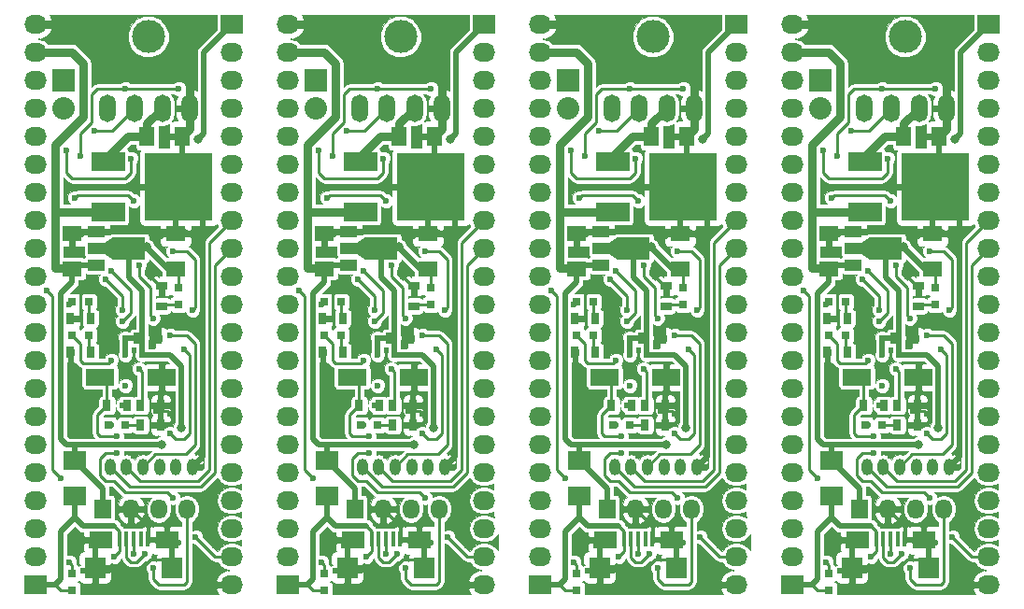
<source format=gbr>
G04 #@! TF.FileFunction,Copper,L1,Top,Signal*
%FSLAX46Y46*%
G04 Gerber Fmt 4.6, Leading zero omitted, Abs format (unit mm)*
G04 Created by KiCad (PCBNEW 4.0.7) date 03/03/18 19:12:09*
%MOMM*%
%LPD*%
G01*
G04 APERTURE LIST*
%ADD10C,0.100000*%
%ADD11R,2.032000X1.727200*%
%ADD12O,2.032000X1.727200*%
%ADD13O,1.500000X2.500000*%
%ADD14C,3.000000*%
%ADD15R,0.800000X1.000000*%
%ADD16R,1.000000X0.800000*%
%ADD17O,1.000000X1.524000*%
%ADD18R,2.032000X2.032000*%
%ADD19O,2.032000X2.032000*%
%ADD20R,0.797560X0.797560*%
%ADD21R,1.501140X1.000760*%
%ADD22R,2.999740X1.998980*%
%ADD23R,3.048000X1.651000*%
%ADD24R,6.096000X6.096000*%
%ADD25R,1.400000X1.800000*%
%ADD26R,1.800000X1.400000*%
%ADD27R,0.600000X1.000000*%
%ADD28R,2.600000X1.500000*%
%ADD29R,2.029460X1.651000*%
%ADD30R,0.400000X1.350000*%
%ADD31R,2.100000X1.600000*%
%ADD32R,1.900000X1.900000*%
%ADD33R,1.500000X1.800000*%
%ADD34O,1.500000X1.800000*%
%ADD35C,0.600000*%
%ADD36C,0.800000*%
%ADD37C,0.250000*%
%ADD38C,0.800000*%
%ADD39C,0.500000*%
%ADD40C,0.026000*%
G04 APERTURE END LIST*
D10*
D11*
X22860000Y-71120000D03*
D12*
X22860000Y-68580000D03*
X22860000Y-66040000D03*
X22860000Y-63500000D03*
X22860000Y-60960000D03*
X22860000Y-58420000D03*
X22860000Y-55880000D03*
X22860000Y-53340000D03*
X22860000Y-50800000D03*
X22860000Y-48260000D03*
X22860000Y-45720000D03*
X22860000Y-43180000D03*
X22860000Y-40640000D03*
X22860000Y-38100000D03*
X22860000Y-35560000D03*
X22860000Y-33020000D03*
X22860000Y-30480000D03*
X22860000Y-27940000D03*
X22860000Y-25400000D03*
X22860000Y-22860000D03*
X22860000Y-20320000D03*
D13*
X36830000Y-27940000D03*
X34330000Y-27940000D03*
X31830000Y-27940000D03*
X29330000Y-27940000D03*
D14*
X33080000Y-21440000D03*
D15*
X31126000Y-54864000D03*
X29326000Y-54864000D03*
X34174000Y-54864000D03*
X32374000Y-54864000D03*
D16*
X34290000Y-45858000D03*
X34290000Y-44058000D03*
D15*
X32374000Y-56642000D03*
X34174000Y-56642000D03*
D17*
X37084000Y-60452000D03*
X35584000Y-60452000D03*
X34084000Y-60452000D03*
X32584000Y-60452000D03*
X31084000Y-60452000D03*
X29584000Y-60452000D03*
D18*
X25400000Y-25400000D03*
D19*
X25400000Y-27940000D03*
D20*
X35814000Y-44208700D03*
X35814000Y-45707300D03*
X29476700Y-56642000D03*
X30975300Y-56642000D03*
D21*
X28374340Y-39138860D03*
X28374340Y-40640000D03*
X28374340Y-42141140D03*
D22*
X31325820Y-40640000D03*
D10*
G36*
X29851350Y-41640760D02*
X29102050Y-41140380D01*
X29102050Y-40139620D01*
X29851350Y-39639240D01*
X29851350Y-41640760D01*
X29851350Y-41640760D01*
G37*
D23*
X29464000Y-32766000D03*
D24*
X35814000Y-35052000D03*
D23*
X29464000Y-37338000D03*
D25*
X32944000Y-30480000D03*
X36144000Y-30480000D03*
D26*
X26162000Y-42494000D03*
X26162000Y-39294000D03*
X35560000Y-42494000D03*
X35560000Y-39294000D03*
D27*
X32020000Y-48768000D03*
X34020000Y-48768000D03*
D28*
X34296000Y-52324000D03*
X28696000Y-52324000D03*
D29*
X26416000Y-63052960D03*
X26416000Y-59883040D03*
D30*
X30449100Y-67017460D03*
X31099100Y-67017460D03*
X31749100Y-67017460D03*
X32399100Y-67017460D03*
X33049100Y-67017460D03*
D31*
X28750000Y-67080000D03*
D32*
X28250000Y-69580000D03*
X35250000Y-69580000D03*
D31*
X34750000Y-67080000D03*
D33*
X28956000Y-64262000D03*
D34*
X31496000Y-64262000D03*
X34036000Y-64262000D03*
X36576000Y-64262000D03*
D11*
X40640000Y-20320000D03*
D12*
X40640000Y-22860000D03*
X40640000Y-25400000D03*
X40640000Y-27940000D03*
X40640000Y-30480000D03*
X40640000Y-33020000D03*
X40640000Y-35560000D03*
X40640000Y-38100000D03*
X40640000Y-40640000D03*
X40640000Y-43180000D03*
X40640000Y-45720000D03*
X40640000Y-48260000D03*
X40640000Y-50800000D03*
X40640000Y-53340000D03*
X40640000Y-55880000D03*
X40640000Y-58420000D03*
X40640000Y-60960000D03*
X40640000Y-63500000D03*
X40640000Y-66040000D03*
X40640000Y-68580000D03*
X40640000Y-71120000D03*
D20*
X26174700Y-45466000D03*
X27673300Y-45466000D03*
X26174700Y-48514000D03*
X27673300Y-48514000D03*
D15*
X27824000Y-46990000D03*
X26024000Y-46990000D03*
X27824000Y-50038000D03*
X26024000Y-50038000D03*
D20*
X26162000Y-71615300D03*
X26162000Y-70116700D03*
D11*
X22860000Y-71120000D03*
D12*
X22860000Y-68580000D03*
X22860000Y-66040000D03*
X22860000Y-63500000D03*
X22860000Y-60960000D03*
X22860000Y-58420000D03*
X22860000Y-55880000D03*
X22860000Y-53340000D03*
X22860000Y-50800000D03*
X22860000Y-48260000D03*
X22860000Y-45720000D03*
X22860000Y-43180000D03*
X22860000Y-40640000D03*
X22860000Y-38100000D03*
X22860000Y-35560000D03*
X22860000Y-33020000D03*
X22860000Y-30480000D03*
X22860000Y-27940000D03*
X22860000Y-25400000D03*
X22860000Y-22860000D03*
X22860000Y-20320000D03*
D13*
X36830000Y-27940000D03*
X34330000Y-27940000D03*
X31830000Y-27940000D03*
X29330000Y-27940000D03*
D14*
X33080000Y-21440000D03*
D15*
X31126000Y-54864000D03*
X29326000Y-54864000D03*
X34174000Y-54864000D03*
X32374000Y-54864000D03*
D16*
X34290000Y-45858000D03*
X34290000Y-44058000D03*
D15*
X32374000Y-56642000D03*
X34174000Y-56642000D03*
D17*
X37084000Y-60452000D03*
X35584000Y-60452000D03*
X34084000Y-60452000D03*
X32584000Y-60452000D03*
X31084000Y-60452000D03*
X29584000Y-60452000D03*
D18*
X25400000Y-25400000D03*
D19*
X25400000Y-27940000D03*
D20*
X35814000Y-44208700D03*
X35814000Y-45707300D03*
X29476700Y-56642000D03*
X30975300Y-56642000D03*
D21*
X28374340Y-39138860D03*
X28374340Y-40640000D03*
X28374340Y-42141140D03*
D22*
X31325820Y-40640000D03*
D10*
G36*
X29851350Y-41640760D02*
X29102050Y-41140380D01*
X29102050Y-40139620D01*
X29851350Y-39639240D01*
X29851350Y-41640760D01*
X29851350Y-41640760D01*
G37*
D23*
X29464000Y-32766000D03*
D24*
X35814000Y-35052000D03*
D23*
X29464000Y-37338000D03*
D25*
X32944000Y-30480000D03*
X36144000Y-30480000D03*
D26*
X26162000Y-42494000D03*
X26162000Y-39294000D03*
X35560000Y-42494000D03*
X35560000Y-39294000D03*
D27*
X32020000Y-48768000D03*
X34020000Y-48768000D03*
D28*
X34296000Y-52324000D03*
X28696000Y-52324000D03*
D29*
X26416000Y-63052960D03*
X26416000Y-59883040D03*
D30*
X30449100Y-67017460D03*
X31099100Y-67017460D03*
X31749100Y-67017460D03*
X32399100Y-67017460D03*
X33049100Y-67017460D03*
D31*
X28750000Y-67080000D03*
D32*
X28250000Y-69580000D03*
X35250000Y-69580000D03*
D31*
X34750000Y-67080000D03*
D33*
X28956000Y-64262000D03*
D34*
X31496000Y-64262000D03*
X34036000Y-64262000D03*
X36576000Y-64262000D03*
D11*
X40640000Y-20320000D03*
D12*
X40640000Y-22860000D03*
X40640000Y-25400000D03*
X40640000Y-27940000D03*
X40640000Y-30480000D03*
X40640000Y-33020000D03*
X40640000Y-35560000D03*
X40640000Y-38100000D03*
X40640000Y-40640000D03*
X40640000Y-43180000D03*
X40640000Y-45720000D03*
X40640000Y-48260000D03*
X40640000Y-50800000D03*
X40640000Y-53340000D03*
X40640000Y-55880000D03*
X40640000Y-58420000D03*
X40640000Y-60960000D03*
X40640000Y-63500000D03*
X40640000Y-66040000D03*
X40640000Y-68580000D03*
X40640000Y-71120000D03*
D20*
X26174700Y-45466000D03*
X27673300Y-45466000D03*
X26174700Y-48514000D03*
X27673300Y-48514000D03*
D15*
X27824000Y-46990000D03*
X26024000Y-46990000D03*
X27824000Y-50038000D03*
X26024000Y-50038000D03*
D20*
X26162000Y-71615300D03*
X26162000Y-70116700D03*
D11*
X45720000Y-71120000D03*
D12*
X45720000Y-68580000D03*
X45720000Y-66040000D03*
X45720000Y-63500000D03*
X45720000Y-60960000D03*
X45720000Y-58420000D03*
X45720000Y-55880000D03*
X45720000Y-53340000D03*
X45720000Y-50800000D03*
X45720000Y-48260000D03*
X45720000Y-45720000D03*
X45720000Y-43180000D03*
X45720000Y-40640000D03*
X45720000Y-38100000D03*
X45720000Y-35560000D03*
X45720000Y-33020000D03*
X45720000Y-30480000D03*
X45720000Y-27940000D03*
X45720000Y-25400000D03*
X45720000Y-22860000D03*
X45720000Y-20320000D03*
D13*
X59690000Y-27940000D03*
X57190000Y-27940000D03*
X54690000Y-27940000D03*
X52190000Y-27940000D03*
D14*
X55940000Y-21440000D03*
D15*
X53986000Y-54864000D03*
X52186000Y-54864000D03*
X57034000Y-54864000D03*
X55234000Y-54864000D03*
D16*
X57150000Y-45858000D03*
X57150000Y-44058000D03*
D15*
X55234000Y-56642000D03*
X57034000Y-56642000D03*
D17*
X59944000Y-60452000D03*
X58444000Y-60452000D03*
X56944000Y-60452000D03*
X55444000Y-60452000D03*
X53944000Y-60452000D03*
X52444000Y-60452000D03*
D18*
X48260000Y-25400000D03*
D19*
X48260000Y-27940000D03*
D20*
X58674000Y-44208700D03*
X58674000Y-45707300D03*
X52336700Y-56642000D03*
X53835300Y-56642000D03*
D21*
X51234340Y-39138860D03*
X51234340Y-40640000D03*
X51234340Y-42141140D03*
D22*
X54185820Y-40640000D03*
D10*
G36*
X52711350Y-41640760D02*
X51962050Y-41140380D01*
X51962050Y-40139620D01*
X52711350Y-39639240D01*
X52711350Y-41640760D01*
X52711350Y-41640760D01*
G37*
D23*
X52324000Y-32766000D03*
D24*
X58674000Y-35052000D03*
D23*
X52324000Y-37338000D03*
D25*
X55804000Y-30480000D03*
X59004000Y-30480000D03*
D26*
X49022000Y-42494000D03*
X49022000Y-39294000D03*
X58420000Y-42494000D03*
X58420000Y-39294000D03*
D27*
X54880000Y-48768000D03*
X56880000Y-48768000D03*
D28*
X57156000Y-52324000D03*
X51556000Y-52324000D03*
D29*
X49276000Y-63052960D03*
X49276000Y-59883040D03*
D30*
X53309100Y-67017460D03*
X53959100Y-67017460D03*
X54609100Y-67017460D03*
X55259100Y-67017460D03*
X55909100Y-67017460D03*
D31*
X51610000Y-67080000D03*
D32*
X51110000Y-69580000D03*
X58110000Y-69580000D03*
D31*
X57610000Y-67080000D03*
D33*
X51816000Y-64262000D03*
D34*
X54356000Y-64262000D03*
X56896000Y-64262000D03*
X59436000Y-64262000D03*
D11*
X63500000Y-20320000D03*
D12*
X63500000Y-22860000D03*
X63500000Y-25400000D03*
X63500000Y-27940000D03*
X63500000Y-30480000D03*
X63500000Y-33020000D03*
X63500000Y-35560000D03*
X63500000Y-38100000D03*
X63500000Y-40640000D03*
X63500000Y-43180000D03*
X63500000Y-45720000D03*
X63500000Y-48260000D03*
X63500000Y-50800000D03*
X63500000Y-53340000D03*
X63500000Y-55880000D03*
X63500000Y-58420000D03*
X63500000Y-60960000D03*
X63500000Y-63500000D03*
X63500000Y-66040000D03*
X63500000Y-68580000D03*
X63500000Y-71120000D03*
D20*
X49034700Y-45466000D03*
X50533300Y-45466000D03*
X49034700Y-48514000D03*
X50533300Y-48514000D03*
D15*
X50684000Y-46990000D03*
X48884000Y-46990000D03*
X50684000Y-50038000D03*
X48884000Y-50038000D03*
D20*
X49022000Y-71615300D03*
X49022000Y-70116700D03*
D11*
X68580000Y-71120000D03*
D12*
X68580000Y-68580000D03*
X68580000Y-66040000D03*
X68580000Y-63500000D03*
X68580000Y-60960000D03*
X68580000Y-58420000D03*
X68580000Y-55880000D03*
X68580000Y-53340000D03*
X68580000Y-50800000D03*
X68580000Y-48260000D03*
X68580000Y-45720000D03*
X68580000Y-43180000D03*
X68580000Y-40640000D03*
X68580000Y-38100000D03*
X68580000Y-35560000D03*
X68580000Y-33020000D03*
X68580000Y-30480000D03*
X68580000Y-27940000D03*
X68580000Y-25400000D03*
X68580000Y-22860000D03*
X68580000Y-20320000D03*
D13*
X82550000Y-27940000D03*
X80050000Y-27940000D03*
X77550000Y-27940000D03*
X75050000Y-27940000D03*
D14*
X78800000Y-21440000D03*
D15*
X76846000Y-54864000D03*
X75046000Y-54864000D03*
X79894000Y-54864000D03*
X78094000Y-54864000D03*
D16*
X80010000Y-45858000D03*
X80010000Y-44058000D03*
D15*
X78094000Y-56642000D03*
X79894000Y-56642000D03*
D17*
X82804000Y-60452000D03*
X81304000Y-60452000D03*
X79804000Y-60452000D03*
X78304000Y-60452000D03*
X76804000Y-60452000D03*
X75304000Y-60452000D03*
D18*
X71120000Y-25400000D03*
D19*
X71120000Y-27940000D03*
D20*
X81534000Y-44208700D03*
X81534000Y-45707300D03*
X75196700Y-56642000D03*
X76695300Y-56642000D03*
D21*
X74094340Y-39138860D03*
X74094340Y-40640000D03*
X74094340Y-42141140D03*
D22*
X77045820Y-40640000D03*
D10*
G36*
X75571350Y-41640760D02*
X74822050Y-41140380D01*
X74822050Y-40139620D01*
X75571350Y-39639240D01*
X75571350Y-41640760D01*
X75571350Y-41640760D01*
G37*
D23*
X75184000Y-32766000D03*
D24*
X81534000Y-35052000D03*
D23*
X75184000Y-37338000D03*
D25*
X78664000Y-30480000D03*
X81864000Y-30480000D03*
D26*
X71882000Y-42494000D03*
X71882000Y-39294000D03*
X81280000Y-42494000D03*
X81280000Y-39294000D03*
D27*
X77740000Y-48768000D03*
X79740000Y-48768000D03*
D28*
X80016000Y-52324000D03*
X74416000Y-52324000D03*
D29*
X72136000Y-63052960D03*
X72136000Y-59883040D03*
D30*
X76169100Y-67017460D03*
X76819100Y-67017460D03*
X77469100Y-67017460D03*
X78119100Y-67017460D03*
X78769100Y-67017460D03*
D31*
X74470000Y-67080000D03*
D32*
X73970000Y-69580000D03*
X80970000Y-69580000D03*
D31*
X80470000Y-67080000D03*
D33*
X74676000Y-64262000D03*
D34*
X77216000Y-64262000D03*
X79756000Y-64262000D03*
X82296000Y-64262000D03*
D11*
X86360000Y-20320000D03*
D12*
X86360000Y-22860000D03*
X86360000Y-25400000D03*
X86360000Y-27940000D03*
X86360000Y-30480000D03*
X86360000Y-33020000D03*
X86360000Y-35560000D03*
X86360000Y-38100000D03*
X86360000Y-40640000D03*
X86360000Y-43180000D03*
X86360000Y-45720000D03*
X86360000Y-48260000D03*
X86360000Y-50800000D03*
X86360000Y-53340000D03*
X86360000Y-55880000D03*
X86360000Y-58420000D03*
X86360000Y-60960000D03*
X86360000Y-63500000D03*
X86360000Y-66040000D03*
X86360000Y-68580000D03*
X86360000Y-71120000D03*
D20*
X71894700Y-45466000D03*
X73393300Y-45466000D03*
X71894700Y-48514000D03*
X73393300Y-48514000D03*
D15*
X73544000Y-46990000D03*
X71744000Y-46990000D03*
X73544000Y-50038000D03*
X71744000Y-50038000D03*
D20*
X71882000Y-71615300D03*
X71882000Y-70116700D03*
D11*
X91440000Y-71120000D03*
D12*
X91440000Y-68580000D03*
X91440000Y-66040000D03*
X91440000Y-63500000D03*
X91440000Y-60960000D03*
X91440000Y-58420000D03*
X91440000Y-55880000D03*
X91440000Y-53340000D03*
X91440000Y-50800000D03*
X91440000Y-48260000D03*
X91440000Y-45720000D03*
X91440000Y-43180000D03*
X91440000Y-40640000D03*
X91440000Y-38100000D03*
X91440000Y-35560000D03*
X91440000Y-33020000D03*
X91440000Y-30480000D03*
X91440000Y-27940000D03*
X91440000Y-25400000D03*
X91440000Y-22860000D03*
X91440000Y-20320000D03*
D13*
X105410000Y-27940000D03*
X102910000Y-27940000D03*
X100410000Y-27940000D03*
X97910000Y-27940000D03*
D14*
X101660000Y-21440000D03*
D15*
X99706000Y-54864000D03*
X97906000Y-54864000D03*
X102754000Y-54864000D03*
X100954000Y-54864000D03*
D16*
X102870000Y-45858000D03*
X102870000Y-44058000D03*
D15*
X100954000Y-56642000D03*
X102754000Y-56642000D03*
D17*
X105664000Y-60452000D03*
X104164000Y-60452000D03*
X102664000Y-60452000D03*
X101164000Y-60452000D03*
X99664000Y-60452000D03*
X98164000Y-60452000D03*
D18*
X93980000Y-25400000D03*
D19*
X93980000Y-27940000D03*
D20*
X104394000Y-44208700D03*
X104394000Y-45707300D03*
X98056700Y-56642000D03*
X99555300Y-56642000D03*
D21*
X96954340Y-39138860D03*
X96954340Y-40640000D03*
X96954340Y-42141140D03*
D22*
X99905820Y-40640000D03*
D10*
G36*
X98431350Y-41640760D02*
X97682050Y-41140380D01*
X97682050Y-40139620D01*
X98431350Y-39639240D01*
X98431350Y-41640760D01*
X98431350Y-41640760D01*
G37*
D23*
X98044000Y-32766000D03*
D24*
X104394000Y-35052000D03*
D23*
X98044000Y-37338000D03*
D25*
X101524000Y-30480000D03*
X104724000Y-30480000D03*
D26*
X94742000Y-42494000D03*
X94742000Y-39294000D03*
X104140000Y-42494000D03*
X104140000Y-39294000D03*
D27*
X100600000Y-48768000D03*
X102600000Y-48768000D03*
D28*
X102876000Y-52324000D03*
X97276000Y-52324000D03*
D29*
X94996000Y-63052960D03*
X94996000Y-59883040D03*
D30*
X99029100Y-67017460D03*
X99679100Y-67017460D03*
X100329100Y-67017460D03*
X100979100Y-67017460D03*
X101629100Y-67017460D03*
D31*
X97330000Y-67080000D03*
D32*
X96830000Y-69580000D03*
X103830000Y-69580000D03*
D31*
X103330000Y-67080000D03*
D33*
X97536000Y-64262000D03*
D34*
X100076000Y-64262000D03*
X102616000Y-64262000D03*
X105156000Y-64262000D03*
D11*
X109220000Y-20320000D03*
D12*
X109220000Y-22860000D03*
X109220000Y-25400000D03*
X109220000Y-27940000D03*
X109220000Y-30480000D03*
X109220000Y-33020000D03*
X109220000Y-35560000D03*
X109220000Y-38100000D03*
X109220000Y-40640000D03*
X109220000Y-43180000D03*
X109220000Y-45720000D03*
X109220000Y-48260000D03*
X109220000Y-50800000D03*
X109220000Y-53340000D03*
X109220000Y-55880000D03*
X109220000Y-58420000D03*
X109220000Y-60960000D03*
X109220000Y-63500000D03*
X109220000Y-66040000D03*
X109220000Y-68580000D03*
X109220000Y-71120000D03*
D20*
X94754700Y-45466000D03*
X96253300Y-45466000D03*
X94754700Y-48514000D03*
X96253300Y-48514000D03*
D15*
X96404000Y-46990000D03*
X94604000Y-46990000D03*
X96404000Y-50038000D03*
X94604000Y-50038000D03*
D20*
X94742000Y-71615300D03*
X94742000Y-70116700D03*
D35*
X38100000Y-69342000D03*
X37084000Y-71628000D03*
X38862000Y-71628000D03*
X30988000Y-20066000D03*
X36830000Y-19812000D03*
X36576000Y-21590000D03*
X37846000Y-21590000D03*
X35306000Y-19812000D03*
X38608000Y-19812000D03*
X31750000Y-38100000D03*
X31750000Y-37338000D03*
X35306000Y-36576000D03*
X34174000Y-56642000D03*
X31750000Y-59436000D03*
X31750000Y-57658000D03*
X29464000Y-49784000D03*
X27940000Y-22860000D03*
X33274000Y-25400000D03*
X29972000Y-23622000D03*
X37973000Y-53594000D03*
X36322000Y-24892000D03*
X26924000Y-53594000D03*
X26162000Y-54864000D03*
X38354000Y-65278000D03*
X38100000Y-62992000D03*
X39116000Y-67564000D03*
X35052000Y-55626000D03*
X33782000Y-55372000D03*
X29464000Y-47498000D03*
X35814000Y-67310000D03*
X27940000Y-67564000D03*
X27178000Y-69850000D03*
X27940000Y-69850000D03*
X32512000Y-69850000D03*
X31750000Y-69850000D03*
X30988000Y-69850000D03*
X30226000Y-69850000D03*
X29464000Y-69850000D03*
X28702000Y-69850000D03*
D36*
X35306000Y-69088000D03*
D35*
X26162000Y-67310000D03*
X26162000Y-53594000D03*
X37973000Y-50038000D03*
X27178000Y-56896000D03*
X26162000Y-56896000D03*
X34163000Y-39530000D03*
X33274000Y-43180000D03*
X35052000Y-34798000D03*
X31750000Y-34798000D03*
X26670000Y-35052000D03*
X33528000Y-49530000D03*
X38100000Y-69342000D03*
X37084000Y-71628000D03*
X38862000Y-71628000D03*
X30988000Y-20066000D03*
X36830000Y-19812000D03*
X36576000Y-21590000D03*
X37846000Y-21590000D03*
X35306000Y-19812000D03*
X38608000Y-19812000D03*
X31750000Y-38100000D03*
X31750000Y-37338000D03*
X35306000Y-36576000D03*
X34174000Y-56642000D03*
X31750000Y-59436000D03*
X31750000Y-57658000D03*
X29464000Y-49784000D03*
X27940000Y-22860000D03*
X33274000Y-25400000D03*
X29972000Y-23622000D03*
X37973000Y-53594000D03*
X36322000Y-24892000D03*
X26924000Y-53594000D03*
X26162000Y-54864000D03*
X38354000Y-65278000D03*
X38100000Y-62992000D03*
X39116000Y-67564000D03*
X35052000Y-55626000D03*
X33782000Y-55372000D03*
X29464000Y-47498000D03*
X35814000Y-67310000D03*
X27940000Y-67564000D03*
X27178000Y-69850000D03*
X27940000Y-69850000D03*
X32512000Y-69850000D03*
X31750000Y-69850000D03*
X30988000Y-69850000D03*
X30226000Y-69850000D03*
X29464000Y-69850000D03*
X28702000Y-69850000D03*
D36*
X35306000Y-69088000D03*
D35*
X26162000Y-67310000D03*
X26162000Y-53594000D03*
X37973000Y-50038000D03*
X27178000Y-56896000D03*
X26162000Y-56896000D03*
X34163000Y-39530000D03*
X33274000Y-43180000D03*
X35052000Y-34798000D03*
X31750000Y-34798000D03*
X26670000Y-35052000D03*
X33528000Y-49530000D03*
X60960000Y-69342000D03*
X59944000Y-71628000D03*
X61722000Y-71628000D03*
X53848000Y-20066000D03*
X59690000Y-19812000D03*
X59436000Y-21590000D03*
X60706000Y-21590000D03*
X58166000Y-19812000D03*
X61468000Y-19812000D03*
X54610000Y-38100000D03*
X54610000Y-37338000D03*
X58166000Y-36576000D03*
X57034000Y-56642000D03*
X54610000Y-59436000D03*
X54610000Y-57658000D03*
X52324000Y-49784000D03*
X50800000Y-22860000D03*
X56134000Y-25400000D03*
X52832000Y-23622000D03*
X60833000Y-53594000D03*
X59182000Y-24892000D03*
X49784000Y-53594000D03*
X49022000Y-54864000D03*
X61214000Y-65278000D03*
X60960000Y-62992000D03*
X61976000Y-67564000D03*
X57912000Y-55626000D03*
X56642000Y-55372000D03*
X52324000Y-47498000D03*
X58674000Y-67310000D03*
X50800000Y-67564000D03*
X50038000Y-69850000D03*
X50800000Y-69850000D03*
X55372000Y-69850000D03*
X54610000Y-69850000D03*
X53848000Y-69850000D03*
X53086000Y-69850000D03*
X52324000Y-69850000D03*
X51562000Y-69850000D03*
D36*
X58166000Y-69088000D03*
D35*
X49022000Y-67310000D03*
X49022000Y-53594000D03*
X60833000Y-50038000D03*
X50038000Y-56896000D03*
X49022000Y-56896000D03*
X57023000Y-39530000D03*
X56134000Y-43180000D03*
X57912000Y-34798000D03*
X54610000Y-34798000D03*
X49530000Y-35052000D03*
X56388000Y-49530000D03*
X83820000Y-69342000D03*
X82804000Y-71628000D03*
X84582000Y-71628000D03*
X76708000Y-20066000D03*
X82550000Y-19812000D03*
X82296000Y-21590000D03*
X83566000Y-21590000D03*
X81026000Y-19812000D03*
X84328000Y-19812000D03*
X77470000Y-38100000D03*
X77470000Y-37338000D03*
X81026000Y-36576000D03*
X79894000Y-56642000D03*
X77470000Y-59436000D03*
X77470000Y-57658000D03*
X75184000Y-49784000D03*
X73660000Y-22860000D03*
X78994000Y-25400000D03*
X75692000Y-23622000D03*
X83693000Y-53594000D03*
X82042000Y-24892000D03*
X72644000Y-53594000D03*
X71882000Y-54864000D03*
X84074000Y-65278000D03*
X83820000Y-62992000D03*
X84836000Y-67564000D03*
X80772000Y-55626000D03*
X79502000Y-55372000D03*
X75184000Y-47498000D03*
X81534000Y-67310000D03*
X73660000Y-67564000D03*
X72898000Y-69850000D03*
X73660000Y-69850000D03*
X78232000Y-69850000D03*
X77470000Y-69850000D03*
X76708000Y-69850000D03*
X75946000Y-69850000D03*
X75184000Y-69850000D03*
X74422000Y-69850000D03*
D36*
X81026000Y-69088000D03*
D35*
X71882000Y-67310000D03*
X71882000Y-53594000D03*
X83693000Y-50038000D03*
X72898000Y-56896000D03*
X71882000Y-56896000D03*
X79883000Y-39530000D03*
X78994000Y-43180000D03*
X80772000Y-34798000D03*
X77470000Y-34798000D03*
X72390000Y-35052000D03*
X79248000Y-49530000D03*
X106680000Y-69342000D03*
X105664000Y-71628000D03*
X107442000Y-71628000D03*
X99568000Y-20066000D03*
X105410000Y-19812000D03*
X105156000Y-21590000D03*
X106426000Y-21590000D03*
X103886000Y-19812000D03*
X107188000Y-19812000D03*
X100330000Y-38100000D03*
X100330000Y-37338000D03*
X103886000Y-36576000D03*
X102754000Y-56642000D03*
X100330000Y-59436000D03*
X100330000Y-57658000D03*
X98044000Y-49784000D03*
X96520000Y-22860000D03*
X101854000Y-25400000D03*
X98552000Y-23622000D03*
X106553000Y-53594000D03*
X104902000Y-24892000D03*
X95504000Y-53594000D03*
X94742000Y-54864000D03*
X106934000Y-65278000D03*
X106680000Y-62992000D03*
X107696000Y-67564000D03*
X103632000Y-55626000D03*
X102362000Y-55372000D03*
X98044000Y-47498000D03*
X104394000Y-67310000D03*
X96520000Y-67564000D03*
X95758000Y-69850000D03*
X96520000Y-69850000D03*
X101092000Y-69850000D03*
X100330000Y-69850000D03*
X99568000Y-69850000D03*
X98806000Y-69850000D03*
X98044000Y-69850000D03*
X97282000Y-69850000D03*
D36*
X103886000Y-69088000D03*
D35*
X94742000Y-67310000D03*
X94742000Y-53594000D03*
X106553000Y-50038000D03*
X95758000Y-56896000D03*
X94742000Y-56896000D03*
X102743000Y-39530000D03*
X101854000Y-43180000D03*
X103632000Y-34798000D03*
X100330000Y-34798000D03*
X95250000Y-35052000D03*
X102108000Y-49530000D03*
X30226000Y-57658000D03*
X30226000Y-59182000D03*
X35306000Y-63246000D03*
X37338000Y-66802000D03*
X29718000Y-51816000D03*
X30226000Y-57658000D03*
X30226000Y-59182000D03*
X35306000Y-63246000D03*
X37338000Y-66802000D03*
X29718000Y-51816000D03*
X53086000Y-57658000D03*
X53086000Y-59182000D03*
X58166000Y-63246000D03*
X60198000Y-66802000D03*
X52578000Y-51816000D03*
X75946000Y-57658000D03*
X75946000Y-59182000D03*
X81026000Y-63246000D03*
X83058000Y-66802000D03*
X75438000Y-51816000D03*
X98806000Y-57658000D03*
X98806000Y-59182000D03*
X103886000Y-63246000D03*
X105918000Y-66802000D03*
X98298000Y-51816000D03*
X30988000Y-50292000D03*
D36*
X32893000Y-40513000D03*
X37592000Y-30734000D03*
D35*
X30734000Y-54864000D03*
D36*
X36068000Y-56896000D03*
D35*
X32512000Y-48768000D03*
X32512000Y-50292000D03*
X30988000Y-48768000D03*
X30988000Y-50292000D03*
D36*
X32893000Y-40513000D03*
X37592000Y-30734000D03*
D35*
X30734000Y-54864000D03*
D36*
X36068000Y-56896000D03*
D35*
X32512000Y-48768000D03*
X32512000Y-50292000D03*
X30988000Y-48768000D03*
X53848000Y-50292000D03*
D36*
X55753000Y-40513000D03*
X60452000Y-30734000D03*
D35*
X53594000Y-54864000D03*
D36*
X58928000Y-56896000D03*
D35*
X55372000Y-48768000D03*
X55372000Y-50292000D03*
X53848000Y-48768000D03*
X76708000Y-50292000D03*
D36*
X78613000Y-40513000D03*
X83312000Y-30734000D03*
D35*
X76454000Y-54864000D03*
D36*
X81788000Y-56896000D03*
D35*
X78232000Y-48768000D03*
X78232000Y-50292000D03*
X76708000Y-48768000D03*
X99568000Y-50292000D03*
D36*
X101473000Y-40513000D03*
X106172000Y-30734000D03*
D35*
X99314000Y-54864000D03*
D36*
X104648000Y-56896000D03*
D35*
X101092000Y-48768000D03*
X101092000Y-50292000D03*
X99568000Y-48768000D03*
X29718000Y-56642000D03*
X29718000Y-56642000D03*
X52578000Y-56642000D03*
X75438000Y-56642000D03*
X98298000Y-56642000D03*
X32258000Y-51562000D03*
X32258000Y-51562000D03*
X55118000Y-51562000D03*
X77978000Y-51562000D03*
X100838000Y-51562000D03*
X33528000Y-69596000D03*
X33528000Y-69596000D03*
X56388000Y-69596000D03*
X79248000Y-69596000D03*
X102108000Y-69596000D03*
X32258000Y-42164000D03*
X33528000Y-46990000D03*
X32258000Y-42164000D03*
X33528000Y-46990000D03*
X55118000Y-42164000D03*
X56388000Y-46990000D03*
X77978000Y-42164000D03*
X79248000Y-46990000D03*
X100838000Y-42164000D03*
X102108000Y-46990000D03*
X37084000Y-46228000D03*
X35306000Y-40894000D03*
X37084000Y-46228000D03*
X35306000Y-40894000D03*
X59944000Y-46228000D03*
X58166000Y-40894000D03*
X82804000Y-46228000D03*
X81026000Y-40894000D03*
X105664000Y-46228000D03*
X103886000Y-40894000D03*
X35052000Y-48514000D03*
X35052000Y-48514000D03*
X57912000Y-48514000D03*
X80772000Y-48514000D03*
X103632000Y-48514000D03*
X36322000Y-49784000D03*
X35052000Y-57404000D03*
X36322000Y-49784000D03*
X35052000Y-57404000D03*
X59182000Y-49784000D03*
X57912000Y-57404000D03*
X82042000Y-49784000D03*
X80772000Y-57404000D03*
X104902000Y-49784000D03*
X103632000Y-57404000D03*
X23876000Y-44450000D03*
X25146000Y-61468000D03*
X25908000Y-45720000D03*
X30988000Y-53086000D03*
X23876000Y-44450000D03*
X25146000Y-61468000D03*
X25908000Y-45720000D03*
X30988000Y-53086000D03*
X46736000Y-44450000D03*
X48006000Y-61468000D03*
X48768000Y-45720000D03*
X53848000Y-53086000D03*
X69596000Y-44450000D03*
X70866000Y-61468000D03*
X71628000Y-45720000D03*
X76708000Y-53086000D03*
X92456000Y-44450000D03*
X93726000Y-61468000D03*
X94488000Y-45720000D03*
X99568000Y-53086000D03*
X29718000Y-50800000D03*
X29718000Y-50800000D03*
X52578000Y-50800000D03*
X75438000Y-50800000D03*
X98298000Y-50800000D03*
X30734000Y-46228000D03*
X29210000Y-43434000D03*
X30734000Y-46228000D03*
X29210000Y-43434000D03*
X53594000Y-46228000D03*
X52070000Y-43434000D03*
X76454000Y-46228000D03*
X74930000Y-43434000D03*
X99314000Y-46228000D03*
X97790000Y-43434000D03*
D36*
X34290000Y-58420000D03*
X34290000Y-58420000D03*
X57150000Y-58420000D03*
X80010000Y-58420000D03*
X102870000Y-58420000D03*
D35*
X30734000Y-47244000D03*
X29718000Y-42672000D03*
X30734000Y-47244000D03*
X29718000Y-42672000D03*
X53594000Y-47244000D03*
X52578000Y-42672000D03*
X76454000Y-47244000D03*
X75438000Y-42672000D03*
X99314000Y-47244000D03*
X98298000Y-42672000D03*
X26416000Y-36068000D03*
X31750000Y-36322000D03*
X26416000Y-36068000D03*
X31750000Y-36322000D03*
X49276000Y-36068000D03*
X54610000Y-36322000D03*
X72136000Y-36068000D03*
X77470000Y-36322000D03*
X94996000Y-36068000D03*
X100330000Y-36322000D03*
X25654000Y-31750000D03*
X31496000Y-32512000D03*
X25654000Y-31750000D03*
X31496000Y-32512000D03*
X48514000Y-31750000D03*
X54356000Y-32512000D03*
X71374000Y-31750000D03*
X77216000Y-32512000D03*
X94234000Y-31750000D03*
X100076000Y-32512000D03*
X30988000Y-26162000D03*
X26924000Y-32258000D03*
X35814000Y-26162000D03*
X30988000Y-26162000D03*
X26924000Y-32258000D03*
X35814000Y-26162000D03*
X53848000Y-26162000D03*
X49784000Y-32258000D03*
X58674000Y-26162000D03*
X76708000Y-26162000D03*
X72644000Y-32258000D03*
X81534000Y-26162000D03*
X99568000Y-26162000D03*
X95504000Y-32258000D03*
X104394000Y-26162000D03*
X28194000Y-29972000D03*
X28194000Y-29972000D03*
X51054000Y-29972000D03*
X73914000Y-29972000D03*
X96774000Y-29972000D03*
X32766000Y-68326000D03*
X32766000Y-68326000D03*
X55626000Y-68326000D03*
X78486000Y-68326000D03*
X101346000Y-68326000D03*
X31750000Y-68326000D03*
X31750000Y-68326000D03*
X54610000Y-68326000D03*
X77470000Y-68326000D03*
X100330000Y-68326000D03*
X29972000Y-68580000D03*
X29972000Y-68580000D03*
X52832000Y-68580000D03*
X75692000Y-68580000D03*
X98552000Y-68580000D03*
X25908000Y-69088000D03*
X25908000Y-69088000D03*
X48768000Y-69088000D03*
X71628000Y-69088000D03*
X94488000Y-69088000D03*
D37*
X38100000Y-69342000D02*
X38100000Y-70866000D01*
X38100000Y-70866000D02*
X38862000Y-71628000D01*
X29972000Y-23622000D02*
X29972000Y-21082000D01*
X29972000Y-21082000D02*
X30988000Y-20066000D01*
X37846000Y-21590000D02*
X38608000Y-20828000D01*
X36068000Y-22098000D02*
X36576000Y-21590000D01*
X36068000Y-24384000D02*
X36068000Y-22098000D01*
X38608000Y-20828000D02*
X38608000Y-19812000D01*
X31750000Y-39116000D02*
X31750000Y-38100000D01*
X35306000Y-36576000D02*
X35306000Y-35560000D01*
X35306000Y-35560000D02*
X35814000Y-35052000D01*
X34174000Y-54864000D02*
X34174000Y-56642000D01*
X29464000Y-47498000D02*
X29464000Y-49784000D01*
X28956000Y-22606000D02*
X28194000Y-22606000D01*
X28194000Y-22606000D02*
X27940000Y-22860000D01*
X33528000Y-24384000D02*
X33528000Y-25146000D01*
X33528000Y-25146000D02*
X33274000Y-25400000D01*
D38*
X22860000Y-20320000D02*
X26670000Y-20320000D01*
X26670000Y-20320000D02*
X28956000Y-22606000D01*
X28956000Y-22606000D02*
X28702000Y-22352000D01*
D37*
X36449000Y-24765000D02*
X36322000Y-24892000D01*
X26162000Y-53594000D02*
X26162000Y-54864000D01*
X34798000Y-55372000D02*
X35052000Y-55626000D01*
X33782000Y-55372000D02*
X34798000Y-55372000D01*
X26024000Y-50038000D02*
X26024000Y-53456000D01*
X26024000Y-53456000D02*
X26162000Y-53594000D01*
X26024000Y-46990000D02*
X26670000Y-46990000D01*
X28702000Y-46736000D02*
X29464000Y-47498000D01*
X28702000Y-44958000D02*
X28702000Y-46736000D01*
X28194000Y-44450000D02*
X28702000Y-44958000D01*
X27178000Y-44450000D02*
X28194000Y-44450000D01*
X26924000Y-44704000D02*
X27178000Y-44450000D01*
X26924000Y-46736000D02*
X26924000Y-44704000D01*
X26670000Y-46990000D02*
X26924000Y-46736000D01*
D38*
X28702000Y-22352000D02*
X29972000Y-23622000D01*
X29972000Y-23622000D02*
X30734000Y-24384000D01*
X36068000Y-24384000D02*
X36449000Y-24765000D01*
X36449000Y-24765000D02*
X36830000Y-25146000D01*
X36830000Y-25146000D02*
X36830000Y-27940000D01*
X30734000Y-24384000D02*
X33528000Y-24384000D01*
X33528000Y-24384000D02*
X36068000Y-24384000D01*
D37*
X34174000Y-54864000D02*
X34296000Y-54742000D01*
X34296000Y-54742000D02*
X34296000Y-52324000D01*
X34750000Y-67080000D02*
X34980000Y-67310000D01*
X34980000Y-67310000D02*
X35814000Y-67310000D01*
X27940000Y-67564000D02*
X28266000Y-67564000D01*
X28266000Y-67564000D02*
X28750000Y-67080000D01*
X27940000Y-69850000D02*
X28210000Y-69580000D01*
X28210000Y-69580000D02*
X28250000Y-69580000D01*
X31750000Y-69850000D02*
X30988000Y-69850000D01*
X30226000Y-69850000D02*
X29464000Y-69850000D01*
X32512000Y-69580000D02*
X32512000Y-69850000D01*
X28702000Y-69850000D02*
X28432000Y-69580000D01*
X28432000Y-69580000D02*
X28250000Y-69580000D01*
X28250000Y-69580000D02*
X32512000Y-69580000D01*
X32512000Y-69580000D02*
X32528000Y-69580000D01*
X33274000Y-68834000D02*
X34504000Y-68834000D01*
X32528000Y-69580000D02*
X33274000Y-68834000D01*
X34504000Y-68834000D02*
X35250000Y-69580000D01*
D39*
X28250000Y-69580000D02*
X28250000Y-67580000D01*
X28250000Y-67580000D02*
X28750000Y-67080000D01*
X35250000Y-69580000D02*
X35250000Y-67580000D01*
X35250000Y-67580000D02*
X34750000Y-67080000D01*
X35306000Y-69088000D02*
X35250000Y-69144000D01*
X35250000Y-69144000D02*
X35250000Y-69580000D01*
D37*
X28448000Y-69778000D02*
X28250000Y-69580000D01*
X26392000Y-67080000D02*
X28750000Y-67080000D01*
X26162000Y-67310000D02*
X26392000Y-67080000D01*
X28250000Y-67580000D02*
X28750000Y-67080000D01*
X34750000Y-67080000D02*
X33111640Y-67080000D01*
X33111640Y-67080000D02*
X33049100Y-67017460D01*
X35250000Y-67580000D02*
X34750000Y-67080000D01*
X31496000Y-64262000D02*
X33049100Y-65815100D01*
X33049100Y-65815100D02*
X33049100Y-67017460D01*
X26162000Y-53594000D02*
X26162000Y-56896000D01*
X35052000Y-67056000D02*
X35234000Y-67056000D01*
X35234000Y-67056000D02*
X35250000Y-67040000D01*
X34428000Y-54610000D02*
X34428000Y-54980000D01*
D39*
X34020000Y-48768000D02*
X33528000Y-48768000D01*
D37*
X27178000Y-56896000D02*
X26162000Y-56896000D01*
D39*
X37973000Y-47244000D02*
X37973000Y-50038000D01*
X37973000Y-50038000D02*
X37973000Y-53594000D01*
X37973000Y-53594000D02*
X37973000Y-59563000D01*
X37973000Y-59563000D02*
X37084000Y-60452000D01*
D37*
X34163000Y-39243000D02*
X34036000Y-39116000D01*
X34163000Y-39530000D02*
X34163000Y-39243000D01*
D39*
X35560000Y-39294000D02*
X35382000Y-39116000D01*
X35382000Y-39116000D02*
X34036000Y-39116000D01*
X34036000Y-39116000D02*
X31750000Y-39116000D01*
X31750000Y-39116000D02*
X28397200Y-39116000D01*
X28397200Y-39116000D02*
X28374340Y-39138860D01*
X35560000Y-39294000D02*
X35560000Y-35306000D01*
X35560000Y-35306000D02*
X35814000Y-35052000D01*
D37*
X34152000Y-44058000D02*
X33274000Y-43180000D01*
D39*
X36576000Y-39294000D02*
X36398000Y-39116000D01*
X28397200Y-39116000D02*
X28374340Y-39138860D01*
X36576000Y-39294000D02*
X37973000Y-39294000D01*
X37846000Y-39370000D02*
X37973000Y-39370000D01*
X37897000Y-39370000D02*
X37846000Y-39370000D01*
X37973000Y-39294000D02*
X37897000Y-39370000D01*
D37*
X35052000Y-34798000D02*
X35560000Y-34798000D01*
X35560000Y-34798000D02*
X35814000Y-35052000D01*
X31750000Y-34798000D02*
X32004000Y-35052000D01*
X31496000Y-35052000D02*
X26670000Y-35052000D01*
X31750000Y-34798000D02*
X31496000Y-35052000D01*
X32004000Y-35052000D02*
X35814000Y-35052000D01*
D39*
X28374340Y-39138860D02*
X26317140Y-39138860D01*
X26317140Y-39138860D02*
X26162000Y-39294000D01*
X37973000Y-47244000D02*
X34544000Y-47244000D01*
X33528000Y-48260000D02*
X33528000Y-48768000D01*
X33528000Y-48768000D02*
X33528000Y-49530000D01*
X34544000Y-47244000D02*
X33528000Y-48260000D01*
X36144000Y-30480000D02*
X36144000Y-34722000D01*
X37973000Y-37211000D02*
X37973000Y-39370000D01*
X37973000Y-39370000D02*
X37973000Y-44450000D01*
X37973000Y-44450000D02*
X37973000Y-47244000D01*
X35814000Y-35052000D02*
X37973000Y-37211000D01*
X35814000Y-35052000D02*
X37846000Y-37084000D01*
X35560000Y-35306000D02*
X35814000Y-35052000D01*
D38*
X36144000Y-34722000D02*
X35814000Y-35052000D01*
X36830000Y-27940000D02*
X36830000Y-29794000D01*
X36830000Y-29794000D02*
X36144000Y-30480000D01*
X34544000Y-35306000D02*
X34798000Y-35052000D01*
D39*
X28219200Y-39294000D02*
X28374340Y-39138860D01*
X34290000Y-35560000D02*
X34798000Y-35052000D01*
D37*
X34428000Y-52346000D02*
X34450000Y-52324000D01*
X38100000Y-69342000D02*
X38100000Y-70866000D01*
X38100000Y-70866000D02*
X38862000Y-71628000D01*
X29972000Y-23622000D02*
X29972000Y-21082000D01*
X29972000Y-21082000D02*
X30988000Y-20066000D01*
X37846000Y-21590000D02*
X38608000Y-20828000D01*
X36068000Y-22098000D02*
X36576000Y-21590000D01*
X36068000Y-24384000D02*
X36068000Y-22098000D01*
X38608000Y-20828000D02*
X38608000Y-19812000D01*
X31750000Y-39116000D02*
X31750000Y-38100000D01*
X35306000Y-36576000D02*
X35306000Y-35560000D01*
X35306000Y-35560000D02*
X35814000Y-35052000D01*
X34174000Y-54864000D02*
X34174000Y-56642000D01*
X29464000Y-47498000D02*
X29464000Y-49784000D01*
X28956000Y-22606000D02*
X28194000Y-22606000D01*
X28194000Y-22606000D02*
X27940000Y-22860000D01*
X33528000Y-24384000D02*
X33528000Y-25146000D01*
X33528000Y-25146000D02*
X33274000Y-25400000D01*
D38*
X22860000Y-20320000D02*
X26670000Y-20320000D01*
X26670000Y-20320000D02*
X28956000Y-22606000D01*
X28956000Y-22606000D02*
X28702000Y-22352000D01*
D37*
X36449000Y-24765000D02*
X36322000Y-24892000D01*
X26162000Y-53594000D02*
X26162000Y-54864000D01*
X34798000Y-55372000D02*
X35052000Y-55626000D01*
X33782000Y-55372000D02*
X34798000Y-55372000D01*
X26024000Y-50038000D02*
X26024000Y-53456000D01*
X26024000Y-53456000D02*
X26162000Y-53594000D01*
X26024000Y-46990000D02*
X26670000Y-46990000D01*
X28702000Y-46736000D02*
X29464000Y-47498000D01*
X28702000Y-44958000D02*
X28702000Y-46736000D01*
X28194000Y-44450000D02*
X28702000Y-44958000D01*
X27178000Y-44450000D02*
X28194000Y-44450000D01*
X26924000Y-44704000D02*
X27178000Y-44450000D01*
X26924000Y-46736000D02*
X26924000Y-44704000D01*
X26670000Y-46990000D02*
X26924000Y-46736000D01*
D38*
X28702000Y-22352000D02*
X29972000Y-23622000D01*
X29972000Y-23622000D02*
X30734000Y-24384000D01*
X36068000Y-24384000D02*
X36449000Y-24765000D01*
X36449000Y-24765000D02*
X36830000Y-25146000D01*
X36830000Y-25146000D02*
X36830000Y-27940000D01*
X30734000Y-24384000D02*
X33528000Y-24384000D01*
X33528000Y-24384000D02*
X36068000Y-24384000D01*
D37*
X34174000Y-54864000D02*
X34296000Y-54742000D01*
X34296000Y-54742000D02*
X34296000Y-52324000D01*
X34750000Y-67080000D02*
X34980000Y-67310000D01*
X34980000Y-67310000D02*
X35814000Y-67310000D01*
X27940000Y-67564000D02*
X28266000Y-67564000D01*
X28266000Y-67564000D02*
X28750000Y-67080000D01*
X27940000Y-69850000D02*
X28210000Y-69580000D01*
X28210000Y-69580000D02*
X28250000Y-69580000D01*
X31750000Y-69850000D02*
X30988000Y-69850000D01*
X30226000Y-69850000D02*
X29464000Y-69850000D01*
X32512000Y-69580000D02*
X32512000Y-69850000D01*
X28702000Y-69850000D02*
X28432000Y-69580000D01*
X28432000Y-69580000D02*
X28250000Y-69580000D01*
X28250000Y-69580000D02*
X32512000Y-69580000D01*
X32512000Y-69580000D02*
X32528000Y-69580000D01*
X33274000Y-68834000D02*
X34504000Y-68834000D01*
X32528000Y-69580000D02*
X33274000Y-68834000D01*
X34504000Y-68834000D02*
X35250000Y-69580000D01*
D39*
X28250000Y-69580000D02*
X28250000Y-67580000D01*
X28250000Y-67580000D02*
X28750000Y-67080000D01*
X35250000Y-69580000D02*
X35250000Y-67580000D01*
X35250000Y-67580000D02*
X34750000Y-67080000D01*
X35306000Y-69088000D02*
X35250000Y-69144000D01*
X35250000Y-69144000D02*
X35250000Y-69580000D01*
D37*
X28448000Y-69778000D02*
X28250000Y-69580000D01*
X26392000Y-67080000D02*
X28750000Y-67080000D01*
X26162000Y-67310000D02*
X26392000Y-67080000D01*
X28250000Y-67580000D02*
X28750000Y-67080000D01*
X34750000Y-67080000D02*
X33111640Y-67080000D01*
X33111640Y-67080000D02*
X33049100Y-67017460D01*
X35250000Y-67580000D02*
X34750000Y-67080000D01*
X31496000Y-64262000D02*
X33049100Y-65815100D01*
X33049100Y-65815100D02*
X33049100Y-67017460D01*
X26162000Y-53594000D02*
X26162000Y-56896000D01*
X35052000Y-67056000D02*
X35234000Y-67056000D01*
X35234000Y-67056000D02*
X35250000Y-67040000D01*
X34428000Y-54610000D02*
X34428000Y-54980000D01*
D39*
X34020000Y-48768000D02*
X33528000Y-48768000D01*
D37*
X27178000Y-56896000D02*
X26162000Y-56896000D01*
D39*
X37973000Y-47244000D02*
X37973000Y-50038000D01*
X37973000Y-50038000D02*
X37973000Y-53594000D01*
X37973000Y-53594000D02*
X37973000Y-59563000D01*
X37973000Y-59563000D02*
X37084000Y-60452000D01*
D37*
X34163000Y-39243000D02*
X34036000Y-39116000D01*
X34163000Y-39530000D02*
X34163000Y-39243000D01*
D39*
X35560000Y-39294000D02*
X35382000Y-39116000D01*
X35382000Y-39116000D02*
X34036000Y-39116000D01*
X34036000Y-39116000D02*
X31750000Y-39116000D01*
X31750000Y-39116000D02*
X28397200Y-39116000D01*
X28397200Y-39116000D02*
X28374340Y-39138860D01*
X35560000Y-39294000D02*
X35560000Y-35306000D01*
X35560000Y-35306000D02*
X35814000Y-35052000D01*
D37*
X34152000Y-44058000D02*
X33274000Y-43180000D01*
D39*
X36576000Y-39294000D02*
X36398000Y-39116000D01*
X28397200Y-39116000D02*
X28374340Y-39138860D01*
X36576000Y-39294000D02*
X37973000Y-39294000D01*
X37846000Y-39370000D02*
X37973000Y-39370000D01*
X37897000Y-39370000D02*
X37846000Y-39370000D01*
X37973000Y-39294000D02*
X37897000Y-39370000D01*
D37*
X35052000Y-34798000D02*
X35560000Y-34798000D01*
X35560000Y-34798000D02*
X35814000Y-35052000D01*
X31750000Y-34798000D02*
X32004000Y-35052000D01*
X31496000Y-35052000D02*
X26670000Y-35052000D01*
X31750000Y-34798000D02*
X31496000Y-35052000D01*
X32004000Y-35052000D02*
X35814000Y-35052000D01*
D39*
X28374340Y-39138860D02*
X26317140Y-39138860D01*
X26317140Y-39138860D02*
X26162000Y-39294000D01*
X37973000Y-47244000D02*
X34544000Y-47244000D01*
X33528000Y-48260000D02*
X33528000Y-48768000D01*
X33528000Y-48768000D02*
X33528000Y-49530000D01*
X34544000Y-47244000D02*
X33528000Y-48260000D01*
X36144000Y-30480000D02*
X36144000Y-34722000D01*
X37973000Y-37211000D02*
X37973000Y-39370000D01*
X37973000Y-39370000D02*
X37973000Y-44450000D01*
X37973000Y-44450000D02*
X37973000Y-47244000D01*
X35814000Y-35052000D02*
X37973000Y-37211000D01*
X35814000Y-35052000D02*
X37846000Y-37084000D01*
X35560000Y-35306000D02*
X35814000Y-35052000D01*
D38*
X36144000Y-34722000D02*
X35814000Y-35052000D01*
X36830000Y-27940000D02*
X36830000Y-29794000D01*
X36830000Y-29794000D02*
X36144000Y-30480000D01*
X34544000Y-35306000D02*
X34798000Y-35052000D01*
D39*
X28219200Y-39294000D02*
X28374340Y-39138860D01*
X34290000Y-35560000D02*
X34798000Y-35052000D01*
D37*
X34428000Y-52346000D02*
X34450000Y-52324000D01*
X60960000Y-69342000D02*
X60960000Y-70866000D01*
X60960000Y-70866000D02*
X61722000Y-71628000D01*
X52832000Y-23622000D02*
X52832000Y-21082000D01*
X52832000Y-21082000D02*
X53848000Y-20066000D01*
X60706000Y-21590000D02*
X61468000Y-20828000D01*
X58928000Y-22098000D02*
X59436000Y-21590000D01*
X58928000Y-24384000D02*
X58928000Y-22098000D01*
X61468000Y-20828000D02*
X61468000Y-19812000D01*
X54610000Y-39116000D02*
X54610000Y-38100000D01*
X58166000Y-36576000D02*
X58166000Y-35560000D01*
X58166000Y-35560000D02*
X58674000Y-35052000D01*
X57034000Y-54864000D02*
X57034000Y-56642000D01*
X52324000Y-47498000D02*
X52324000Y-49784000D01*
X51816000Y-22606000D02*
X51054000Y-22606000D01*
X51054000Y-22606000D02*
X50800000Y-22860000D01*
X56388000Y-24384000D02*
X56388000Y-25146000D01*
X56388000Y-25146000D02*
X56134000Y-25400000D01*
D38*
X45720000Y-20320000D02*
X49530000Y-20320000D01*
X49530000Y-20320000D02*
X51816000Y-22606000D01*
X51816000Y-22606000D02*
X51562000Y-22352000D01*
D37*
X59309000Y-24765000D02*
X59182000Y-24892000D01*
X49022000Y-53594000D02*
X49022000Y-54864000D01*
X57658000Y-55372000D02*
X57912000Y-55626000D01*
X56642000Y-55372000D02*
X57658000Y-55372000D01*
X48884000Y-50038000D02*
X48884000Y-53456000D01*
X48884000Y-53456000D02*
X49022000Y-53594000D01*
X48884000Y-46990000D02*
X49530000Y-46990000D01*
X51562000Y-46736000D02*
X52324000Y-47498000D01*
X51562000Y-44958000D02*
X51562000Y-46736000D01*
X51054000Y-44450000D02*
X51562000Y-44958000D01*
X50038000Y-44450000D02*
X51054000Y-44450000D01*
X49784000Y-44704000D02*
X50038000Y-44450000D01*
X49784000Y-46736000D02*
X49784000Y-44704000D01*
X49530000Y-46990000D02*
X49784000Y-46736000D01*
D38*
X51562000Y-22352000D02*
X52832000Y-23622000D01*
X52832000Y-23622000D02*
X53594000Y-24384000D01*
X58928000Y-24384000D02*
X59309000Y-24765000D01*
X59309000Y-24765000D02*
X59690000Y-25146000D01*
X59690000Y-25146000D02*
X59690000Y-27940000D01*
X53594000Y-24384000D02*
X56388000Y-24384000D01*
X56388000Y-24384000D02*
X58928000Y-24384000D01*
D37*
X57034000Y-54864000D02*
X57156000Y-54742000D01*
X57156000Y-54742000D02*
X57156000Y-52324000D01*
X57610000Y-67080000D02*
X57840000Y-67310000D01*
X57840000Y-67310000D02*
X58674000Y-67310000D01*
X50800000Y-67564000D02*
X51126000Y-67564000D01*
X51126000Y-67564000D02*
X51610000Y-67080000D01*
X50800000Y-69850000D02*
X51070000Y-69580000D01*
X51070000Y-69580000D02*
X51110000Y-69580000D01*
X54610000Y-69850000D02*
X53848000Y-69850000D01*
X53086000Y-69850000D02*
X52324000Y-69850000D01*
X55372000Y-69580000D02*
X55372000Y-69850000D01*
X51562000Y-69850000D02*
X51292000Y-69580000D01*
X51292000Y-69580000D02*
X51110000Y-69580000D01*
X51110000Y-69580000D02*
X55372000Y-69580000D01*
X55372000Y-69580000D02*
X55388000Y-69580000D01*
X56134000Y-68834000D02*
X57364000Y-68834000D01*
X55388000Y-69580000D02*
X56134000Y-68834000D01*
X57364000Y-68834000D02*
X58110000Y-69580000D01*
D39*
X51110000Y-69580000D02*
X51110000Y-67580000D01*
X51110000Y-67580000D02*
X51610000Y-67080000D01*
X58110000Y-69580000D02*
X58110000Y-67580000D01*
X58110000Y-67580000D02*
X57610000Y-67080000D01*
X58166000Y-69088000D02*
X58110000Y-69144000D01*
X58110000Y-69144000D02*
X58110000Y-69580000D01*
D37*
X51308000Y-69778000D02*
X51110000Y-69580000D01*
X49252000Y-67080000D02*
X51610000Y-67080000D01*
X49022000Y-67310000D02*
X49252000Y-67080000D01*
X51110000Y-67580000D02*
X51610000Y-67080000D01*
X57610000Y-67080000D02*
X55971640Y-67080000D01*
X55971640Y-67080000D02*
X55909100Y-67017460D01*
X58110000Y-67580000D02*
X57610000Y-67080000D01*
X54356000Y-64262000D02*
X55909100Y-65815100D01*
X55909100Y-65815100D02*
X55909100Y-67017460D01*
X49022000Y-53594000D02*
X49022000Y-56896000D01*
X57912000Y-67056000D02*
X58094000Y-67056000D01*
X58094000Y-67056000D02*
X58110000Y-67040000D01*
X57288000Y-54610000D02*
X57288000Y-54980000D01*
D39*
X56880000Y-48768000D02*
X56388000Y-48768000D01*
D37*
X50038000Y-56896000D02*
X49022000Y-56896000D01*
D39*
X60833000Y-47244000D02*
X60833000Y-50038000D01*
X60833000Y-50038000D02*
X60833000Y-53594000D01*
X60833000Y-53594000D02*
X60833000Y-59563000D01*
X60833000Y-59563000D02*
X59944000Y-60452000D01*
D37*
X57023000Y-39243000D02*
X56896000Y-39116000D01*
X57023000Y-39530000D02*
X57023000Y-39243000D01*
D39*
X58420000Y-39294000D02*
X58242000Y-39116000D01*
X58242000Y-39116000D02*
X56896000Y-39116000D01*
X56896000Y-39116000D02*
X54610000Y-39116000D01*
X54610000Y-39116000D02*
X51257200Y-39116000D01*
X51257200Y-39116000D02*
X51234340Y-39138860D01*
X58420000Y-39294000D02*
X58420000Y-35306000D01*
X58420000Y-35306000D02*
X58674000Y-35052000D01*
D37*
X57012000Y-44058000D02*
X56134000Y-43180000D01*
D39*
X59436000Y-39294000D02*
X59258000Y-39116000D01*
X51257200Y-39116000D02*
X51234340Y-39138860D01*
X59436000Y-39294000D02*
X60833000Y-39294000D01*
X60706000Y-39370000D02*
X60833000Y-39370000D01*
X60757000Y-39370000D02*
X60706000Y-39370000D01*
X60833000Y-39294000D02*
X60757000Y-39370000D01*
D37*
X57912000Y-34798000D02*
X58420000Y-34798000D01*
X58420000Y-34798000D02*
X58674000Y-35052000D01*
X54610000Y-34798000D02*
X54864000Y-35052000D01*
X54356000Y-35052000D02*
X49530000Y-35052000D01*
X54610000Y-34798000D02*
X54356000Y-35052000D01*
X54864000Y-35052000D02*
X58674000Y-35052000D01*
D39*
X51234340Y-39138860D02*
X49177140Y-39138860D01*
X49177140Y-39138860D02*
X49022000Y-39294000D01*
X60833000Y-47244000D02*
X57404000Y-47244000D01*
X56388000Y-48260000D02*
X56388000Y-48768000D01*
X56388000Y-48768000D02*
X56388000Y-49530000D01*
X57404000Y-47244000D02*
X56388000Y-48260000D01*
X59004000Y-30480000D02*
X59004000Y-34722000D01*
X60833000Y-37211000D02*
X60833000Y-39370000D01*
X60833000Y-39370000D02*
X60833000Y-44450000D01*
X60833000Y-44450000D02*
X60833000Y-47244000D01*
X58674000Y-35052000D02*
X60833000Y-37211000D01*
X58674000Y-35052000D02*
X60706000Y-37084000D01*
X58420000Y-35306000D02*
X58674000Y-35052000D01*
D38*
X59004000Y-34722000D02*
X58674000Y-35052000D01*
X59690000Y-27940000D02*
X59690000Y-29794000D01*
X59690000Y-29794000D02*
X59004000Y-30480000D01*
X57404000Y-35306000D02*
X57658000Y-35052000D01*
D39*
X51079200Y-39294000D02*
X51234340Y-39138860D01*
X57150000Y-35560000D02*
X57658000Y-35052000D01*
D37*
X57288000Y-52346000D02*
X57310000Y-52324000D01*
X83820000Y-69342000D02*
X83820000Y-70866000D01*
X83820000Y-70866000D02*
X84582000Y-71628000D01*
X75692000Y-23622000D02*
X75692000Y-21082000D01*
X75692000Y-21082000D02*
X76708000Y-20066000D01*
X83566000Y-21590000D02*
X84328000Y-20828000D01*
X81788000Y-22098000D02*
X82296000Y-21590000D01*
X81788000Y-24384000D02*
X81788000Y-22098000D01*
X84328000Y-20828000D02*
X84328000Y-19812000D01*
X77470000Y-39116000D02*
X77470000Y-38100000D01*
X81026000Y-36576000D02*
X81026000Y-35560000D01*
X81026000Y-35560000D02*
X81534000Y-35052000D01*
X79894000Y-54864000D02*
X79894000Y-56642000D01*
X75184000Y-47498000D02*
X75184000Y-49784000D01*
X74676000Y-22606000D02*
X73914000Y-22606000D01*
X73914000Y-22606000D02*
X73660000Y-22860000D01*
X79248000Y-24384000D02*
X79248000Y-25146000D01*
X79248000Y-25146000D02*
X78994000Y-25400000D01*
D38*
X68580000Y-20320000D02*
X72390000Y-20320000D01*
X72390000Y-20320000D02*
X74676000Y-22606000D01*
X74676000Y-22606000D02*
X74422000Y-22352000D01*
D37*
X82169000Y-24765000D02*
X82042000Y-24892000D01*
X71882000Y-53594000D02*
X71882000Y-54864000D01*
X80518000Y-55372000D02*
X80772000Y-55626000D01*
X79502000Y-55372000D02*
X80518000Y-55372000D01*
X71744000Y-50038000D02*
X71744000Y-53456000D01*
X71744000Y-53456000D02*
X71882000Y-53594000D01*
X71744000Y-46990000D02*
X72390000Y-46990000D01*
X74422000Y-46736000D02*
X75184000Y-47498000D01*
X74422000Y-44958000D02*
X74422000Y-46736000D01*
X73914000Y-44450000D02*
X74422000Y-44958000D01*
X72898000Y-44450000D02*
X73914000Y-44450000D01*
X72644000Y-44704000D02*
X72898000Y-44450000D01*
X72644000Y-46736000D02*
X72644000Y-44704000D01*
X72390000Y-46990000D02*
X72644000Y-46736000D01*
D38*
X74422000Y-22352000D02*
X75692000Y-23622000D01*
X75692000Y-23622000D02*
X76454000Y-24384000D01*
X81788000Y-24384000D02*
X82169000Y-24765000D01*
X82169000Y-24765000D02*
X82550000Y-25146000D01*
X82550000Y-25146000D02*
X82550000Y-27940000D01*
X76454000Y-24384000D02*
X79248000Y-24384000D01*
X79248000Y-24384000D02*
X81788000Y-24384000D01*
D37*
X79894000Y-54864000D02*
X80016000Y-54742000D01*
X80016000Y-54742000D02*
X80016000Y-52324000D01*
X80470000Y-67080000D02*
X80700000Y-67310000D01*
X80700000Y-67310000D02*
X81534000Y-67310000D01*
X73660000Y-67564000D02*
X73986000Y-67564000D01*
X73986000Y-67564000D02*
X74470000Y-67080000D01*
X73660000Y-69850000D02*
X73930000Y-69580000D01*
X73930000Y-69580000D02*
X73970000Y-69580000D01*
X77470000Y-69850000D02*
X76708000Y-69850000D01*
X75946000Y-69850000D02*
X75184000Y-69850000D01*
X78232000Y-69580000D02*
X78232000Y-69850000D01*
X74422000Y-69850000D02*
X74152000Y-69580000D01*
X74152000Y-69580000D02*
X73970000Y-69580000D01*
X73970000Y-69580000D02*
X78232000Y-69580000D01*
X78232000Y-69580000D02*
X78248000Y-69580000D01*
X78994000Y-68834000D02*
X80224000Y-68834000D01*
X78248000Y-69580000D02*
X78994000Y-68834000D01*
X80224000Y-68834000D02*
X80970000Y-69580000D01*
D39*
X73970000Y-69580000D02*
X73970000Y-67580000D01*
X73970000Y-67580000D02*
X74470000Y-67080000D01*
X80970000Y-69580000D02*
X80970000Y-67580000D01*
X80970000Y-67580000D02*
X80470000Y-67080000D01*
X81026000Y-69088000D02*
X80970000Y-69144000D01*
X80970000Y-69144000D02*
X80970000Y-69580000D01*
D37*
X74168000Y-69778000D02*
X73970000Y-69580000D01*
X72112000Y-67080000D02*
X74470000Y-67080000D01*
X71882000Y-67310000D02*
X72112000Y-67080000D01*
X73970000Y-67580000D02*
X74470000Y-67080000D01*
X80470000Y-67080000D02*
X78831640Y-67080000D01*
X78831640Y-67080000D02*
X78769100Y-67017460D01*
X80970000Y-67580000D02*
X80470000Y-67080000D01*
X77216000Y-64262000D02*
X78769100Y-65815100D01*
X78769100Y-65815100D02*
X78769100Y-67017460D01*
X71882000Y-53594000D02*
X71882000Y-56896000D01*
X80772000Y-67056000D02*
X80954000Y-67056000D01*
X80954000Y-67056000D02*
X80970000Y-67040000D01*
X80148000Y-54610000D02*
X80148000Y-54980000D01*
D39*
X79740000Y-48768000D02*
X79248000Y-48768000D01*
D37*
X72898000Y-56896000D02*
X71882000Y-56896000D01*
D39*
X83693000Y-47244000D02*
X83693000Y-50038000D01*
X83693000Y-50038000D02*
X83693000Y-53594000D01*
X83693000Y-53594000D02*
X83693000Y-59563000D01*
X83693000Y-59563000D02*
X82804000Y-60452000D01*
D37*
X79883000Y-39243000D02*
X79756000Y-39116000D01*
X79883000Y-39530000D02*
X79883000Y-39243000D01*
D39*
X81280000Y-39294000D02*
X81102000Y-39116000D01*
X81102000Y-39116000D02*
X79756000Y-39116000D01*
X79756000Y-39116000D02*
X77470000Y-39116000D01*
X77470000Y-39116000D02*
X74117200Y-39116000D01*
X74117200Y-39116000D02*
X74094340Y-39138860D01*
X81280000Y-39294000D02*
X81280000Y-35306000D01*
X81280000Y-35306000D02*
X81534000Y-35052000D01*
D37*
X79872000Y-44058000D02*
X78994000Y-43180000D01*
D39*
X82296000Y-39294000D02*
X82118000Y-39116000D01*
X74117200Y-39116000D02*
X74094340Y-39138860D01*
X82296000Y-39294000D02*
X83693000Y-39294000D01*
X83566000Y-39370000D02*
X83693000Y-39370000D01*
X83617000Y-39370000D02*
X83566000Y-39370000D01*
X83693000Y-39294000D02*
X83617000Y-39370000D01*
D37*
X80772000Y-34798000D02*
X81280000Y-34798000D01*
X81280000Y-34798000D02*
X81534000Y-35052000D01*
X77470000Y-34798000D02*
X77724000Y-35052000D01*
X77216000Y-35052000D02*
X72390000Y-35052000D01*
X77470000Y-34798000D02*
X77216000Y-35052000D01*
X77724000Y-35052000D02*
X81534000Y-35052000D01*
D39*
X74094340Y-39138860D02*
X72037140Y-39138860D01*
X72037140Y-39138860D02*
X71882000Y-39294000D01*
X83693000Y-47244000D02*
X80264000Y-47244000D01*
X79248000Y-48260000D02*
X79248000Y-48768000D01*
X79248000Y-48768000D02*
X79248000Y-49530000D01*
X80264000Y-47244000D02*
X79248000Y-48260000D01*
X81864000Y-30480000D02*
X81864000Y-34722000D01*
X83693000Y-37211000D02*
X83693000Y-39370000D01*
X83693000Y-39370000D02*
X83693000Y-44450000D01*
X83693000Y-44450000D02*
X83693000Y-47244000D01*
X81534000Y-35052000D02*
X83693000Y-37211000D01*
X81534000Y-35052000D02*
X83566000Y-37084000D01*
X81280000Y-35306000D02*
X81534000Y-35052000D01*
D38*
X81864000Y-34722000D02*
X81534000Y-35052000D01*
X82550000Y-27940000D02*
X82550000Y-29794000D01*
X82550000Y-29794000D02*
X81864000Y-30480000D01*
X80264000Y-35306000D02*
X80518000Y-35052000D01*
D39*
X73939200Y-39294000D02*
X74094340Y-39138860D01*
X80010000Y-35560000D02*
X80518000Y-35052000D01*
D37*
X80148000Y-52346000D02*
X80170000Y-52324000D01*
X106680000Y-69342000D02*
X106680000Y-70866000D01*
X106680000Y-70866000D02*
X107442000Y-71628000D01*
X98552000Y-23622000D02*
X98552000Y-21082000D01*
X98552000Y-21082000D02*
X99568000Y-20066000D01*
X106426000Y-21590000D02*
X107188000Y-20828000D01*
X104648000Y-22098000D02*
X105156000Y-21590000D01*
X104648000Y-24384000D02*
X104648000Y-22098000D01*
X107188000Y-20828000D02*
X107188000Y-19812000D01*
X100330000Y-39116000D02*
X100330000Y-38100000D01*
X103886000Y-36576000D02*
X103886000Y-35560000D01*
X103886000Y-35560000D02*
X104394000Y-35052000D01*
X102754000Y-54864000D02*
X102754000Y-56642000D01*
X98044000Y-47498000D02*
X98044000Y-49784000D01*
X97536000Y-22606000D02*
X96774000Y-22606000D01*
X96774000Y-22606000D02*
X96520000Y-22860000D01*
X102108000Y-24384000D02*
X102108000Y-25146000D01*
X102108000Y-25146000D02*
X101854000Y-25400000D01*
D38*
X91440000Y-20320000D02*
X95250000Y-20320000D01*
X95250000Y-20320000D02*
X97536000Y-22606000D01*
X97536000Y-22606000D02*
X97282000Y-22352000D01*
D37*
X105029000Y-24765000D02*
X104902000Y-24892000D01*
X94742000Y-53594000D02*
X94742000Y-54864000D01*
X103378000Y-55372000D02*
X103632000Y-55626000D01*
X102362000Y-55372000D02*
X103378000Y-55372000D01*
X94604000Y-50038000D02*
X94604000Y-53456000D01*
X94604000Y-53456000D02*
X94742000Y-53594000D01*
X94604000Y-46990000D02*
X95250000Y-46990000D01*
X97282000Y-46736000D02*
X98044000Y-47498000D01*
X97282000Y-44958000D02*
X97282000Y-46736000D01*
X96774000Y-44450000D02*
X97282000Y-44958000D01*
X95758000Y-44450000D02*
X96774000Y-44450000D01*
X95504000Y-44704000D02*
X95758000Y-44450000D01*
X95504000Y-46736000D02*
X95504000Y-44704000D01*
X95250000Y-46990000D02*
X95504000Y-46736000D01*
D38*
X97282000Y-22352000D02*
X98552000Y-23622000D01*
X98552000Y-23622000D02*
X99314000Y-24384000D01*
X104648000Y-24384000D02*
X105029000Y-24765000D01*
X105029000Y-24765000D02*
X105410000Y-25146000D01*
X105410000Y-25146000D02*
X105410000Y-27940000D01*
X99314000Y-24384000D02*
X102108000Y-24384000D01*
X102108000Y-24384000D02*
X104648000Y-24384000D01*
D37*
X102754000Y-54864000D02*
X102876000Y-54742000D01*
X102876000Y-54742000D02*
X102876000Y-52324000D01*
X103330000Y-67080000D02*
X103560000Y-67310000D01*
X103560000Y-67310000D02*
X104394000Y-67310000D01*
X96520000Y-67564000D02*
X96846000Y-67564000D01*
X96846000Y-67564000D02*
X97330000Y-67080000D01*
X96520000Y-69850000D02*
X96790000Y-69580000D01*
X96790000Y-69580000D02*
X96830000Y-69580000D01*
X100330000Y-69850000D02*
X99568000Y-69850000D01*
X98806000Y-69850000D02*
X98044000Y-69850000D01*
X101092000Y-69580000D02*
X101092000Y-69850000D01*
X97282000Y-69850000D02*
X97012000Y-69580000D01*
X97012000Y-69580000D02*
X96830000Y-69580000D01*
X96830000Y-69580000D02*
X101092000Y-69580000D01*
X101092000Y-69580000D02*
X101108000Y-69580000D01*
X101854000Y-68834000D02*
X103084000Y-68834000D01*
X101108000Y-69580000D02*
X101854000Y-68834000D01*
X103084000Y-68834000D02*
X103830000Y-69580000D01*
D39*
X96830000Y-69580000D02*
X96830000Y-67580000D01*
X96830000Y-67580000D02*
X97330000Y-67080000D01*
X103830000Y-69580000D02*
X103830000Y-67580000D01*
X103830000Y-67580000D02*
X103330000Y-67080000D01*
X103886000Y-69088000D02*
X103830000Y-69144000D01*
X103830000Y-69144000D02*
X103830000Y-69580000D01*
D37*
X97028000Y-69778000D02*
X96830000Y-69580000D01*
X94972000Y-67080000D02*
X97330000Y-67080000D01*
X94742000Y-67310000D02*
X94972000Y-67080000D01*
X96830000Y-67580000D02*
X97330000Y-67080000D01*
X103330000Y-67080000D02*
X101691640Y-67080000D01*
X101691640Y-67080000D02*
X101629100Y-67017460D01*
X103830000Y-67580000D02*
X103330000Y-67080000D01*
X100076000Y-64262000D02*
X101629100Y-65815100D01*
X101629100Y-65815100D02*
X101629100Y-67017460D01*
X94742000Y-53594000D02*
X94742000Y-56896000D01*
X103632000Y-67056000D02*
X103814000Y-67056000D01*
X103814000Y-67056000D02*
X103830000Y-67040000D01*
X103008000Y-54610000D02*
X103008000Y-54980000D01*
D39*
X102600000Y-48768000D02*
X102108000Y-48768000D01*
D37*
X95758000Y-56896000D02*
X94742000Y-56896000D01*
D39*
X106553000Y-47244000D02*
X106553000Y-50038000D01*
X106553000Y-50038000D02*
X106553000Y-53594000D01*
X106553000Y-53594000D02*
X106553000Y-59563000D01*
X106553000Y-59563000D02*
X105664000Y-60452000D01*
D37*
X102743000Y-39243000D02*
X102616000Y-39116000D01*
X102743000Y-39530000D02*
X102743000Y-39243000D01*
D39*
X104140000Y-39294000D02*
X103962000Y-39116000D01*
X103962000Y-39116000D02*
X102616000Y-39116000D01*
X102616000Y-39116000D02*
X100330000Y-39116000D01*
X100330000Y-39116000D02*
X96977200Y-39116000D01*
X96977200Y-39116000D02*
X96954340Y-39138860D01*
X104140000Y-39294000D02*
X104140000Y-35306000D01*
X104140000Y-35306000D02*
X104394000Y-35052000D01*
D37*
X102732000Y-44058000D02*
X101854000Y-43180000D01*
D39*
X105156000Y-39294000D02*
X104978000Y-39116000D01*
X96977200Y-39116000D02*
X96954340Y-39138860D01*
X105156000Y-39294000D02*
X106553000Y-39294000D01*
X106426000Y-39370000D02*
X106553000Y-39370000D01*
X106477000Y-39370000D02*
X106426000Y-39370000D01*
X106553000Y-39294000D02*
X106477000Y-39370000D01*
D37*
X103632000Y-34798000D02*
X104140000Y-34798000D01*
X104140000Y-34798000D02*
X104394000Y-35052000D01*
X100330000Y-34798000D02*
X100584000Y-35052000D01*
X100076000Y-35052000D02*
X95250000Y-35052000D01*
X100330000Y-34798000D02*
X100076000Y-35052000D01*
X100584000Y-35052000D02*
X104394000Y-35052000D01*
D39*
X96954340Y-39138860D02*
X94897140Y-39138860D01*
X94897140Y-39138860D02*
X94742000Y-39294000D01*
X106553000Y-47244000D02*
X103124000Y-47244000D01*
X102108000Y-48260000D02*
X102108000Y-48768000D01*
X102108000Y-48768000D02*
X102108000Y-49530000D01*
X103124000Y-47244000D02*
X102108000Y-48260000D01*
X104724000Y-30480000D02*
X104724000Y-34722000D01*
X106553000Y-37211000D02*
X106553000Y-39370000D01*
X106553000Y-39370000D02*
X106553000Y-44450000D01*
X106553000Y-44450000D02*
X106553000Y-47244000D01*
X104394000Y-35052000D02*
X106553000Y-37211000D01*
X104394000Y-35052000D02*
X106426000Y-37084000D01*
X104140000Y-35306000D02*
X104394000Y-35052000D01*
D38*
X104724000Y-34722000D02*
X104394000Y-35052000D01*
X105410000Y-27940000D02*
X105410000Y-29794000D01*
X105410000Y-29794000D02*
X104724000Y-30480000D01*
X103124000Y-35306000D02*
X103378000Y-35052000D01*
D39*
X96799200Y-39294000D02*
X96954340Y-39138860D01*
X102870000Y-35560000D02*
X103378000Y-35052000D01*
D37*
X103008000Y-52346000D02*
X103030000Y-52324000D01*
X28448000Y-55742000D02*
X29326000Y-54864000D01*
X28448000Y-57404000D02*
X28448000Y-55742000D01*
X28702000Y-57658000D02*
X28448000Y-57404000D01*
X30226000Y-57658000D02*
X28702000Y-57658000D01*
X34798000Y-62738000D02*
X35306000Y-63246000D01*
X29210000Y-59182000D02*
X28702000Y-59690000D01*
X28702000Y-59690000D02*
X28702000Y-61214000D01*
X28702000Y-61214000D02*
X29210000Y-61722000D01*
X30988000Y-62738000D02*
X34798000Y-62738000D01*
X30226000Y-59182000D02*
X29210000Y-59182000D01*
X29972000Y-61722000D02*
X30988000Y-62738000D01*
X29210000Y-61722000D02*
X29972000Y-61722000D01*
X37338000Y-66802000D02*
X39116000Y-68580000D01*
X39116000Y-68580000D02*
X40640000Y-68580000D01*
X29326000Y-54864000D02*
X29326000Y-52954000D01*
X29326000Y-52954000D02*
X28696000Y-52324000D01*
X28696000Y-52324000D02*
X28818000Y-52446000D01*
X29718000Y-51816000D02*
X29558000Y-51816000D01*
X29558000Y-51816000D02*
X29050000Y-52324000D01*
X28448000Y-55742000D02*
X29326000Y-54864000D01*
X28448000Y-57404000D02*
X28448000Y-55742000D01*
X28702000Y-57658000D02*
X28448000Y-57404000D01*
X30226000Y-57658000D02*
X28702000Y-57658000D01*
X34798000Y-62738000D02*
X35306000Y-63246000D01*
X29210000Y-59182000D02*
X28702000Y-59690000D01*
X28702000Y-59690000D02*
X28702000Y-61214000D01*
X28702000Y-61214000D02*
X29210000Y-61722000D01*
X30988000Y-62738000D02*
X34798000Y-62738000D01*
X30226000Y-59182000D02*
X29210000Y-59182000D01*
X29972000Y-61722000D02*
X30988000Y-62738000D01*
X29210000Y-61722000D02*
X29972000Y-61722000D01*
X37338000Y-66802000D02*
X39116000Y-68580000D01*
X39116000Y-68580000D02*
X40640000Y-68580000D01*
X29326000Y-54864000D02*
X29326000Y-52954000D01*
X29326000Y-52954000D02*
X28696000Y-52324000D01*
X28696000Y-52324000D02*
X28818000Y-52446000D01*
X29718000Y-51816000D02*
X29558000Y-51816000D01*
X29558000Y-51816000D02*
X29050000Y-52324000D01*
X51308000Y-55742000D02*
X52186000Y-54864000D01*
X51308000Y-57404000D02*
X51308000Y-55742000D01*
X51562000Y-57658000D02*
X51308000Y-57404000D01*
X53086000Y-57658000D02*
X51562000Y-57658000D01*
X57658000Y-62738000D02*
X58166000Y-63246000D01*
X52070000Y-59182000D02*
X51562000Y-59690000D01*
X51562000Y-59690000D02*
X51562000Y-61214000D01*
X51562000Y-61214000D02*
X52070000Y-61722000D01*
X53848000Y-62738000D02*
X57658000Y-62738000D01*
X53086000Y-59182000D02*
X52070000Y-59182000D01*
X52832000Y-61722000D02*
X53848000Y-62738000D01*
X52070000Y-61722000D02*
X52832000Y-61722000D01*
X60198000Y-66802000D02*
X61976000Y-68580000D01*
X61976000Y-68580000D02*
X63500000Y-68580000D01*
X52186000Y-54864000D02*
X52186000Y-52954000D01*
X52186000Y-52954000D02*
X51556000Y-52324000D01*
X51556000Y-52324000D02*
X51678000Y-52446000D01*
X52578000Y-51816000D02*
X52418000Y-51816000D01*
X52418000Y-51816000D02*
X51910000Y-52324000D01*
X74168000Y-55742000D02*
X75046000Y-54864000D01*
X74168000Y-57404000D02*
X74168000Y-55742000D01*
X74422000Y-57658000D02*
X74168000Y-57404000D01*
X75946000Y-57658000D02*
X74422000Y-57658000D01*
X80518000Y-62738000D02*
X81026000Y-63246000D01*
X74930000Y-59182000D02*
X74422000Y-59690000D01*
X74422000Y-59690000D02*
X74422000Y-61214000D01*
X74422000Y-61214000D02*
X74930000Y-61722000D01*
X76708000Y-62738000D02*
X80518000Y-62738000D01*
X75946000Y-59182000D02*
X74930000Y-59182000D01*
X75692000Y-61722000D02*
X76708000Y-62738000D01*
X74930000Y-61722000D02*
X75692000Y-61722000D01*
X83058000Y-66802000D02*
X84836000Y-68580000D01*
X84836000Y-68580000D02*
X86360000Y-68580000D01*
X75046000Y-54864000D02*
X75046000Y-52954000D01*
X75046000Y-52954000D02*
X74416000Y-52324000D01*
X74416000Y-52324000D02*
X74538000Y-52446000D01*
X75438000Y-51816000D02*
X75278000Y-51816000D01*
X75278000Y-51816000D02*
X74770000Y-52324000D01*
X97028000Y-55742000D02*
X97906000Y-54864000D01*
X97028000Y-57404000D02*
X97028000Y-55742000D01*
X97282000Y-57658000D02*
X97028000Y-57404000D01*
X98806000Y-57658000D02*
X97282000Y-57658000D01*
X103378000Y-62738000D02*
X103886000Y-63246000D01*
X97790000Y-59182000D02*
X97282000Y-59690000D01*
X97282000Y-59690000D02*
X97282000Y-61214000D01*
X97282000Y-61214000D02*
X97790000Y-61722000D01*
X99568000Y-62738000D02*
X103378000Y-62738000D01*
X98806000Y-59182000D02*
X97790000Y-59182000D01*
X98552000Y-61722000D02*
X99568000Y-62738000D01*
X97790000Y-61722000D02*
X98552000Y-61722000D01*
X105918000Y-66802000D02*
X107696000Y-68580000D01*
X107696000Y-68580000D02*
X109220000Y-68580000D01*
X97906000Y-54864000D02*
X97906000Y-52954000D01*
X97906000Y-52954000D02*
X97276000Y-52324000D01*
X97276000Y-52324000D02*
X97398000Y-52446000D01*
X98298000Y-51816000D02*
X98138000Y-51816000D01*
X98138000Y-51816000D02*
X97630000Y-52324000D01*
D38*
X29464000Y-32258000D02*
X31242000Y-30480000D01*
X31242000Y-30480000D02*
X32944000Y-30480000D01*
X29464000Y-32766000D02*
X29464000Y-32258000D01*
X32944000Y-30480000D02*
X32944000Y-29326000D01*
X32944000Y-29326000D02*
X34330000Y-27940000D01*
X29464000Y-32258000D02*
X31242000Y-30480000D01*
X31242000Y-30480000D02*
X32944000Y-30480000D01*
X29464000Y-32766000D02*
X29464000Y-32258000D01*
X32944000Y-30480000D02*
X32944000Y-29326000D01*
X32944000Y-29326000D02*
X34330000Y-27940000D01*
X52324000Y-32258000D02*
X54102000Y-30480000D01*
X54102000Y-30480000D02*
X55804000Y-30480000D01*
X52324000Y-32766000D02*
X52324000Y-32258000D01*
X55804000Y-30480000D02*
X55804000Y-29326000D01*
X55804000Y-29326000D02*
X57190000Y-27940000D01*
X75184000Y-32258000D02*
X76962000Y-30480000D01*
X76962000Y-30480000D02*
X78664000Y-30480000D01*
X75184000Y-32766000D02*
X75184000Y-32258000D01*
X78664000Y-30480000D02*
X78664000Y-29326000D01*
X78664000Y-29326000D02*
X80050000Y-27940000D01*
X98044000Y-32258000D02*
X99822000Y-30480000D01*
X99822000Y-30480000D02*
X101524000Y-30480000D01*
X98044000Y-32766000D02*
X98044000Y-32258000D01*
X101524000Y-30480000D02*
X101524000Y-29326000D01*
X101524000Y-29326000D02*
X102910000Y-27940000D01*
D39*
X30988000Y-50292000D02*
X30988000Y-48768000D01*
X32893000Y-40513000D02*
X32766000Y-40640000D01*
X32766000Y-40640000D02*
X31325820Y-40640000D01*
X38100000Y-30226000D02*
X38100000Y-22860000D01*
X37592000Y-30734000D02*
X38100000Y-30226000D01*
X38100000Y-22860000D02*
X40640000Y-20320000D01*
D37*
X30734000Y-54864000D02*
X31126000Y-54864000D01*
D39*
X28374340Y-40640000D02*
X29476700Y-40640000D01*
X29476700Y-40640000D02*
X31325820Y-40640000D01*
X32020000Y-48768000D02*
X32512000Y-48768000D01*
X30988000Y-48768000D02*
X32020000Y-48768000D01*
X35052000Y-50292000D02*
X36068000Y-51308000D01*
X36068000Y-51308000D02*
X36068000Y-56896000D01*
X32512000Y-50292000D02*
X35052000Y-50292000D01*
X35560000Y-42494000D02*
X34874000Y-42494000D01*
X34874000Y-42494000D02*
X33020000Y-40640000D01*
D37*
X35814000Y-44208700D02*
X35814000Y-42748000D01*
X35814000Y-42748000D02*
X35560000Y-42494000D01*
D39*
X31325820Y-40640000D02*
X32004000Y-40640000D01*
X31325820Y-40640000D02*
X32087820Y-39878000D01*
X31325820Y-40640000D02*
X31325820Y-43263820D01*
X31325820Y-43263820D02*
X32512000Y-44450000D01*
X32512000Y-48768000D02*
X32512000Y-44450000D01*
X32512000Y-48768000D02*
X32512000Y-50292000D01*
X31325820Y-40640000D02*
X33020000Y-40640000D01*
X30988000Y-50292000D02*
X30988000Y-48768000D01*
X32893000Y-40513000D02*
X32766000Y-40640000D01*
X32766000Y-40640000D02*
X31325820Y-40640000D01*
X38100000Y-30226000D02*
X38100000Y-22860000D01*
X37592000Y-30734000D02*
X38100000Y-30226000D01*
X38100000Y-22860000D02*
X40640000Y-20320000D01*
D37*
X30734000Y-54864000D02*
X31126000Y-54864000D01*
D39*
X28374340Y-40640000D02*
X29476700Y-40640000D01*
X29476700Y-40640000D02*
X31325820Y-40640000D01*
X32020000Y-48768000D02*
X32512000Y-48768000D01*
X30988000Y-48768000D02*
X32020000Y-48768000D01*
X35052000Y-50292000D02*
X36068000Y-51308000D01*
X36068000Y-51308000D02*
X36068000Y-56896000D01*
X32512000Y-50292000D02*
X35052000Y-50292000D01*
X35560000Y-42494000D02*
X34874000Y-42494000D01*
X34874000Y-42494000D02*
X33020000Y-40640000D01*
D37*
X35814000Y-44208700D02*
X35814000Y-42748000D01*
X35814000Y-42748000D02*
X35560000Y-42494000D01*
D39*
X31325820Y-40640000D02*
X32004000Y-40640000D01*
X31325820Y-40640000D02*
X32087820Y-39878000D01*
X31325820Y-40640000D02*
X31325820Y-43263820D01*
X31325820Y-43263820D02*
X32512000Y-44450000D01*
X32512000Y-48768000D02*
X32512000Y-44450000D01*
X32512000Y-48768000D02*
X32512000Y-50292000D01*
X31325820Y-40640000D02*
X33020000Y-40640000D01*
X53848000Y-50292000D02*
X53848000Y-48768000D01*
X55753000Y-40513000D02*
X55626000Y-40640000D01*
X55626000Y-40640000D02*
X54185820Y-40640000D01*
X60960000Y-30226000D02*
X60960000Y-22860000D01*
X60452000Y-30734000D02*
X60960000Y-30226000D01*
X60960000Y-22860000D02*
X63500000Y-20320000D01*
D37*
X53594000Y-54864000D02*
X53986000Y-54864000D01*
D39*
X51234340Y-40640000D02*
X52336700Y-40640000D01*
X52336700Y-40640000D02*
X54185820Y-40640000D01*
X54880000Y-48768000D02*
X55372000Y-48768000D01*
X53848000Y-48768000D02*
X54880000Y-48768000D01*
X57912000Y-50292000D02*
X58928000Y-51308000D01*
X58928000Y-51308000D02*
X58928000Y-56896000D01*
X55372000Y-50292000D02*
X57912000Y-50292000D01*
X58420000Y-42494000D02*
X57734000Y-42494000D01*
X57734000Y-42494000D02*
X55880000Y-40640000D01*
D37*
X58674000Y-44208700D02*
X58674000Y-42748000D01*
X58674000Y-42748000D02*
X58420000Y-42494000D01*
D39*
X54185820Y-40640000D02*
X54864000Y-40640000D01*
X54185820Y-40640000D02*
X54947820Y-39878000D01*
X54185820Y-40640000D02*
X54185820Y-43263820D01*
X54185820Y-43263820D02*
X55372000Y-44450000D01*
X55372000Y-48768000D02*
X55372000Y-44450000D01*
X55372000Y-48768000D02*
X55372000Y-50292000D01*
X54185820Y-40640000D02*
X55880000Y-40640000D01*
X76708000Y-50292000D02*
X76708000Y-48768000D01*
X78613000Y-40513000D02*
X78486000Y-40640000D01*
X78486000Y-40640000D02*
X77045820Y-40640000D01*
X83820000Y-30226000D02*
X83820000Y-22860000D01*
X83312000Y-30734000D02*
X83820000Y-30226000D01*
X83820000Y-22860000D02*
X86360000Y-20320000D01*
D37*
X76454000Y-54864000D02*
X76846000Y-54864000D01*
D39*
X74094340Y-40640000D02*
X75196700Y-40640000D01*
X75196700Y-40640000D02*
X77045820Y-40640000D01*
X77740000Y-48768000D02*
X78232000Y-48768000D01*
X76708000Y-48768000D02*
X77740000Y-48768000D01*
X80772000Y-50292000D02*
X81788000Y-51308000D01*
X81788000Y-51308000D02*
X81788000Y-56896000D01*
X78232000Y-50292000D02*
X80772000Y-50292000D01*
X81280000Y-42494000D02*
X80594000Y-42494000D01*
X80594000Y-42494000D02*
X78740000Y-40640000D01*
D37*
X81534000Y-44208700D02*
X81534000Y-42748000D01*
X81534000Y-42748000D02*
X81280000Y-42494000D01*
D39*
X77045820Y-40640000D02*
X77724000Y-40640000D01*
X77045820Y-40640000D02*
X77807820Y-39878000D01*
X77045820Y-40640000D02*
X77045820Y-43263820D01*
X77045820Y-43263820D02*
X78232000Y-44450000D01*
X78232000Y-48768000D02*
X78232000Y-44450000D01*
X78232000Y-48768000D02*
X78232000Y-50292000D01*
X77045820Y-40640000D02*
X78740000Y-40640000D01*
X99568000Y-50292000D02*
X99568000Y-48768000D01*
X101473000Y-40513000D02*
X101346000Y-40640000D01*
X101346000Y-40640000D02*
X99905820Y-40640000D01*
X106680000Y-30226000D02*
X106680000Y-22860000D01*
X106172000Y-30734000D02*
X106680000Y-30226000D01*
X106680000Y-22860000D02*
X109220000Y-20320000D01*
D37*
X99314000Y-54864000D02*
X99706000Y-54864000D01*
D39*
X96954340Y-40640000D02*
X98056700Y-40640000D01*
X98056700Y-40640000D02*
X99905820Y-40640000D01*
X100600000Y-48768000D02*
X101092000Y-48768000D01*
X99568000Y-48768000D02*
X100600000Y-48768000D01*
X103632000Y-50292000D02*
X104648000Y-51308000D01*
X104648000Y-51308000D02*
X104648000Y-56896000D01*
X101092000Y-50292000D02*
X103632000Y-50292000D01*
X104140000Y-42494000D02*
X103454000Y-42494000D01*
X103454000Y-42494000D02*
X101600000Y-40640000D01*
D37*
X104394000Y-44208700D02*
X104394000Y-42748000D01*
X104394000Y-42748000D02*
X104140000Y-42494000D01*
D39*
X99905820Y-40640000D02*
X100584000Y-40640000D01*
X99905820Y-40640000D02*
X100667820Y-39878000D01*
X99905820Y-40640000D02*
X99905820Y-43263820D01*
X99905820Y-43263820D02*
X101092000Y-44450000D01*
X101092000Y-48768000D02*
X101092000Y-44450000D01*
X101092000Y-48768000D02*
X101092000Y-50292000D01*
X99905820Y-40640000D02*
X101600000Y-40640000D01*
D37*
X35814000Y-45707300D02*
X34440700Y-45707300D01*
X34440700Y-45707300D02*
X34290000Y-45858000D01*
X35814000Y-45707300D02*
X34440700Y-45707300D01*
X34440700Y-45707300D02*
X34290000Y-45858000D01*
X58674000Y-45707300D02*
X57300700Y-45707300D01*
X57300700Y-45707300D02*
X57150000Y-45858000D01*
X81534000Y-45707300D02*
X80160700Y-45707300D01*
X80160700Y-45707300D02*
X80010000Y-45858000D01*
X104394000Y-45707300D02*
X103020700Y-45707300D01*
X103020700Y-45707300D02*
X102870000Y-45858000D01*
X30975300Y-56642000D02*
X32374000Y-56642000D01*
X30975300Y-56642000D02*
X32374000Y-56642000D01*
X53835300Y-56642000D02*
X55234000Y-56642000D01*
X76695300Y-56642000D02*
X78094000Y-56642000D01*
X99555300Y-56642000D02*
X100954000Y-56642000D01*
X23114000Y-68834000D02*
X22860000Y-68580000D01*
X23355300Y-69075300D02*
X22860000Y-68580000D01*
X29718000Y-56642000D02*
X29476700Y-56642000D01*
X23114000Y-68834000D02*
X22860000Y-68580000D01*
X23355300Y-69075300D02*
X22860000Y-68580000D01*
X29718000Y-56642000D02*
X29476700Y-56642000D01*
X45974000Y-68834000D02*
X45720000Y-68580000D01*
X46215300Y-69075300D02*
X45720000Y-68580000D01*
X52578000Y-56642000D02*
X52336700Y-56642000D01*
X68834000Y-68834000D02*
X68580000Y-68580000D01*
X69075300Y-69075300D02*
X68580000Y-68580000D01*
X75438000Y-56642000D02*
X75196700Y-56642000D01*
X91694000Y-68834000D02*
X91440000Y-68580000D01*
X91935300Y-69075300D02*
X91440000Y-68580000D01*
X98298000Y-56642000D02*
X98056700Y-56642000D01*
X32512000Y-51816000D02*
X32512000Y-54726000D01*
X32258000Y-51562000D02*
X32512000Y-51816000D01*
X32512000Y-54726000D02*
X32374000Y-54864000D01*
X32512000Y-51816000D02*
X32512000Y-54726000D01*
X32258000Y-51562000D02*
X32512000Y-51816000D01*
X32512000Y-54726000D02*
X32374000Y-54864000D01*
X55372000Y-51816000D02*
X55372000Y-54726000D01*
X55118000Y-51562000D02*
X55372000Y-51816000D01*
X55372000Y-54726000D02*
X55234000Y-54864000D01*
X78232000Y-51816000D02*
X78232000Y-54726000D01*
X77978000Y-51562000D02*
X78232000Y-51816000D01*
X78232000Y-54726000D02*
X78094000Y-54864000D01*
X101092000Y-51816000D02*
X101092000Y-54726000D01*
X100838000Y-51562000D02*
X101092000Y-51816000D01*
X101092000Y-54726000D02*
X100954000Y-54864000D01*
X33528000Y-70612000D02*
X34036000Y-71120000D01*
X33528000Y-69596000D02*
X33528000Y-70612000D01*
X36576000Y-64262000D02*
X36576000Y-70866000D01*
X36576000Y-70866000D02*
X36322000Y-71120000D01*
X36322000Y-71120000D02*
X34036000Y-71120000D01*
X31084000Y-60452000D02*
X32354000Y-61722000D01*
X38608000Y-40132000D02*
X40640000Y-38100000D01*
X38608000Y-60706000D02*
X38608000Y-40132000D01*
X37592000Y-61722000D02*
X38608000Y-60706000D01*
X32354000Y-61722000D02*
X37592000Y-61722000D01*
X33528000Y-70612000D02*
X34036000Y-71120000D01*
X33528000Y-69596000D02*
X33528000Y-70612000D01*
X36576000Y-64262000D02*
X36576000Y-70866000D01*
X36576000Y-70866000D02*
X36322000Y-71120000D01*
X36322000Y-71120000D02*
X34036000Y-71120000D01*
X31084000Y-60452000D02*
X32354000Y-61722000D01*
X38608000Y-40132000D02*
X40640000Y-38100000D01*
X38608000Y-60706000D02*
X38608000Y-40132000D01*
X37592000Y-61722000D02*
X38608000Y-60706000D01*
X32354000Y-61722000D02*
X37592000Y-61722000D01*
X56388000Y-70612000D02*
X56896000Y-71120000D01*
X56388000Y-69596000D02*
X56388000Y-70612000D01*
X59436000Y-64262000D02*
X59436000Y-70866000D01*
X59436000Y-70866000D02*
X59182000Y-71120000D01*
X59182000Y-71120000D02*
X56896000Y-71120000D01*
X53944000Y-60452000D02*
X55214000Y-61722000D01*
X61468000Y-40132000D02*
X63500000Y-38100000D01*
X61468000Y-60706000D02*
X61468000Y-40132000D01*
X60452000Y-61722000D02*
X61468000Y-60706000D01*
X55214000Y-61722000D02*
X60452000Y-61722000D01*
X79248000Y-70612000D02*
X79756000Y-71120000D01*
X79248000Y-69596000D02*
X79248000Y-70612000D01*
X82296000Y-64262000D02*
X82296000Y-70866000D01*
X82296000Y-70866000D02*
X82042000Y-71120000D01*
X82042000Y-71120000D02*
X79756000Y-71120000D01*
X76804000Y-60452000D02*
X78074000Y-61722000D01*
X84328000Y-40132000D02*
X86360000Y-38100000D01*
X84328000Y-60706000D02*
X84328000Y-40132000D01*
X83312000Y-61722000D02*
X84328000Y-60706000D01*
X78074000Y-61722000D02*
X83312000Y-61722000D01*
X102108000Y-70612000D02*
X102616000Y-71120000D01*
X102108000Y-69596000D02*
X102108000Y-70612000D01*
X105156000Y-64262000D02*
X105156000Y-70866000D01*
X105156000Y-70866000D02*
X104902000Y-71120000D01*
X104902000Y-71120000D02*
X102616000Y-71120000D01*
X99664000Y-60452000D02*
X100934000Y-61722000D01*
X107188000Y-40132000D02*
X109220000Y-38100000D01*
X107188000Y-60706000D02*
X107188000Y-40132000D01*
X106172000Y-61722000D02*
X107188000Y-60706000D01*
X100934000Y-61722000D02*
X106172000Y-61722000D01*
X39116000Y-42164000D02*
X39116000Y-60960000D01*
X40640000Y-40640000D02*
X39116000Y-42164000D01*
X31362000Y-62230000D02*
X29584000Y-60452000D01*
X37846000Y-62230000D02*
X31362000Y-62230000D01*
X39116000Y-60960000D02*
X37846000Y-62230000D01*
X39116000Y-42164000D02*
X39116000Y-60960000D01*
X40640000Y-40640000D02*
X39116000Y-42164000D01*
X31362000Y-62230000D02*
X29584000Y-60452000D01*
X37846000Y-62230000D02*
X31362000Y-62230000D01*
X39116000Y-60960000D02*
X37846000Y-62230000D01*
X61976000Y-42164000D02*
X61976000Y-60960000D01*
X63500000Y-40640000D02*
X61976000Y-42164000D01*
X54222000Y-62230000D02*
X52444000Y-60452000D01*
X60706000Y-62230000D02*
X54222000Y-62230000D01*
X61976000Y-60960000D02*
X60706000Y-62230000D01*
X84836000Y-42164000D02*
X84836000Y-60960000D01*
X86360000Y-40640000D02*
X84836000Y-42164000D01*
X77082000Y-62230000D02*
X75304000Y-60452000D01*
X83566000Y-62230000D02*
X77082000Y-62230000D01*
X84836000Y-60960000D02*
X83566000Y-62230000D01*
X107696000Y-42164000D02*
X107696000Y-60960000D01*
X109220000Y-40640000D02*
X107696000Y-42164000D01*
X99942000Y-62230000D02*
X98164000Y-60452000D01*
X106426000Y-62230000D02*
X99942000Y-62230000D01*
X107696000Y-60960000D02*
X106426000Y-62230000D01*
X33274000Y-44196000D02*
X32258000Y-43180000D01*
X32258000Y-43180000D02*
X32258000Y-42164000D01*
X33274000Y-46736000D02*
X33274000Y-44196000D01*
X33528000Y-46990000D02*
X33274000Y-46736000D01*
X33274000Y-44196000D02*
X32258000Y-43180000D01*
X32258000Y-43180000D02*
X32258000Y-42164000D01*
X33274000Y-46736000D02*
X33274000Y-44196000D01*
X33528000Y-46990000D02*
X33274000Y-46736000D01*
X56134000Y-44196000D02*
X55118000Y-43180000D01*
X55118000Y-43180000D02*
X55118000Y-42164000D01*
X56134000Y-46736000D02*
X56134000Y-44196000D01*
X56388000Y-46990000D02*
X56134000Y-46736000D01*
X78994000Y-44196000D02*
X77978000Y-43180000D01*
X77978000Y-43180000D02*
X77978000Y-42164000D01*
X78994000Y-46736000D02*
X78994000Y-44196000D01*
X79248000Y-46990000D02*
X78994000Y-46736000D01*
X101854000Y-44196000D02*
X100838000Y-43180000D01*
X100838000Y-43180000D02*
X100838000Y-42164000D01*
X101854000Y-46736000D02*
X101854000Y-44196000D01*
X102108000Y-46990000D02*
X101854000Y-46736000D01*
X37338000Y-45974000D02*
X37084000Y-46228000D01*
X37338000Y-41656000D02*
X37338000Y-45974000D01*
X36576000Y-40894000D02*
X37338000Y-41656000D01*
X35306000Y-40894000D02*
X36576000Y-40894000D01*
X37338000Y-45974000D02*
X37084000Y-46228000D01*
X37338000Y-41656000D02*
X37338000Y-45974000D01*
X36576000Y-40894000D02*
X37338000Y-41656000D01*
X35306000Y-40894000D02*
X36576000Y-40894000D01*
X60198000Y-45974000D02*
X59944000Y-46228000D01*
X60198000Y-41656000D02*
X60198000Y-45974000D01*
X59436000Y-40894000D02*
X60198000Y-41656000D01*
X58166000Y-40894000D02*
X59436000Y-40894000D01*
X83058000Y-45974000D02*
X82804000Y-46228000D01*
X83058000Y-41656000D02*
X83058000Y-45974000D01*
X82296000Y-40894000D02*
X83058000Y-41656000D01*
X81026000Y-40894000D02*
X82296000Y-40894000D01*
X105918000Y-45974000D02*
X105664000Y-46228000D01*
X105918000Y-41656000D02*
X105918000Y-45974000D01*
X105156000Y-40894000D02*
X105918000Y-41656000D01*
X103886000Y-40894000D02*
X105156000Y-40894000D01*
X36449000Y-59309000D02*
X33727000Y-59309000D01*
X36576000Y-48514000D02*
X37338000Y-49276000D01*
X35052000Y-48514000D02*
X36576000Y-48514000D01*
X37338000Y-58420000D02*
X36449000Y-59309000D01*
X37338000Y-49276000D02*
X37338000Y-58420000D01*
X33727000Y-59309000D02*
X32584000Y-60452000D01*
X36449000Y-59309000D02*
X33727000Y-59309000D01*
X36576000Y-48514000D02*
X37338000Y-49276000D01*
X35052000Y-48514000D02*
X36576000Y-48514000D01*
X37338000Y-58420000D02*
X36449000Y-59309000D01*
X37338000Y-49276000D02*
X37338000Y-58420000D01*
X33727000Y-59309000D02*
X32584000Y-60452000D01*
X59309000Y-59309000D02*
X56587000Y-59309000D01*
X59436000Y-48514000D02*
X60198000Y-49276000D01*
X57912000Y-48514000D02*
X59436000Y-48514000D01*
X60198000Y-58420000D02*
X59309000Y-59309000D01*
X60198000Y-49276000D02*
X60198000Y-58420000D01*
X56587000Y-59309000D02*
X55444000Y-60452000D01*
X82169000Y-59309000D02*
X79447000Y-59309000D01*
X82296000Y-48514000D02*
X83058000Y-49276000D01*
X80772000Y-48514000D02*
X82296000Y-48514000D01*
X83058000Y-58420000D02*
X82169000Y-59309000D01*
X83058000Y-49276000D02*
X83058000Y-58420000D01*
X79447000Y-59309000D02*
X78304000Y-60452000D01*
X105029000Y-59309000D02*
X102307000Y-59309000D01*
X105156000Y-48514000D02*
X105918000Y-49276000D01*
X103632000Y-48514000D02*
X105156000Y-48514000D01*
X105918000Y-58420000D02*
X105029000Y-59309000D01*
X105918000Y-49276000D02*
X105918000Y-58420000D01*
X102307000Y-59309000D02*
X101164000Y-60452000D01*
X36322000Y-49784000D02*
X36830000Y-50292000D01*
X36830000Y-57404000D02*
X36830000Y-50292000D01*
X36322000Y-57912000D02*
X36830000Y-57404000D01*
X35560000Y-57912000D02*
X36322000Y-57912000D01*
X35052000Y-57404000D02*
X35560000Y-57912000D01*
X36322000Y-49784000D02*
X36830000Y-50292000D01*
X36830000Y-57404000D02*
X36830000Y-50292000D01*
X36322000Y-57912000D02*
X36830000Y-57404000D01*
X35560000Y-57912000D02*
X36322000Y-57912000D01*
X35052000Y-57404000D02*
X35560000Y-57912000D01*
X59182000Y-49784000D02*
X59690000Y-50292000D01*
X59690000Y-57404000D02*
X59690000Y-50292000D01*
X59182000Y-57912000D02*
X59690000Y-57404000D01*
X58420000Y-57912000D02*
X59182000Y-57912000D01*
X57912000Y-57404000D02*
X58420000Y-57912000D01*
X82042000Y-49784000D02*
X82550000Y-50292000D01*
X82550000Y-57404000D02*
X82550000Y-50292000D01*
X82042000Y-57912000D02*
X82550000Y-57404000D01*
X81280000Y-57912000D02*
X82042000Y-57912000D01*
X80772000Y-57404000D02*
X81280000Y-57912000D01*
X104902000Y-49784000D02*
X105410000Y-50292000D01*
X105410000Y-57404000D02*
X105410000Y-50292000D01*
X104902000Y-57912000D02*
X105410000Y-57404000D01*
X104140000Y-57912000D02*
X104902000Y-57912000D01*
X103632000Y-57404000D02*
X104140000Y-57912000D01*
X25146000Y-61468000D02*
X24384000Y-60706000D01*
X24384000Y-60706000D02*
X24384000Y-44958000D01*
X23876000Y-44450000D02*
X24384000Y-44958000D01*
X25908000Y-45720000D02*
X25920700Y-45720000D01*
X25920700Y-45720000D02*
X26174700Y-45466000D01*
X25146000Y-61468000D02*
X24384000Y-60706000D01*
X24384000Y-60706000D02*
X24384000Y-44958000D01*
X23876000Y-44450000D02*
X24384000Y-44958000D01*
X25908000Y-45720000D02*
X25920700Y-45720000D01*
X25920700Y-45720000D02*
X26174700Y-45466000D01*
X48006000Y-61468000D02*
X47244000Y-60706000D01*
X47244000Y-60706000D02*
X47244000Y-44958000D01*
X46736000Y-44450000D02*
X47244000Y-44958000D01*
X48768000Y-45720000D02*
X48780700Y-45720000D01*
X48780700Y-45720000D02*
X49034700Y-45466000D01*
X70866000Y-61468000D02*
X70104000Y-60706000D01*
X70104000Y-60706000D02*
X70104000Y-44958000D01*
X69596000Y-44450000D02*
X70104000Y-44958000D01*
X71628000Y-45720000D02*
X71640700Y-45720000D01*
X71640700Y-45720000D02*
X71894700Y-45466000D01*
X93726000Y-61468000D02*
X92964000Y-60706000D01*
X92964000Y-60706000D02*
X92964000Y-44958000D01*
X92456000Y-44450000D02*
X92964000Y-44958000D01*
X94488000Y-45720000D02*
X94500700Y-45720000D01*
X94500700Y-45720000D02*
X94754700Y-45466000D01*
X29718000Y-50800000D02*
X29464000Y-51054000D01*
X26924000Y-49263300D02*
X26174700Y-48514000D01*
X26924000Y-50800000D02*
X26924000Y-49263300D01*
X27178000Y-51054000D02*
X26924000Y-50800000D01*
X29464000Y-51054000D02*
X27178000Y-51054000D01*
X29718000Y-50800000D02*
X29464000Y-51054000D01*
X26924000Y-49263300D02*
X26174700Y-48514000D01*
X26924000Y-50800000D02*
X26924000Y-49263300D01*
X27178000Y-51054000D02*
X26924000Y-50800000D01*
X29464000Y-51054000D02*
X27178000Y-51054000D01*
X52578000Y-50800000D02*
X52324000Y-51054000D01*
X49784000Y-49263300D02*
X49034700Y-48514000D01*
X49784000Y-50800000D02*
X49784000Y-49263300D01*
X50038000Y-51054000D02*
X49784000Y-50800000D01*
X52324000Y-51054000D02*
X50038000Y-51054000D01*
X75438000Y-50800000D02*
X75184000Y-51054000D01*
X72644000Y-49263300D02*
X71894700Y-48514000D01*
X72644000Y-50800000D02*
X72644000Y-49263300D01*
X72898000Y-51054000D02*
X72644000Y-50800000D01*
X75184000Y-51054000D02*
X72898000Y-51054000D01*
X98298000Y-50800000D02*
X98044000Y-51054000D01*
X95504000Y-49263300D02*
X94754700Y-48514000D01*
X95504000Y-50800000D02*
X95504000Y-49263300D01*
X95758000Y-51054000D02*
X95504000Y-50800000D01*
X98044000Y-51054000D02*
X95758000Y-51054000D01*
X30734000Y-44958000D02*
X30734000Y-46228000D01*
X29210000Y-43434000D02*
X30734000Y-44958000D01*
X30734000Y-44958000D02*
X30734000Y-46228000D01*
X29210000Y-43434000D02*
X30734000Y-44958000D01*
X53594000Y-44958000D02*
X53594000Y-46228000D01*
X52070000Y-43434000D02*
X53594000Y-44958000D01*
X76454000Y-44958000D02*
X76454000Y-46228000D01*
X74930000Y-43434000D02*
X76454000Y-44958000D01*
X99314000Y-44958000D02*
X99314000Y-46228000D01*
X97790000Y-43434000D02*
X99314000Y-44958000D01*
D38*
X29464000Y-37338000D02*
X24638000Y-37338000D01*
D39*
X25146000Y-57912000D02*
X25146000Y-44704000D01*
X26162000Y-43688000D02*
X26162000Y-42494000D01*
X25146000Y-44704000D02*
X26162000Y-43688000D01*
D38*
X22860000Y-22860000D02*
X26162000Y-22860000D01*
X27178000Y-23876000D02*
X26162000Y-22860000D01*
X27178000Y-28702000D02*
X27178000Y-23876000D01*
X24638000Y-31242000D02*
X27178000Y-28702000D01*
X24638000Y-32512000D02*
X24638000Y-31242000D01*
X24638000Y-32512000D02*
X24638000Y-37338000D01*
D39*
X28956000Y-64262000D02*
X28956000Y-62423040D01*
X28956000Y-62423040D02*
X26416000Y-59883040D01*
X25146000Y-57912000D02*
X25654000Y-58420000D01*
X25654000Y-58420000D02*
X26416000Y-58420000D01*
X26416000Y-59883040D02*
X26416000Y-58420000D01*
X26416000Y-58420000D02*
X34290000Y-58420000D01*
X26162000Y-42494000D02*
X26514860Y-42141140D01*
X26514860Y-42141140D02*
X28374340Y-42141140D01*
D38*
X24638000Y-42418000D02*
X26086000Y-42418000D01*
X26086000Y-42418000D02*
X26162000Y-42494000D01*
X24638000Y-37338000D02*
X24638000Y-42418000D01*
X29464000Y-37338000D02*
X24638000Y-37338000D01*
D39*
X25146000Y-57912000D02*
X25146000Y-44704000D01*
X26162000Y-43688000D02*
X26162000Y-42494000D01*
X25146000Y-44704000D02*
X26162000Y-43688000D01*
D38*
X22860000Y-22860000D02*
X26162000Y-22860000D01*
X27178000Y-23876000D02*
X26162000Y-22860000D01*
X27178000Y-28702000D02*
X27178000Y-23876000D01*
X24638000Y-31242000D02*
X27178000Y-28702000D01*
X24638000Y-32512000D02*
X24638000Y-31242000D01*
X24638000Y-32512000D02*
X24638000Y-37338000D01*
D39*
X28956000Y-64262000D02*
X28956000Y-62423040D01*
X28956000Y-62423040D02*
X26416000Y-59883040D01*
X25146000Y-57912000D02*
X25654000Y-58420000D01*
X25654000Y-58420000D02*
X26416000Y-58420000D01*
X26416000Y-59883040D02*
X26416000Y-58420000D01*
X26416000Y-58420000D02*
X34290000Y-58420000D01*
X26162000Y-42494000D02*
X26514860Y-42141140D01*
X26514860Y-42141140D02*
X28374340Y-42141140D01*
D38*
X24638000Y-42418000D02*
X26086000Y-42418000D01*
X26086000Y-42418000D02*
X26162000Y-42494000D01*
X24638000Y-37338000D02*
X24638000Y-42418000D01*
X52324000Y-37338000D02*
X47498000Y-37338000D01*
D39*
X48006000Y-57912000D02*
X48006000Y-44704000D01*
X49022000Y-43688000D02*
X49022000Y-42494000D01*
X48006000Y-44704000D02*
X49022000Y-43688000D01*
D38*
X45720000Y-22860000D02*
X49022000Y-22860000D01*
X50038000Y-23876000D02*
X49022000Y-22860000D01*
X50038000Y-28702000D02*
X50038000Y-23876000D01*
X47498000Y-31242000D02*
X50038000Y-28702000D01*
X47498000Y-32512000D02*
X47498000Y-31242000D01*
X47498000Y-32512000D02*
X47498000Y-37338000D01*
D39*
X51816000Y-64262000D02*
X51816000Y-62423040D01*
X51816000Y-62423040D02*
X49276000Y-59883040D01*
X48006000Y-57912000D02*
X48514000Y-58420000D01*
X48514000Y-58420000D02*
X49276000Y-58420000D01*
X49276000Y-59883040D02*
X49276000Y-58420000D01*
X49276000Y-58420000D02*
X57150000Y-58420000D01*
X49022000Y-42494000D02*
X49374860Y-42141140D01*
X49374860Y-42141140D02*
X51234340Y-42141140D01*
D38*
X47498000Y-42418000D02*
X48946000Y-42418000D01*
X48946000Y-42418000D02*
X49022000Y-42494000D01*
X47498000Y-37338000D02*
X47498000Y-42418000D01*
X75184000Y-37338000D02*
X70358000Y-37338000D01*
D39*
X70866000Y-57912000D02*
X70866000Y-44704000D01*
X71882000Y-43688000D02*
X71882000Y-42494000D01*
X70866000Y-44704000D02*
X71882000Y-43688000D01*
D38*
X68580000Y-22860000D02*
X71882000Y-22860000D01*
X72898000Y-23876000D02*
X71882000Y-22860000D01*
X72898000Y-28702000D02*
X72898000Y-23876000D01*
X70358000Y-31242000D02*
X72898000Y-28702000D01*
X70358000Y-32512000D02*
X70358000Y-31242000D01*
X70358000Y-32512000D02*
X70358000Y-37338000D01*
D39*
X74676000Y-64262000D02*
X74676000Y-62423040D01*
X74676000Y-62423040D02*
X72136000Y-59883040D01*
X70866000Y-57912000D02*
X71374000Y-58420000D01*
X71374000Y-58420000D02*
X72136000Y-58420000D01*
X72136000Y-59883040D02*
X72136000Y-58420000D01*
X72136000Y-58420000D02*
X80010000Y-58420000D01*
X71882000Y-42494000D02*
X72234860Y-42141140D01*
X72234860Y-42141140D02*
X74094340Y-42141140D01*
D38*
X70358000Y-42418000D02*
X71806000Y-42418000D01*
X71806000Y-42418000D02*
X71882000Y-42494000D01*
X70358000Y-37338000D02*
X70358000Y-42418000D01*
X98044000Y-37338000D02*
X93218000Y-37338000D01*
D39*
X93726000Y-57912000D02*
X93726000Y-44704000D01*
X94742000Y-43688000D02*
X94742000Y-42494000D01*
X93726000Y-44704000D02*
X94742000Y-43688000D01*
D38*
X91440000Y-22860000D02*
X94742000Y-22860000D01*
X95758000Y-23876000D02*
X94742000Y-22860000D01*
X95758000Y-28702000D02*
X95758000Y-23876000D01*
X93218000Y-31242000D02*
X95758000Y-28702000D01*
X93218000Y-32512000D02*
X93218000Y-31242000D01*
X93218000Y-32512000D02*
X93218000Y-37338000D01*
D39*
X97536000Y-64262000D02*
X97536000Y-62423040D01*
X97536000Y-62423040D02*
X94996000Y-59883040D01*
X93726000Y-57912000D02*
X94234000Y-58420000D01*
X94234000Y-58420000D02*
X94996000Y-58420000D01*
X94996000Y-59883040D02*
X94996000Y-58420000D01*
X94996000Y-58420000D02*
X102870000Y-58420000D01*
X94742000Y-42494000D02*
X95094860Y-42141140D01*
X95094860Y-42141140D02*
X96954340Y-42141140D01*
D38*
X93218000Y-42418000D02*
X94666000Y-42418000D01*
X94666000Y-42418000D02*
X94742000Y-42494000D01*
X93218000Y-37338000D02*
X93218000Y-42418000D01*
D37*
X30734000Y-47244000D02*
X31496000Y-46482000D01*
X31496000Y-46482000D02*
X31496000Y-44450000D01*
X31496000Y-44450000D02*
X29718000Y-42672000D01*
X30734000Y-47244000D02*
X31496000Y-46482000D01*
X31496000Y-46482000D02*
X31496000Y-44450000D01*
X31496000Y-44450000D02*
X29718000Y-42672000D01*
X53594000Y-47244000D02*
X54356000Y-46482000D01*
X54356000Y-46482000D02*
X54356000Y-44450000D01*
X54356000Y-44450000D02*
X52578000Y-42672000D01*
X76454000Y-47244000D02*
X77216000Y-46482000D01*
X77216000Y-46482000D02*
X77216000Y-44450000D01*
X77216000Y-44450000D02*
X75438000Y-42672000D01*
X99314000Y-47244000D02*
X100076000Y-46482000D01*
X100076000Y-46482000D02*
X100076000Y-44450000D01*
X100076000Y-44450000D02*
X98298000Y-42672000D01*
X26416000Y-36068000D02*
X26670000Y-35814000D01*
X26670000Y-35814000D02*
X31242000Y-35814000D01*
X31242000Y-35814000D02*
X31750000Y-36322000D01*
X26416000Y-36068000D02*
X26670000Y-35814000D01*
X26670000Y-35814000D02*
X31242000Y-35814000D01*
X31242000Y-35814000D02*
X31750000Y-36322000D01*
X49276000Y-36068000D02*
X49530000Y-35814000D01*
X49530000Y-35814000D02*
X54102000Y-35814000D01*
X54102000Y-35814000D02*
X54610000Y-36322000D01*
X72136000Y-36068000D02*
X72390000Y-35814000D01*
X72390000Y-35814000D02*
X76962000Y-35814000D01*
X76962000Y-35814000D02*
X77470000Y-36322000D01*
X94996000Y-36068000D02*
X95250000Y-35814000D01*
X95250000Y-35814000D02*
X99822000Y-35814000D01*
X99822000Y-35814000D02*
X100330000Y-36322000D01*
X26162000Y-34290000D02*
X25654000Y-33782000D01*
X25654000Y-33782000D02*
X25654000Y-31750000D01*
X30988000Y-34290000D02*
X26162000Y-34290000D01*
X31496000Y-33782000D02*
X30988000Y-34290000D01*
X31496000Y-33782000D02*
X31496000Y-32512000D01*
X26162000Y-34290000D02*
X25654000Y-33782000D01*
X25654000Y-33782000D02*
X25654000Y-31750000D01*
X30988000Y-34290000D02*
X26162000Y-34290000D01*
X31496000Y-33782000D02*
X30988000Y-34290000D01*
X31496000Y-33782000D02*
X31496000Y-32512000D01*
X49022000Y-34290000D02*
X48514000Y-33782000D01*
X48514000Y-33782000D02*
X48514000Y-31750000D01*
X53848000Y-34290000D02*
X49022000Y-34290000D01*
X54356000Y-33782000D02*
X53848000Y-34290000D01*
X54356000Y-33782000D02*
X54356000Y-32512000D01*
X71882000Y-34290000D02*
X71374000Y-33782000D01*
X71374000Y-33782000D02*
X71374000Y-31750000D01*
X76708000Y-34290000D02*
X71882000Y-34290000D01*
X77216000Y-33782000D02*
X76708000Y-34290000D01*
X77216000Y-33782000D02*
X77216000Y-32512000D01*
X94742000Y-34290000D02*
X94234000Y-33782000D01*
X94234000Y-33782000D02*
X94234000Y-31750000D01*
X99568000Y-34290000D02*
X94742000Y-34290000D01*
X100076000Y-33782000D02*
X99568000Y-34290000D01*
X100076000Y-33782000D02*
X100076000Y-32512000D01*
X26924000Y-32258000D02*
X26924000Y-30226000D01*
X27940000Y-29210000D02*
X27940000Y-26670000D01*
X27940000Y-26670000D02*
X28448000Y-26162000D01*
X28448000Y-26162000D02*
X30988000Y-26162000D01*
X26924000Y-30226000D02*
X27940000Y-29210000D01*
X30988000Y-26162000D02*
X32766000Y-26162000D01*
X32766000Y-26162000D02*
X35814000Y-26162000D01*
X26924000Y-32258000D02*
X26924000Y-30226000D01*
X27940000Y-29210000D02*
X27940000Y-26670000D01*
X27940000Y-26670000D02*
X28448000Y-26162000D01*
X28448000Y-26162000D02*
X30988000Y-26162000D01*
X26924000Y-30226000D02*
X27940000Y-29210000D01*
X30988000Y-26162000D02*
X32766000Y-26162000D01*
X32766000Y-26162000D02*
X35814000Y-26162000D01*
X49784000Y-32258000D02*
X49784000Y-30226000D01*
X50800000Y-29210000D02*
X50800000Y-26670000D01*
X50800000Y-26670000D02*
X51308000Y-26162000D01*
X51308000Y-26162000D02*
X53848000Y-26162000D01*
X49784000Y-30226000D02*
X50800000Y-29210000D01*
X53848000Y-26162000D02*
X55626000Y-26162000D01*
X55626000Y-26162000D02*
X58674000Y-26162000D01*
X72644000Y-32258000D02*
X72644000Y-30226000D01*
X73660000Y-29210000D02*
X73660000Y-26670000D01*
X73660000Y-26670000D02*
X74168000Y-26162000D01*
X74168000Y-26162000D02*
X76708000Y-26162000D01*
X72644000Y-30226000D02*
X73660000Y-29210000D01*
X76708000Y-26162000D02*
X78486000Y-26162000D01*
X78486000Y-26162000D02*
X81534000Y-26162000D01*
X95504000Y-32258000D02*
X95504000Y-30226000D01*
X96520000Y-29210000D02*
X96520000Y-26670000D01*
X96520000Y-26670000D02*
X97028000Y-26162000D01*
X97028000Y-26162000D02*
X99568000Y-26162000D01*
X95504000Y-30226000D02*
X96520000Y-29210000D01*
X99568000Y-26162000D02*
X101346000Y-26162000D01*
X101346000Y-26162000D02*
X104394000Y-26162000D01*
X28194000Y-29972000D02*
X29798000Y-29972000D01*
X29798000Y-29972000D02*
X31830000Y-27940000D01*
X31830000Y-27940000D02*
X31750000Y-27940000D01*
X28194000Y-29972000D02*
X29798000Y-29972000D01*
X29798000Y-29972000D02*
X31830000Y-27940000D01*
X31830000Y-27940000D02*
X31750000Y-27940000D01*
X51054000Y-29972000D02*
X52658000Y-29972000D01*
X52658000Y-29972000D02*
X54690000Y-27940000D01*
X54690000Y-27940000D02*
X54610000Y-27940000D01*
X73914000Y-29972000D02*
X75518000Y-29972000D01*
X75518000Y-29972000D02*
X77550000Y-27940000D01*
X77550000Y-27940000D02*
X77470000Y-27940000D01*
X96774000Y-29972000D02*
X98378000Y-29972000D01*
X98378000Y-29972000D02*
X100410000Y-27940000D01*
X100410000Y-27940000D02*
X100330000Y-27940000D01*
X31496000Y-69088000D02*
X32004000Y-69088000D01*
X32004000Y-69088000D02*
X32766000Y-68326000D01*
X31099100Y-68691100D02*
X31099100Y-67017460D01*
X31496000Y-69088000D02*
X31099100Y-68691100D01*
X31496000Y-69088000D02*
X32004000Y-69088000D01*
X32004000Y-69088000D02*
X32766000Y-68326000D01*
X31099100Y-68691100D02*
X31099100Y-67017460D01*
X31496000Y-69088000D02*
X31099100Y-68691100D01*
X54356000Y-69088000D02*
X54864000Y-69088000D01*
X54864000Y-69088000D02*
X55626000Y-68326000D01*
X53959100Y-68691100D02*
X53959100Y-67017460D01*
X54356000Y-69088000D02*
X53959100Y-68691100D01*
X77216000Y-69088000D02*
X77724000Y-69088000D01*
X77724000Y-69088000D02*
X78486000Y-68326000D01*
X76819100Y-68691100D02*
X76819100Y-67017460D01*
X77216000Y-69088000D02*
X76819100Y-68691100D01*
X100076000Y-69088000D02*
X100584000Y-69088000D01*
X100584000Y-69088000D02*
X101346000Y-68326000D01*
X99679100Y-68691100D02*
X99679100Y-67017460D01*
X100076000Y-69088000D02*
X99679100Y-68691100D01*
X31749100Y-68325100D02*
X31749100Y-67017460D01*
X31750000Y-68326000D02*
X31749100Y-68325100D01*
X31749100Y-68325100D02*
X31749100Y-67017460D01*
X31750000Y-68326000D02*
X31749100Y-68325100D01*
X54609100Y-68325100D02*
X54609100Y-67017460D01*
X54610000Y-68326000D02*
X54609100Y-68325100D01*
X77469100Y-68325100D02*
X77469100Y-67017460D01*
X77470000Y-68326000D02*
X77469100Y-68325100D01*
X100329100Y-68325100D02*
X100329100Y-67017460D01*
X100330000Y-68326000D02*
X100329100Y-68325100D01*
X26162000Y-71615300D02*
X25133300Y-71615300D01*
X25133300Y-71615300D02*
X24638000Y-71120000D01*
D39*
X26416000Y-65024000D02*
X25146000Y-66294000D01*
X24638000Y-71120000D02*
X22860000Y-71120000D01*
X25146000Y-70612000D02*
X24638000Y-71120000D01*
X25146000Y-66294000D02*
X25146000Y-70612000D01*
D37*
X30449100Y-67017460D02*
X30449100Y-68102900D01*
X30449100Y-68102900D02*
X29972000Y-68580000D01*
X30449100Y-67017460D02*
X30449100Y-66263100D01*
D39*
X26416000Y-65024000D02*
X26416000Y-63052960D01*
X27178000Y-65786000D02*
X26416000Y-65024000D01*
X29972000Y-65786000D02*
X27178000Y-65786000D01*
D37*
X30449100Y-66263100D02*
X29972000Y-65786000D01*
X25908000Y-63560960D02*
X26416000Y-63052960D01*
X26162000Y-71615300D02*
X25133300Y-71615300D01*
X25133300Y-71615300D02*
X24638000Y-71120000D01*
D39*
X26416000Y-65024000D02*
X25146000Y-66294000D01*
X24638000Y-71120000D02*
X22860000Y-71120000D01*
X25146000Y-70612000D02*
X24638000Y-71120000D01*
X25146000Y-66294000D02*
X25146000Y-70612000D01*
D37*
X30449100Y-67017460D02*
X30449100Y-68102900D01*
X30449100Y-68102900D02*
X29972000Y-68580000D01*
X30449100Y-67017460D02*
X30449100Y-66263100D01*
D39*
X26416000Y-65024000D02*
X26416000Y-63052960D01*
X27178000Y-65786000D02*
X26416000Y-65024000D01*
X29972000Y-65786000D02*
X27178000Y-65786000D01*
D37*
X30449100Y-66263100D02*
X29972000Y-65786000D01*
X25908000Y-63560960D02*
X26416000Y-63052960D01*
X49022000Y-71615300D02*
X47993300Y-71615300D01*
X47993300Y-71615300D02*
X47498000Y-71120000D01*
D39*
X49276000Y-65024000D02*
X48006000Y-66294000D01*
X47498000Y-71120000D02*
X45720000Y-71120000D01*
X48006000Y-70612000D02*
X47498000Y-71120000D01*
X48006000Y-66294000D02*
X48006000Y-70612000D01*
D37*
X53309100Y-67017460D02*
X53309100Y-68102900D01*
X53309100Y-68102900D02*
X52832000Y-68580000D01*
X53309100Y-67017460D02*
X53309100Y-66263100D01*
D39*
X49276000Y-65024000D02*
X49276000Y-63052960D01*
X50038000Y-65786000D02*
X49276000Y-65024000D01*
X52832000Y-65786000D02*
X50038000Y-65786000D01*
D37*
X53309100Y-66263100D02*
X52832000Y-65786000D01*
X48768000Y-63560960D02*
X49276000Y-63052960D01*
X71882000Y-71615300D02*
X70853300Y-71615300D01*
X70853300Y-71615300D02*
X70358000Y-71120000D01*
D39*
X72136000Y-65024000D02*
X70866000Y-66294000D01*
X70358000Y-71120000D02*
X68580000Y-71120000D01*
X70866000Y-70612000D02*
X70358000Y-71120000D01*
X70866000Y-66294000D02*
X70866000Y-70612000D01*
D37*
X76169100Y-67017460D02*
X76169100Y-68102900D01*
X76169100Y-68102900D02*
X75692000Y-68580000D01*
X76169100Y-67017460D02*
X76169100Y-66263100D01*
D39*
X72136000Y-65024000D02*
X72136000Y-63052960D01*
X72898000Y-65786000D02*
X72136000Y-65024000D01*
X75692000Y-65786000D02*
X72898000Y-65786000D01*
D37*
X76169100Y-66263100D02*
X75692000Y-65786000D01*
X71628000Y-63560960D02*
X72136000Y-63052960D01*
X94742000Y-71615300D02*
X93713300Y-71615300D01*
X93713300Y-71615300D02*
X93218000Y-71120000D01*
D39*
X94996000Y-65024000D02*
X93726000Y-66294000D01*
X93218000Y-71120000D02*
X91440000Y-71120000D01*
X93726000Y-70612000D02*
X93218000Y-71120000D01*
X93726000Y-66294000D02*
X93726000Y-70612000D01*
D37*
X99029100Y-67017460D02*
X99029100Y-68102900D01*
X99029100Y-68102900D02*
X98552000Y-68580000D01*
X99029100Y-67017460D02*
X99029100Y-66263100D01*
D39*
X94996000Y-65024000D02*
X94996000Y-63052960D01*
X95758000Y-65786000D02*
X94996000Y-65024000D01*
X98552000Y-65786000D02*
X95758000Y-65786000D01*
D37*
X99029100Y-66263100D02*
X98552000Y-65786000D01*
X94488000Y-63560960D02*
X94996000Y-63052960D01*
X27673300Y-45466000D02*
X27673300Y-46839300D01*
X27673300Y-46839300D02*
X27824000Y-46990000D01*
X27673300Y-45466000D02*
X27673300Y-46839300D01*
X27673300Y-46839300D02*
X27824000Y-46990000D01*
X50533300Y-45466000D02*
X50533300Y-46839300D01*
X50533300Y-46839300D02*
X50684000Y-46990000D01*
X73393300Y-45466000D02*
X73393300Y-46839300D01*
X73393300Y-46839300D02*
X73544000Y-46990000D01*
X96253300Y-45466000D02*
X96253300Y-46839300D01*
X96253300Y-46839300D02*
X96404000Y-46990000D01*
X27673300Y-48514000D02*
X27673300Y-49887300D01*
X27673300Y-49887300D02*
X27824000Y-50038000D01*
X27673300Y-48514000D02*
X27673300Y-49887300D01*
X27673300Y-49887300D02*
X27824000Y-50038000D01*
X50533300Y-48514000D02*
X50533300Y-49887300D01*
X50533300Y-49887300D02*
X50684000Y-50038000D01*
X73393300Y-48514000D02*
X73393300Y-49887300D01*
X73393300Y-49887300D02*
X73544000Y-50038000D01*
X96253300Y-48514000D02*
X96253300Y-49887300D01*
X96253300Y-49887300D02*
X96404000Y-50038000D01*
X26162000Y-70116700D02*
X26162000Y-69342000D01*
X26162000Y-69342000D02*
X25908000Y-69088000D01*
X26162000Y-70116700D02*
X26162000Y-69342000D01*
X26162000Y-69342000D02*
X25908000Y-69088000D01*
X49022000Y-70116700D02*
X49022000Y-69342000D01*
X49022000Y-69342000D02*
X48768000Y-69088000D01*
X71882000Y-70116700D02*
X71882000Y-69342000D01*
X71882000Y-69342000D02*
X71628000Y-69088000D01*
X94742000Y-70116700D02*
X94742000Y-69342000D01*
X94742000Y-69342000D02*
X94488000Y-69088000D01*
D40*
G36*
X37205543Y-67464885D02*
X37310841Y-67464977D01*
X38770932Y-68925068D01*
X38929251Y-69030854D01*
X39116000Y-69068000D01*
X39339782Y-69068000D01*
X39593247Y-69447337D01*
X39991185Y-69713231D01*
X40398998Y-69794350D01*
X40398998Y-69873374D01*
X40184700Y-69773937D01*
X39692641Y-69992315D01*
X39321607Y-70382373D01*
X39178622Y-70668674D01*
X39256620Y-70879000D01*
X40399000Y-70879000D01*
X40399000Y-70859000D01*
X40881000Y-70859000D01*
X40881000Y-70879000D01*
X40901000Y-70879000D01*
X40901000Y-71361000D01*
X40881000Y-71361000D01*
X40881000Y-71381000D01*
X40399000Y-71381000D01*
X40399000Y-71361000D01*
X39256620Y-71361000D01*
X39178622Y-71571326D01*
X39321607Y-71857627D01*
X39411377Y-71952000D01*
X26930891Y-71952000D01*
X26930891Y-71216520D01*
X26905579Y-71082000D01*
X26826078Y-70958452D01*
X26704774Y-70875569D01*
X26661073Y-70866719D01*
X26695300Y-70860279D01*
X26818848Y-70780778D01*
X26831985Y-70761551D01*
X26858318Y-70825123D01*
X27004878Y-70971683D01*
X27196367Y-71051000D01*
X27878750Y-71051000D01*
X28009000Y-70920750D01*
X28009000Y-69821000D01*
X28491000Y-69821000D01*
X28491000Y-70920750D01*
X28621250Y-71051000D01*
X29303633Y-71051000D01*
X29495122Y-70971683D01*
X29641682Y-70825123D01*
X29721000Y-70633634D01*
X29721000Y-69951250D01*
X29590750Y-69821000D01*
X28491000Y-69821000D01*
X28009000Y-69821000D01*
X27989000Y-69821000D01*
X27989000Y-69339000D01*
X28009000Y-69339000D01*
X28009000Y-69319000D01*
X28491000Y-69319000D01*
X28491000Y-69339000D01*
X29590750Y-69339000D01*
X29721000Y-69208750D01*
X29721000Y-69193661D01*
X29839543Y-69242885D01*
X30103300Y-69243115D01*
X30347069Y-69142392D01*
X30533736Y-68956050D01*
X30621676Y-68744268D01*
X30648247Y-68877850D01*
X30722592Y-68989115D01*
X30754032Y-69036168D01*
X31150932Y-69433068D01*
X31309250Y-69538853D01*
X31496000Y-69576000D01*
X32004000Y-69576000D01*
X32190750Y-69538853D01*
X32349068Y-69433068D01*
X32793112Y-68989024D01*
X32897300Y-68989115D01*
X33141069Y-68888392D01*
X33327736Y-68702050D01*
X33428885Y-68458457D01*
X33428996Y-68331673D01*
X33596367Y-68401000D01*
X33830929Y-68401000D01*
X33779000Y-68526366D01*
X33779000Y-68982339D01*
X33660457Y-68933115D01*
X33396700Y-68932885D01*
X33152931Y-69033608D01*
X32966264Y-69219950D01*
X32865115Y-69463543D01*
X32864885Y-69727300D01*
X32965608Y-69971069D01*
X33040000Y-70045591D01*
X33040000Y-70612000D01*
X33077147Y-70798750D01*
X33158665Y-70920750D01*
X33182932Y-70957068D01*
X33690932Y-71465068D01*
X33849250Y-71570853D01*
X34036000Y-71608000D01*
X36322000Y-71608000D01*
X36508750Y-71570853D01*
X36667068Y-71465068D01*
X36921068Y-71211068D01*
X37026853Y-71052750D01*
X37064000Y-70866000D01*
X37064000Y-67406111D01*
X37205543Y-67464885D01*
X37205543Y-67464885D01*
G37*
X37205543Y-67464885D02*
X37310841Y-67464977D01*
X38770932Y-68925068D01*
X38929251Y-69030854D01*
X39116000Y-69068000D01*
X39339782Y-69068000D01*
X39593247Y-69447337D01*
X39991185Y-69713231D01*
X40398998Y-69794350D01*
X40398998Y-69873374D01*
X40184700Y-69773937D01*
X39692641Y-69992315D01*
X39321607Y-70382373D01*
X39178622Y-70668674D01*
X39256620Y-70879000D01*
X40399000Y-70879000D01*
X40399000Y-70859000D01*
X40881000Y-70859000D01*
X40881000Y-70879000D01*
X40901000Y-70879000D01*
X40901000Y-71361000D01*
X40881000Y-71361000D01*
X40881000Y-71381000D01*
X40399000Y-71381000D01*
X40399000Y-71361000D01*
X39256620Y-71361000D01*
X39178622Y-71571326D01*
X39321607Y-71857627D01*
X39411377Y-71952000D01*
X26930891Y-71952000D01*
X26930891Y-71216520D01*
X26905579Y-71082000D01*
X26826078Y-70958452D01*
X26704774Y-70875569D01*
X26661073Y-70866719D01*
X26695300Y-70860279D01*
X26818848Y-70780778D01*
X26831985Y-70761551D01*
X26858318Y-70825123D01*
X27004878Y-70971683D01*
X27196367Y-71051000D01*
X27878750Y-71051000D01*
X28009000Y-70920750D01*
X28009000Y-69821000D01*
X28491000Y-69821000D01*
X28491000Y-70920750D01*
X28621250Y-71051000D01*
X29303633Y-71051000D01*
X29495122Y-70971683D01*
X29641682Y-70825123D01*
X29721000Y-70633634D01*
X29721000Y-69951250D01*
X29590750Y-69821000D01*
X28491000Y-69821000D01*
X28009000Y-69821000D01*
X27989000Y-69821000D01*
X27989000Y-69339000D01*
X28009000Y-69339000D01*
X28009000Y-69319000D01*
X28491000Y-69319000D01*
X28491000Y-69339000D01*
X29590750Y-69339000D01*
X29721000Y-69208750D01*
X29721000Y-69193661D01*
X29839543Y-69242885D01*
X30103300Y-69243115D01*
X30347069Y-69142392D01*
X30533736Y-68956050D01*
X30621676Y-68744268D01*
X30648247Y-68877850D01*
X30722592Y-68989115D01*
X30754032Y-69036168D01*
X31150932Y-69433068D01*
X31309250Y-69538853D01*
X31496000Y-69576000D01*
X32004000Y-69576000D01*
X32190750Y-69538853D01*
X32349068Y-69433068D01*
X32793112Y-68989024D01*
X32897300Y-68989115D01*
X33141069Y-68888392D01*
X33327736Y-68702050D01*
X33428885Y-68458457D01*
X33428996Y-68331673D01*
X33596367Y-68401000D01*
X33830929Y-68401000D01*
X33779000Y-68526366D01*
X33779000Y-68982339D01*
X33660457Y-68933115D01*
X33396700Y-68932885D01*
X33152931Y-69033608D01*
X32966264Y-69219950D01*
X32865115Y-69463543D01*
X32864885Y-69727300D01*
X32965608Y-69971069D01*
X33040000Y-70045591D01*
X33040000Y-70612000D01*
X33077147Y-70798750D01*
X33158665Y-70920750D01*
X33182932Y-70957068D01*
X33690932Y-71465068D01*
X33849250Y-71570853D01*
X34036000Y-71608000D01*
X36322000Y-71608000D01*
X36508750Y-71570853D01*
X36667068Y-71465068D01*
X36921068Y-71211068D01*
X37026853Y-71052750D01*
X37064000Y-70866000D01*
X37064000Y-67406111D01*
X37205543Y-67464885D01*
G36*
X35491000Y-69339000D02*
X35511000Y-69339000D01*
X35511000Y-69821000D01*
X35491000Y-69821000D01*
X35491000Y-69841000D01*
X35009000Y-69841000D01*
X35009000Y-69821000D01*
X34989000Y-69821000D01*
X34989000Y-69339000D01*
X35009000Y-69339000D01*
X35009000Y-69319000D01*
X35491000Y-69319000D01*
X35491000Y-69339000D01*
X35491000Y-69339000D01*
G37*
X35491000Y-69339000D02*
X35511000Y-69339000D01*
X35511000Y-69821000D01*
X35491000Y-69821000D01*
X35491000Y-69841000D01*
X35009000Y-69841000D01*
X35009000Y-69821000D01*
X34989000Y-69821000D01*
X34989000Y-69339000D01*
X35009000Y-69339000D01*
X35009000Y-69319000D01*
X35491000Y-69319000D01*
X35491000Y-69339000D01*
G36*
X26744544Y-66219457D02*
X26941633Y-66351147D01*
X26943415Y-66352338D01*
X27178000Y-66399000D01*
X27179000Y-66399000D01*
X27179000Y-66708750D01*
X27309250Y-66839000D01*
X28509000Y-66839000D01*
X28509000Y-66819000D01*
X28991000Y-66819000D01*
X28991000Y-66839000D01*
X29011000Y-66839000D01*
X29011000Y-67321000D01*
X28991000Y-67321000D01*
X28991000Y-67341000D01*
X28509000Y-67341000D01*
X28509000Y-67321000D01*
X27309250Y-67321000D01*
X27179000Y-67451250D01*
X27179000Y-67983634D01*
X27230929Y-68109000D01*
X27196367Y-68109000D01*
X27004878Y-68188317D01*
X26858318Y-68334877D01*
X26779000Y-68526366D01*
X26779000Y-69208750D01*
X26909248Y-69338998D01*
X26779000Y-69338998D01*
X26779000Y-69427685D01*
X26704774Y-69376969D01*
X26650000Y-69365877D01*
X26650000Y-69342000D01*
X26612853Y-69155250D01*
X26570996Y-69092607D01*
X26571115Y-68956700D01*
X26470392Y-68712931D01*
X26284050Y-68526264D01*
X26040457Y-68425115D01*
X25776700Y-68424885D01*
X25759000Y-68432198D01*
X25759000Y-66547912D01*
X26416000Y-65890913D01*
X26744544Y-66219457D01*
X26744544Y-66219457D01*
G37*
X26744544Y-66219457D02*
X26941633Y-66351147D01*
X26943415Y-66352338D01*
X27178000Y-66399000D01*
X27179000Y-66399000D01*
X27179000Y-66708750D01*
X27309250Y-66839000D01*
X28509000Y-66839000D01*
X28509000Y-66819000D01*
X28991000Y-66819000D01*
X28991000Y-66839000D01*
X29011000Y-66839000D01*
X29011000Y-67321000D01*
X28991000Y-67321000D01*
X28991000Y-67341000D01*
X28509000Y-67341000D01*
X28509000Y-67321000D01*
X27309250Y-67321000D01*
X27179000Y-67451250D01*
X27179000Y-67983634D01*
X27230929Y-68109000D01*
X27196367Y-68109000D01*
X27004878Y-68188317D01*
X26858318Y-68334877D01*
X26779000Y-68526366D01*
X26779000Y-69208750D01*
X26909248Y-69338998D01*
X26779000Y-69338998D01*
X26779000Y-69427685D01*
X26704774Y-69376969D01*
X26650000Y-69365877D01*
X26650000Y-69342000D01*
X26612853Y-69155250D01*
X26570996Y-69092607D01*
X26571115Y-68956700D01*
X26470392Y-68712931D01*
X26284050Y-68526264D01*
X26040457Y-68425115D01*
X25776700Y-68424885D01*
X25759000Y-68432198D01*
X25759000Y-66547912D01*
X26416000Y-65890913D01*
X26744544Y-66219457D01*
G36*
X39593247Y-61827337D02*
X39991185Y-62093231D01*
X40460584Y-62186600D01*
X40819416Y-62186600D01*
X41288815Y-62093231D01*
X41472000Y-61970831D01*
X41472000Y-62489169D01*
X41288815Y-62366769D01*
X40819416Y-62273400D01*
X40460584Y-62273400D01*
X39991185Y-62366769D01*
X39593247Y-62632663D01*
X39327353Y-63030601D01*
X39233984Y-63500000D01*
X39327353Y-63969399D01*
X39593247Y-64367337D01*
X39991185Y-64633231D01*
X40460584Y-64726600D01*
X40819416Y-64726600D01*
X41288815Y-64633231D01*
X41472000Y-64510831D01*
X41472000Y-65029169D01*
X41288815Y-64906769D01*
X40819416Y-64813400D01*
X40460584Y-64813400D01*
X39991185Y-64906769D01*
X39593247Y-65172663D01*
X39327353Y-65570601D01*
X39233984Y-66040000D01*
X39327353Y-66509399D01*
X39593247Y-66907337D01*
X39991185Y-67173231D01*
X40460584Y-67266600D01*
X40819416Y-67266600D01*
X41288815Y-67173231D01*
X41472000Y-67050831D01*
X41472000Y-67569169D01*
X41288815Y-67446769D01*
X40819416Y-67353400D01*
X40460584Y-67353400D01*
X39991185Y-67446769D01*
X39593247Y-67712663D01*
X39339782Y-68092000D01*
X39318136Y-68092000D01*
X38001024Y-66774888D01*
X38001115Y-66670700D01*
X37900392Y-66426931D01*
X37714050Y-66240264D01*
X37470457Y-66139115D01*
X37206700Y-66138885D01*
X37064000Y-66197847D01*
X37064000Y-65423546D01*
X37363010Y-65223754D01*
X37604278Y-64862671D01*
X37689000Y-64436744D01*
X37689000Y-64087256D01*
X37604278Y-63661329D01*
X37363010Y-63300246D01*
X37001927Y-63058978D01*
X36576000Y-62974256D01*
X36150073Y-63058978D01*
X35969058Y-63179928D01*
X35969115Y-63114700D01*
X35868392Y-62870931D01*
X35715727Y-62718000D01*
X37846000Y-62718000D01*
X38032750Y-62680853D01*
X38191068Y-62575068D01*
X39331112Y-61435024D01*
X39593247Y-61827337D01*
X39593247Y-61827337D01*
G37*
X39593247Y-61827337D02*
X39991185Y-62093231D01*
X40460584Y-62186600D01*
X40819416Y-62186600D01*
X41288815Y-62093231D01*
X41472000Y-61970831D01*
X41472000Y-62489169D01*
X41288815Y-62366769D01*
X40819416Y-62273400D01*
X40460584Y-62273400D01*
X39991185Y-62366769D01*
X39593247Y-62632663D01*
X39327353Y-63030601D01*
X39233984Y-63500000D01*
X39327353Y-63969399D01*
X39593247Y-64367337D01*
X39991185Y-64633231D01*
X40460584Y-64726600D01*
X40819416Y-64726600D01*
X41288815Y-64633231D01*
X41472000Y-64510831D01*
X41472000Y-65029169D01*
X41288815Y-64906769D01*
X40819416Y-64813400D01*
X40460584Y-64813400D01*
X39991185Y-64906769D01*
X39593247Y-65172663D01*
X39327353Y-65570601D01*
X39233984Y-66040000D01*
X39327353Y-66509399D01*
X39593247Y-66907337D01*
X39991185Y-67173231D01*
X40460584Y-67266600D01*
X40819416Y-67266600D01*
X41288815Y-67173231D01*
X41472000Y-67050831D01*
X41472000Y-67569169D01*
X41288815Y-67446769D01*
X40819416Y-67353400D01*
X40460584Y-67353400D01*
X39991185Y-67446769D01*
X39593247Y-67712663D01*
X39339782Y-68092000D01*
X39318136Y-68092000D01*
X38001024Y-66774888D01*
X38001115Y-66670700D01*
X37900392Y-66426931D01*
X37714050Y-66240264D01*
X37470457Y-66139115D01*
X37206700Y-66138885D01*
X37064000Y-66197847D01*
X37064000Y-65423546D01*
X37363010Y-65223754D01*
X37604278Y-64862671D01*
X37689000Y-64436744D01*
X37689000Y-64087256D01*
X37604278Y-63661329D01*
X37363010Y-63300246D01*
X37001927Y-63058978D01*
X36576000Y-62974256D01*
X36150073Y-63058978D01*
X35969058Y-63179928D01*
X35969115Y-63114700D01*
X35868392Y-62870931D01*
X35715727Y-62718000D01*
X37846000Y-62718000D01*
X38032750Y-62680853D01*
X38191068Y-62575068D01*
X39331112Y-61435024D01*
X39593247Y-61827337D01*
G36*
X30642932Y-63083068D02*
X30722179Y-63136019D01*
X30467216Y-63374833D01*
X30263426Y-63824645D01*
X30363899Y-64021000D01*
X31255000Y-64021000D01*
X31255000Y-64001000D01*
X31737000Y-64001000D01*
X31737000Y-64021000D01*
X32628101Y-64021000D01*
X32728574Y-63824645D01*
X32524784Y-63374833D01*
X32365887Y-63226000D01*
X33360107Y-63226000D01*
X33248990Y-63300246D01*
X33007722Y-63661329D01*
X32923000Y-64087256D01*
X32923000Y-64436744D01*
X33007722Y-64862671D01*
X33248990Y-65223754D01*
X33610073Y-65465022D01*
X34036000Y-65549744D01*
X34461927Y-65465022D01*
X34823010Y-65223754D01*
X35064278Y-64862671D01*
X35149000Y-64436744D01*
X35149000Y-64087256D01*
X35108116Y-63881717D01*
X35173543Y-63908885D01*
X35437300Y-63909115D01*
X35503909Y-63881593D01*
X35463000Y-64087256D01*
X35463000Y-64436744D01*
X35547722Y-64862671D01*
X35788990Y-65223754D01*
X36088000Y-65423546D01*
X36088000Y-65835367D01*
X35903633Y-65759000D01*
X35121250Y-65759000D01*
X34991000Y-65889250D01*
X34991000Y-66839000D01*
X35011000Y-66839000D01*
X35011000Y-67321000D01*
X34991000Y-67321000D01*
X34991000Y-67341000D01*
X34509000Y-67341000D01*
X34509000Y-67321000D01*
X33702390Y-67321000D01*
X33639850Y-67258460D01*
X33149100Y-67258460D01*
X33149100Y-67278460D01*
X32969211Y-67278460D01*
X32969211Y-66342460D01*
X32949100Y-66235581D01*
X32949100Y-65951710D01*
X33149100Y-65951710D01*
X33149100Y-66776460D01*
X33246710Y-66776460D01*
X33309250Y-66839000D01*
X34509000Y-66839000D01*
X34509000Y-65889250D01*
X34378750Y-65759000D01*
X33596367Y-65759000D01*
X33404878Y-65838317D01*
X33401525Y-65841670D01*
X33352734Y-65821460D01*
X33279350Y-65821460D01*
X33149100Y-65951710D01*
X32949100Y-65951710D01*
X32818850Y-65821460D01*
X32745466Y-65821460D01*
X32553977Y-65900778D01*
X32482406Y-65972349D01*
X32199100Y-65972349D01*
X32069511Y-65996733D01*
X31949100Y-65972349D01*
X31549100Y-65972349D01*
X31419511Y-65996733D01*
X31299100Y-65972349D01*
X30899100Y-65972349D01*
X30838128Y-65983822D01*
X30794168Y-65918032D01*
X30565847Y-65689711D01*
X30538338Y-65551415D01*
X30405456Y-65352544D01*
X30206585Y-65219662D01*
X30069938Y-65192481D01*
X30076111Y-65162000D01*
X30076111Y-64699355D01*
X30263426Y-64699355D01*
X30467216Y-65149167D01*
X30827629Y-65486752D01*
X31062746Y-65606877D01*
X31255000Y-65527002D01*
X31255000Y-64503000D01*
X31737000Y-64503000D01*
X31737000Y-65527002D01*
X31929254Y-65606877D01*
X32164371Y-65486752D01*
X32524784Y-65149167D01*
X32728574Y-64699355D01*
X32628101Y-64503000D01*
X31737000Y-64503000D01*
X31255000Y-64503000D01*
X30363899Y-64503000D01*
X30263426Y-64699355D01*
X30076111Y-64699355D01*
X30076111Y-63362000D01*
X30050799Y-63227480D01*
X29971298Y-63103932D01*
X29849994Y-63021049D01*
X29706000Y-62991889D01*
X29569000Y-62991889D01*
X29569000Y-62423040D01*
X29526624Y-62210000D01*
X29769864Y-62210000D01*
X30642932Y-63083068D01*
X30642932Y-63083068D01*
G37*
X30642932Y-63083068D02*
X30722179Y-63136019D01*
X30467216Y-63374833D01*
X30263426Y-63824645D01*
X30363899Y-64021000D01*
X31255000Y-64021000D01*
X31255000Y-64001000D01*
X31737000Y-64001000D01*
X31737000Y-64021000D01*
X32628101Y-64021000D01*
X32728574Y-63824645D01*
X32524784Y-63374833D01*
X32365887Y-63226000D01*
X33360107Y-63226000D01*
X33248990Y-63300246D01*
X33007722Y-63661329D01*
X32923000Y-64087256D01*
X32923000Y-64436744D01*
X33007722Y-64862671D01*
X33248990Y-65223754D01*
X33610073Y-65465022D01*
X34036000Y-65549744D01*
X34461927Y-65465022D01*
X34823010Y-65223754D01*
X35064278Y-64862671D01*
X35149000Y-64436744D01*
X35149000Y-64087256D01*
X35108116Y-63881717D01*
X35173543Y-63908885D01*
X35437300Y-63909115D01*
X35503909Y-63881593D01*
X35463000Y-64087256D01*
X35463000Y-64436744D01*
X35547722Y-64862671D01*
X35788990Y-65223754D01*
X36088000Y-65423546D01*
X36088000Y-65835367D01*
X35903633Y-65759000D01*
X35121250Y-65759000D01*
X34991000Y-65889250D01*
X34991000Y-66839000D01*
X35011000Y-66839000D01*
X35011000Y-67321000D01*
X34991000Y-67321000D01*
X34991000Y-67341000D01*
X34509000Y-67341000D01*
X34509000Y-67321000D01*
X33702390Y-67321000D01*
X33639850Y-67258460D01*
X33149100Y-67258460D01*
X33149100Y-67278460D01*
X32969211Y-67278460D01*
X32969211Y-66342460D01*
X32949100Y-66235581D01*
X32949100Y-65951710D01*
X33149100Y-65951710D01*
X33149100Y-66776460D01*
X33246710Y-66776460D01*
X33309250Y-66839000D01*
X34509000Y-66839000D01*
X34509000Y-65889250D01*
X34378750Y-65759000D01*
X33596367Y-65759000D01*
X33404878Y-65838317D01*
X33401525Y-65841670D01*
X33352734Y-65821460D01*
X33279350Y-65821460D01*
X33149100Y-65951710D01*
X32949100Y-65951710D01*
X32818850Y-65821460D01*
X32745466Y-65821460D01*
X32553977Y-65900778D01*
X32482406Y-65972349D01*
X32199100Y-65972349D01*
X32069511Y-65996733D01*
X31949100Y-65972349D01*
X31549100Y-65972349D01*
X31419511Y-65996733D01*
X31299100Y-65972349D01*
X30899100Y-65972349D01*
X30838128Y-65983822D01*
X30794168Y-65918032D01*
X30565847Y-65689711D01*
X30538338Y-65551415D01*
X30405456Y-65352544D01*
X30206585Y-65219662D01*
X30069938Y-65192481D01*
X30076111Y-65162000D01*
X30076111Y-64699355D01*
X30263426Y-64699355D01*
X30467216Y-65149167D01*
X30827629Y-65486752D01*
X31062746Y-65606877D01*
X31255000Y-65527002D01*
X31255000Y-64503000D01*
X31737000Y-64503000D01*
X31737000Y-65527002D01*
X31929254Y-65606877D01*
X32164371Y-65486752D01*
X32524784Y-65149167D01*
X32728574Y-64699355D01*
X32628101Y-64503000D01*
X31737000Y-64503000D01*
X31255000Y-64503000D01*
X30363899Y-64503000D01*
X30263426Y-64699355D01*
X30076111Y-64699355D01*
X30076111Y-63362000D01*
X30050799Y-63227480D01*
X29971298Y-63103932D01*
X29849994Y-63021049D01*
X29706000Y-62991889D01*
X29569000Y-62991889D01*
X29569000Y-62423040D01*
X29526624Y-62210000D01*
X29769864Y-62210000D01*
X30642932Y-63083068D01*
G36*
X32245000Y-38203633D02*
X32324317Y-38395122D01*
X32470877Y-38541682D01*
X32662366Y-38621000D01*
X34139000Y-38621000D01*
X34139000Y-38922750D01*
X34269250Y-39053000D01*
X35319000Y-39053000D01*
X35319000Y-39033000D01*
X35801000Y-39033000D01*
X35801000Y-39053000D01*
X36850750Y-39053000D01*
X36981000Y-38922750D01*
X36981000Y-38621000D01*
X38965634Y-38621000D01*
X39157123Y-38541682D01*
X39294512Y-38404293D01*
X39327353Y-38569399D01*
X39388681Y-38661183D01*
X38262932Y-39786932D01*
X38157147Y-39945250D01*
X38120000Y-40132000D01*
X38120000Y-60503864D01*
X37930864Y-60693000D01*
X37325000Y-60693000D01*
X37325000Y-60713000D01*
X36843000Y-60713000D01*
X36843000Y-60693000D01*
X36823000Y-60693000D01*
X36823000Y-60211000D01*
X36843000Y-60211000D01*
X36843000Y-60191000D01*
X37325000Y-60191000D01*
X37325000Y-60211000D01*
X37977223Y-60211000D01*
X38098157Y-60050635D01*
X37967626Y-59673142D01*
X37702571Y-59374336D01*
X37477239Y-59247767D01*
X37325002Y-59332471D01*
X37325002Y-59169000D01*
X37279136Y-59169000D01*
X37683068Y-58765068D01*
X37788854Y-58606749D01*
X37826000Y-58420000D01*
X37826000Y-49276000D01*
X37822336Y-49257579D01*
X37788854Y-49089251D01*
X37683068Y-48930932D01*
X36921068Y-48168932D01*
X36762750Y-48063147D01*
X36576000Y-48026000D01*
X35501658Y-48026000D01*
X35428050Y-47952264D01*
X35184457Y-47851115D01*
X34920700Y-47850885D01*
X34721852Y-47933047D01*
X34615122Y-47826317D01*
X34423633Y-47747000D01*
X34300250Y-47747000D01*
X34170000Y-47877250D01*
X34170000Y-48527000D01*
X34281000Y-48527000D01*
X34281000Y-49009000D01*
X34170000Y-49009000D01*
X34170000Y-49029000D01*
X33870000Y-49029000D01*
X33870000Y-49009000D01*
X33329250Y-49009000D01*
X33199000Y-49139250D01*
X33199000Y-49371634D01*
X33278318Y-49563123D01*
X33394195Y-49679000D01*
X33125000Y-49679000D01*
X33125000Y-49020593D01*
X33174885Y-48900457D01*
X33175115Y-48636700D01*
X33125000Y-48515412D01*
X33125000Y-48164366D01*
X33199000Y-48164366D01*
X33199000Y-48396750D01*
X33329250Y-48527000D01*
X33870000Y-48527000D01*
X33870000Y-47877250D01*
X33739750Y-47747000D01*
X33616367Y-47747000D01*
X33424878Y-47826317D01*
X33278318Y-47972877D01*
X33199000Y-48164366D01*
X33125000Y-48164366D01*
X33125000Y-47524739D01*
X33151950Y-47551736D01*
X33395543Y-47652885D01*
X33659300Y-47653115D01*
X33903069Y-47552392D01*
X34089736Y-47366050D01*
X34190885Y-47122457D01*
X34191115Y-46858700D01*
X34095838Y-46628111D01*
X34790000Y-46628111D01*
X34924520Y-46602799D01*
X35048068Y-46523298D01*
X35130951Y-46401994D01*
X35141322Y-46350783D01*
X35149922Y-46364148D01*
X35271226Y-46447031D01*
X35415220Y-46476191D01*
X36212780Y-46476191D01*
X36347300Y-46450879D01*
X36435321Y-46394239D01*
X36521608Y-46603069D01*
X36707950Y-46789736D01*
X36951543Y-46890885D01*
X37215300Y-46891115D01*
X37459069Y-46790392D01*
X37645736Y-46604050D01*
X37746885Y-46360457D01*
X37747005Y-46223380D01*
X37788853Y-46160750D01*
X37826000Y-45974000D01*
X37826000Y-41656000D01*
X37809849Y-41574802D01*
X37788854Y-41469251D01*
X37683068Y-41310932D01*
X36921068Y-40548932D01*
X36813516Y-40477068D01*
X36762750Y-40443147D01*
X36745422Y-40439700D01*
X36755123Y-40435682D01*
X36901683Y-40289122D01*
X36981000Y-40097633D01*
X36981000Y-39665250D01*
X36850750Y-39535000D01*
X35801000Y-39535000D01*
X35801000Y-39555000D01*
X35319000Y-39555000D01*
X35319000Y-39535000D01*
X34269250Y-39535000D01*
X34139000Y-39665250D01*
X34139000Y-40097633D01*
X34218317Y-40289122D01*
X34364877Y-40435682D01*
X34556366Y-40515000D01*
X34747219Y-40515000D01*
X34744264Y-40517950D01*
X34643115Y-40761543D01*
X34642885Y-41025300D01*
X34743608Y-41269069D01*
X34898158Y-41423889D01*
X34670801Y-41423889D01*
X33656091Y-40409179D01*
X33656132Y-40361896D01*
X33540217Y-40081360D01*
X33325769Y-39866537D01*
X33195801Y-39812570D01*
X33195801Y-39640510D01*
X33170489Y-39505990D01*
X33090988Y-39382442D01*
X32969684Y-39299559D01*
X32825690Y-39270399D01*
X32114963Y-39270399D01*
X32087820Y-39265000D01*
X32060677Y-39270399D01*
X29825950Y-39270399D01*
X29796760Y-39275891D01*
X29781750Y-39275732D01*
X29768291Y-39281248D01*
X29691430Y-39295711D01*
X29567882Y-39375212D01*
X29557480Y-39390436D01*
X29538746Y-39402946D01*
X29515660Y-39379860D01*
X28615340Y-39379860D01*
X28615340Y-39399860D01*
X28133340Y-39399860D01*
X28133340Y-39379860D01*
X27233020Y-39379860D01*
X27102770Y-39510110D01*
X27102770Y-39535000D01*
X26403000Y-39535000D01*
X26403000Y-40384750D01*
X26533250Y-40515000D01*
X27165634Y-40515000D01*
X27253659Y-40478539D01*
X27253659Y-41140380D01*
X27278971Y-41274900D01*
X27354361Y-41392060D01*
X27282819Y-41496766D01*
X27281258Y-41504474D01*
X27205994Y-41453049D01*
X27062000Y-41423889D01*
X25401000Y-41423889D01*
X25401000Y-40515000D01*
X25790750Y-40515000D01*
X25921000Y-40384750D01*
X25921000Y-39535000D01*
X25901000Y-39535000D01*
X25901000Y-39053000D01*
X25921000Y-39053000D01*
X25921000Y-39033000D01*
X26403000Y-39033000D01*
X26403000Y-39053000D01*
X27452750Y-39053000D01*
X27583000Y-38922750D01*
X27583000Y-38897860D01*
X28133340Y-38897860D01*
X28133340Y-38877860D01*
X28615340Y-38877860D01*
X28615340Y-38897860D01*
X29515660Y-38897860D01*
X29645910Y-38767610D01*
X29645910Y-38534847D01*
X29645398Y-38533611D01*
X30988000Y-38533611D01*
X31122520Y-38508299D01*
X31246068Y-38428798D01*
X31328951Y-38307494D01*
X31358111Y-38163500D01*
X31358111Y-36867869D01*
X31373950Y-36883736D01*
X31617543Y-36984885D01*
X31881300Y-36985115D01*
X32125069Y-36884392D01*
X32245000Y-36764670D01*
X32245000Y-38203633D01*
X32245000Y-38203633D01*
G37*
X32245000Y-38203633D02*
X32324317Y-38395122D01*
X32470877Y-38541682D01*
X32662366Y-38621000D01*
X34139000Y-38621000D01*
X34139000Y-38922750D01*
X34269250Y-39053000D01*
X35319000Y-39053000D01*
X35319000Y-39033000D01*
X35801000Y-39033000D01*
X35801000Y-39053000D01*
X36850750Y-39053000D01*
X36981000Y-38922750D01*
X36981000Y-38621000D01*
X38965634Y-38621000D01*
X39157123Y-38541682D01*
X39294512Y-38404293D01*
X39327353Y-38569399D01*
X39388681Y-38661183D01*
X38262932Y-39786932D01*
X38157147Y-39945250D01*
X38120000Y-40132000D01*
X38120000Y-60503864D01*
X37930864Y-60693000D01*
X37325000Y-60693000D01*
X37325000Y-60713000D01*
X36843000Y-60713000D01*
X36843000Y-60693000D01*
X36823000Y-60693000D01*
X36823000Y-60211000D01*
X36843000Y-60211000D01*
X36843000Y-60191000D01*
X37325000Y-60191000D01*
X37325000Y-60211000D01*
X37977223Y-60211000D01*
X38098157Y-60050635D01*
X37967626Y-59673142D01*
X37702571Y-59374336D01*
X37477239Y-59247767D01*
X37325002Y-59332471D01*
X37325002Y-59169000D01*
X37279136Y-59169000D01*
X37683068Y-58765068D01*
X37788854Y-58606749D01*
X37826000Y-58420000D01*
X37826000Y-49276000D01*
X37822336Y-49257579D01*
X37788854Y-49089251D01*
X37683068Y-48930932D01*
X36921068Y-48168932D01*
X36762750Y-48063147D01*
X36576000Y-48026000D01*
X35501658Y-48026000D01*
X35428050Y-47952264D01*
X35184457Y-47851115D01*
X34920700Y-47850885D01*
X34721852Y-47933047D01*
X34615122Y-47826317D01*
X34423633Y-47747000D01*
X34300250Y-47747000D01*
X34170000Y-47877250D01*
X34170000Y-48527000D01*
X34281000Y-48527000D01*
X34281000Y-49009000D01*
X34170000Y-49009000D01*
X34170000Y-49029000D01*
X33870000Y-49029000D01*
X33870000Y-49009000D01*
X33329250Y-49009000D01*
X33199000Y-49139250D01*
X33199000Y-49371634D01*
X33278318Y-49563123D01*
X33394195Y-49679000D01*
X33125000Y-49679000D01*
X33125000Y-49020593D01*
X33174885Y-48900457D01*
X33175115Y-48636700D01*
X33125000Y-48515412D01*
X33125000Y-48164366D01*
X33199000Y-48164366D01*
X33199000Y-48396750D01*
X33329250Y-48527000D01*
X33870000Y-48527000D01*
X33870000Y-47877250D01*
X33739750Y-47747000D01*
X33616367Y-47747000D01*
X33424878Y-47826317D01*
X33278318Y-47972877D01*
X33199000Y-48164366D01*
X33125000Y-48164366D01*
X33125000Y-47524739D01*
X33151950Y-47551736D01*
X33395543Y-47652885D01*
X33659300Y-47653115D01*
X33903069Y-47552392D01*
X34089736Y-47366050D01*
X34190885Y-47122457D01*
X34191115Y-46858700D01*
X34095838Y-46628111D01*
X34790000Y-46628111D01*
X34924520Y-46602799D01*
X35048068Y-46523298D01*
X35130951Y-46401994D01*
X35141322Y-46350783D01*
X35149922Y-46364148D01*
X35271226Y-46447031D01*
X35415220Y-46476191D01*
X36212780Y-46476191D01*
X36347300Y-46450879D01*
X36435321Y-46394239D01*
X36521608Y-46603069D01*
X36707950Y-46789736D01*
X36951543Y-46890885D01*
X37215300Y-46891115D01*
X37459069Y-46790392D01*
X37645736Y-46604050D01*
X37746885Y-46360457D01*
X37747005Y-46223380D01*
X37788853Y-46160750D01*
X37826000Y-45974000D01*
X37826000Y-41656000D01*
X37809849Y-41574802D01*
X37788854Y-41469251D01*
X37683068Y-41310932D01*
X36921068Y-40548932D01*
X36813516Y-40477068D01*
X36762750Y-40443147D01*
X36745422Y-40439700D01*
X36755123Y-40435682D01*
X36901683Y-40289122D01*
X36981000Y-40097633D01*
X36981000Y-39665250D01*
X36850750Y-39535000D01*
X35801000Y-39535000D01*
X35801000Y-39555000D01*
X35319000Y-39555000D01*
X35319000Y-39535000D01*
X34269250Y-39535000D01*
X34139000Y-39665250D01*
X34139000Y-40097633D01*
X34218317Y-40289122D01*
X34364877Y-40435682D01*
X34556366Y-40515000D01*
X34747219Y-40515000D01*
X34744264Y-40517950D01*
X34643115Y-40761543D01*
X34642885Y-41025300D01*
X34743608Y-41269069D01*
X34898158Y-41423889D01*
X34670801Y-41423889D01*
X33656091Y-40409179D01*
X33656132Y-40361896D01*
X33540217Y-40081360D01*
X33325769Y-39866537D01*
X33195801Y-39812570D01*
X33195801Y-39640510D01*
X33170489Y-39505990D01*
X33090988Y-39382442D01*
X32969684Y-39299559D01*
X32825690Y-39270399D01*
X32114963Y-39270399D01*
X32087820Y-39265000D01*
X32060677Y-39270399D01*
X29825950Y-39270399D01*
X29796760Y-39275891D01*
X29781750Y-39275732D01*
X29768291Y-39281248D01*
X29691430Y-39295711D01*
X29567882Y-39375212D01*
X29557480Y-39390436D01*
X29538746Y-39402946D01*
X29515660Y-39379860D01*
X28615340Y-39379860D01*
X28615340Y-39399860D01*
X28133340Y-39399860D01*
X28133340Y-39379860D01*
X27233020Y-39379860D01*
X27102770Y-39510110D01*
X27102770Y-39535000D01*
X26403000Y-39535000D01*
X26403000Y-40384750D01*
X26533250Y-40515000D01*
X27165634Y-40515000D01*
X27253659Y-40478539D01*
X27253659Y-41140380D01*
X27278971Y-41274900D01*
X27354361Y-41392060D01*
X27282819Y-41496766D01*
X27281258Y-41504474D01*
X27205994Y-41453049D01*
X27062000Y-41423889D01*
X25401000Y-41423889D01*
X25401000Y-40515000D01*
X25790750Y-40515000D01*
X25921000Y-40384750D01*
X25921000Y-39535000D01*
X25901000Y-39535000D01*
X25901000Y-39053000D01*
X25921000Y-39053000D01*
X25921000Y-39033000D01*
X26403000Y-39033000D01*
X26403000Y-39053000D01*
X27452750Y-39053000D01*
X27583000Y-38922750D01*
X27583000Y-38897860D01*
X28133340Y-38897860D01*
X28133340Y-38877860D01*
X28615340Y-38877860D01*
X28615340Y-38897860D01*
X29515660Y-38897860D01*
X29645910Y-38767610D01*
X29645910Y-38534847D01*
X29645398Y-38533611D01*
X30988000Y-38533611D01*
X31122520Y-38508299D01*
X31246068Y-38428798D01*
X31328951Y-38307494D01*
X31358111Y-38163500D01*
X31358111Y-36867869D01*
X31373950Y-36883736D01*
X31617543Y-36984885D01*
X31881300Y-36985115D01*
X32125069Y-36884392D01*
X32245000Y-36764670D01*
X32245000Y-38203633D01*
G36*
X32950796Y-59395068D02*
X32914256Y-59370652D01*
X32584000Y-59304960D01*
X32253744Y-59370652D01*
X31973767Y-59557727D01*
X31834000Y-59766903D01*
X31694233Y-59557727D01*
X31414256Y-59370652D01*
X31084000Y-59304960D01*
X30875617Y-59346410D01*
X30888885Y-59314457D01*
X30889115Y-59050700D01*
X30881802Y-59033000D01*
X33312864Y-59033000D01*
X32950796Y-59395068D01*
X32950796Y-59395068D01*
G37*
X32950796Y-59395068D02*
X32914256Y-59370652D01*
X32584000Y-59304960D01*
X32253744Y-59370652D01*
X31973767Y-59557727D01*
X31834000Y-59766903D01*
X31694233Y-59557727D01*
X31414256Y-59370652D01*
X31084000Y-59304960D01*
X30875617Y-59346410D01*
X30888885Y-59314457D01*
X30889115Y-59050700D01*
X30881802Y-59033000D01*
X33312864Y-59033000D01*
X32950796Y-59395068D01*
G36*
X26224000Y-49797000D02*
X26285000Y-49797000D01*
X26285000Y-50279000D01*
X26224000Y-50279000D01*
X26224000Y-50928750D01*
X26354250Y-51059000D01*
X26521423Y-51059000D01*
X26578932Y-51145068D01*
X26832932Y-51399068D01*
X26991250Y-51504853D01*
X27038008Y-51514154D01*
X27025889Y-51574000D01*
X27025889Y-53074000D01*
X27051201Y-53208520D01*
X27130702Y-53332068D01*
X27252006Y-53414951D01*
X27396000Y-53444111D01*
X28838000Y-53444111D01*
X28838000Y-54010448D01*
X28791480Y-54019201D01*
X28667932Y-54098702D01*
X28585049Y-54220006D01*
X28555889Y-54364000D01*
X28555889Y-54943975D01*
X28102932Y-55396932D01*
X27997147Y-55555250D01*
X27960000Y-55742000D01*
X27960000Y-57404000D01*
X27997147Y-57590750D01*
X28042839Y-57659132D01*
X28102932Y-57749068D01*
X28160864Y-57807000D01*
X25907913Y-57807000D01*
X25759000Y-57658088D01*
X25759000Y-50993750D01*
X25824000Y-50928750D01*
X25824000Y-50279000D01*
X25763000Y-50279000D01*
X25763000Y-49797000D01*
X25824000Y-49797000D01*
X25824000Y-49777000D01*
X26224000Y-49777000D01*
X26224000Y-49797000D01*
X26224000Y-49797000D01*
G37*
X26224000Y-49797000D02*
X26285000Y-49797000D01*
X26285000Y-50279000D01*
X26224000Y-50279000D01*
X26224000Y-50928750D01*
X26354250Y-51059000D01*
X26521423Y-51059000D01*
X26578932Y-51145068D01*
X26832932Y-51399068D01*
X26991250Y-51504853D01*
X27038008Y-51514154D01*
X27025889Y-51574000D01*
X27025889Y-53074000D01*
X27051201Y-53208520D01*
X27130702Y-53332068D01*
X27252006Y-53414951D01*
X27396000Y-53444111D01*
X28838000Y-53444111D01*
X28838000Y-54010448D01*
X28791480Y-54019201D01*
X28667932Y-54098702D01*
X28585049Y-54220006D01*
X28555889Y-54364000D01*
X28555889Y-54943975D01*
X28102932Y-55396932D01*
X27997147Y-55555250D01*
X27960000Y-55742000D01*
X27960000Y-57404000D01*
X27997147Y-57590750D01*
X28042839Y-57659132D01*
X28102932Y-57749068D01*
X28160864Y-57807000D01*
X25907913Y-57807000D01*
X25759000Y-57658088D01*
X25759000Y-50993750D01*
X25824000Y-50928750D01*
X25824000Y-50279000D01*
X25763000Y-50279000D01*
X25763000Y-49797000D01*
X25824000Y-49797000D01*
X25824000Y-49777000D01*
X26224000Y-49777000D01*
X26224000Y-49797000D01*
G36*
X34946088Y-51053000D02*
X34667250Y-51053000D01*
X34537000Y-51183250D01*
X34537000Y-52083000D01*
X34557000Y-52083000D01*
X34557000Y-52565000D01*
X34537000Y-52565000D01*
X34537000Y-53464750D01*
X34667250Y-53595000D01*
X35455000Y-53595000D01*
X35455000Y-56429826D01*
X35421537Y-56463231D01*
X35305133Y-56743564D01*
X35305091Y-56791207D01*
X35184457Y-56741115D01*
X34920700Y-56740885D01*
X34676931Y-56841608D01*
X34635467Y-56883000D01*
X34374000Y-56883000D01*
X34374000Y-56903000D01*
X33974000Y-56903000D01*
X33974000Y-56883000D01*
X33383250Y-56883000D01*
X33253000Y-57013250D01*
X33253000Y-57245634D01*
X33332318Y-57437123D01*
X33478878Y-57583683D01*
X33670367Y-57663000D01*
X33843750Y-57663000D01*
X33932998Y-57573752D01*
X33932998Y-57663000D01*
X34124055Y-57663000D01*
X33858360Y-57772783D01*
X33824083Y-57807000D01*
X30882016Y-57807000D01*
X30888885Y-57790457D01*
X30889115Y-57526700D01*
X30841264Y-57410891D01*
X31374080Y-57410891D01*
X31508600Y-57385579D01*
X31632148Y-57306078D01*
X31640426Y-57293963D01*
X31708702Y-57400068D01*
X31830006Y-57482951D01*
X31974000Y-57512111D01*
X32774000Y-57512111D01*
X32908520Y-57486799D01*
X33032068Y-57407298D01*
X33114951Y-57285994D01*
X33144111Y-57142000D01*
X33144111Y-56142000D01*
X33118799Y-56007480D01*
X33039298Y-55883932D01*
X32917994Y-55801049D01*
X32774000Y-55771889D01*
X31974000Y-55771889D01*
X31839480Y-55797201D01*
X31715932Y-55876702D01*
X31640568Y-55987001D01*
X31639378Y-55985152D01*
X31518074Y-55902269D01*
X31374080Y-55873109D01*
X30576520Y-55873109D01*
X30442000Y-55898421D01*
X30318452Y-55977922D01*
X30235569Y-56099226D01*
X30226719Y-56142927D01*
X30220279Y-56108700D01*
X30140778Y-55985152D01*
X30019474Y-55902269D01*
X29875480Y-55873109D01*
X29077920Y-55873109D01*
X28990596Y-55889540D01*
X29146025Y-55734111D01*
X29726000Y-55734111D01*
X29860520Y-55708799D01*
X29984068Y-55629298D01*
X30066951Y-55507994D01*
X30096111Y-55364000D01*
X30096111Y-55056352D01*
X30171608Y-55239069D01*
X30357950Y-55425736D01*
X30368315Y-55430040D01*
X30381201Y-55498520D01*
X30460702Y-55622068D01*
X30582006Y-55704951D01*
X30726000Y-55734111D01*
X31526000Y-55734111D01*
X31660520Y-55708799D01*
X31750704Y-55650767D01*
X31830006Y-55704951D01*
X31974000Y-55734111D01*
X32774000Y-55734111D01*
X32908520Y-55708799D01*
X33032068Y-55629298D01*
X33114951Y-55507994D01*
X33144111Y-55364000D01*
X33144111Y-55235250D01*
X33253000Y-55235250D01*
X33253000Y-55467634D01*
X33332318Y-55659123D01*
X33426195Y-55753000D01*
X33332318Y-55846877D01*
X33253000Y-56038366D01*
X33253000Y-56270750D01*
X33383250Y-56401000D01*
X33974000Y-56401000D01*
X33974000Y-55105000D01*
X34374000Y-55105000D01*
X34374000Y-56401000D01*
X34964750Y-56401000D01*
X35095000Y-56270750D01*
X35095000Y-56038366D01*
X35015682Y-55846877D01*
X34921805Y-55753000D01*
X35015682Y-55659123D01*
X35095000Y-55467634D01*
X35095000Y-55235250D01*
X34964750Y-55105000D01*
X34374000Y-55105000D01*
X33974000Y-55105000D01*
X33383250Y-55105000D01*
X33253000Y-55235250D01*
X33144111Y-55235250D01*
X33144111Y-54364000D01*
X33124611Y-54260366D01*
X33253000Y-54260366D01*
X33253000Y-54492750D01*
X33383250Y-54623000D01*
X33974000Y-54623000D01*
X33974000Y-53973250D01*
X34374000Y-53973250D01*
X34374000Y-54623000D01*
X34964750Y-54623000D01*
X35095000Y-54492750D01*
X35095000Y-54260366D01*
X35015682Y-54068877D01*
X34869122Y-53922317D01*
X34677633Y-53843000D01*
X34504250Y-53843000D01*
X34374000Y-53973250D01*
X33974000Y-53973250D01*
X33843750Y-53843000D01*
X33670367Y-53843000D01*
X33478878Y-53922317D01*
X33332318Y-54068877D01*
X33253000Y-54260366D01*
X33124611Y-54260366D01*
X33118799Y-54229480D01*
X33039298Y-54105932D01*
X33000000Y-54079081D01*
X33000000Y-53595000D01*
X33924750Y-53595000D01*
X34055000Y-53464750D01*
X34055000Y-52565000D01*
X34035000Y-52565000D01*
X34035000Y-52083000D01*
X34055000Y-52083000D01*
X34055000Y-51183250D01*
X33924750Y-51053000D01*
X32892367Y-51053000D01*
X32746860Y-51113271D01*
X32634050Y-51000264D01*
X32525071Y-50955012D01*
X32643300Y-50955115D01*
X32764588Y-50905000D01*
X34798088Y-50905000D01*
X34946088Y-51053000D01*
X34946088Y-51053000D01*
G37*
X34946088Y-51053000D02*
X34667250Y-51053000D01*
X34537000Y-51183250D01*
X34537000Y-52083000D01*
X34557000Y-52083000D01*
X34557000Y-52565000D01*
X34537000Y-52565000D01*
X34537000Y-53464750D01*
X34667250Y-53595000D01*
X35455000Y-53595000D01*
X35455000Y-56429826D01*
X35421537Y-56463231D01*
X35305133Y-56743564D01*
X35305091Y-56791207D01*
X35184457Y-56741115D01*
X34920700Y-56740885D01*
X34676931Y-56841608D01*
X34635467Y-56883000D01*
X34374000Y-56883000D01*
X34374000Y-56903000D01*
X33974000Y-56903000D01*
X33974000Y-56883000D01*
X33383250Y-56883000D01*
X33253000Y-57013250D01*
X33253000Y-57245634D01*
X33332318Y-57437123D01*
X33478878Y-57583683D01*
X33670367Y-57663000D01*
X33843750Y-57663000D01*
X33932998Y-57573752D01*
X33932998Y-57663000D01*
X34124055Y-57663000D01*
X33858360Y-57772783D01*
X33824083Y-57807000D01*
X30882016Y-57807000D01*
X30888885Y-57790457D01*
X30889115Y-57526700D01*
X30841264Y-57410891D01*
X31374080Y-57410891D01*
X31508600Y-57385579D01*
X31632148Y-57306078D01*
X31640426Y-57293963D01*
X31708702Y-57400068D01*
X31830006Y-57482951D01*
X31974000Y-57512111D01*
X32774000Y-57512111D01*
X32908520Y-57486799D01*
X33032068Y-57407298D01*
X33114951Y-57285994D01*
X33144111Y-57142000D01*
X33144111Y-56142000D01*
X33118799Y-56007480D01*
X33039298Y-55883932D01*
X32917994Y-55801049D01*
X32774000Y-55771889D01*
X31974000Y-55771889D01*
X31839480Y-55797201D01*
X31715932Y-55876702D01*
X31640568Y-55987001D01*
X31639378Y-55985152D01*
X31518074Y-55902269D01*
X31374080Y-55873109D01*
X30576520Y-55873109D01*
X30442000Y-55898421D01*
X30318452Y-55977922D01*
X30235569Y-56099226D01*
X30226719Y-56142927D01*
X30220279Y-56108700D01*
X30140778Y-55985152D01*
X30019474Y-55902269D01*
X29875480Y-55873109D01*
X29077920Y-55873109D01*
X28990596Y-55889540D01*
X29146025Y-55734111D01*
X29726000Y-55734111D01*
X29860520Y-55708799D01*
X29984068Y-55629298D01*
X30066951Y-55507994D01*
X30096111Y-55364000D01*
X30096111Y-55056352D01*
X30171608Y-55239069D01*
X30357950Y-55425736D01*
X30368315Y-55430040D01*
X30381201Y-55498520D01*
X30460702Y-55622068D01*
X30582006Y-55704951D01*
X30726000Y-55734111D01*
X31526000Y-55734111D01*
X31660520Y-55708799D01*
X31750704Y-55650767D01*
X31830006Y-55704951D01*
X31974000Y-55734111D01*
X32774000Y-55734111D01*
X32908520Y-55708799D01*
X33032068Y-55629298D01*
X33114951Y-55507994D01*
X33144111Y-55364000D01*
X33144111Y-55235250D01*
X33253000Y-55235250D01*
X33253000Y-55467634D01*
X33332318Y-55659123D01*
X33426195Y-55753000D01*
X33332318Y-55846877D01*
X33253000Y-56038366D01*
X33253000Y-56270750D01*
X33383250Y-56401000D01*
X33974000Y-56401000D01*
X33974000Y-55105000D01*
X34374000Y-55105000D01*
X34374000Y-56401000D01*
X34964750Y-56401000D01*
X35095000Y-56270750D01*
X35095000Y-56038366D01*
X35015682Y-55846877D01*
X34921805Y-55753000D01*
X35015682Y-55659123D01*
X35095000Y-55467634D01*
X35095000Y-55235250D01*
X34964750Y-55105000D01*
X34374000Y-55105000D01*
X33974000Y-55105000D01*
X33383250Y-55105000D01*
X33253000Y-55235250D01*
X33144111Y-55235250D01*
X33144111Y-54364000D01*
X33124611Y-54260366D01*
X33253000Y-54260366D01*
X33253000Y-54492750D01*
X33383250Y-54623000D01*
X33974000Y-54623000D01*
X33974000Y-53973250D01*
X34374000Y-53973250D01*
X34374000Y-54623000D01*
X34964750Y-54623000D01*
X35095000Y-54492750D01*
X35095000Y-54260366D01*
X35015682Y-54068877D01*
X34869122Y-53922317D01*
X34677633Y-53843000D01*
X34504250Y-53843000D01*
X34374000Y-53973250D01*
X33974000Y-53973250D01*
X33843750Y-53843000D01*
X33670367Y-53843000D01*
X33478878Y-53922317D01*
X33332318Y-54068877D01*
X33253000Y-54260366D01*
X33124611Y-54260366D01*
X33118799Y-54229480D01*
X33039298Y-54105932D01*
X33000000Y-54079081D01*
X33000000Y-53595000D01*
X33924750Y-53595000D01*
X34055000Y-53464750D01*
X34055000Y-52565000D01*
X34035000Y-52565000D01*
X34035000Y-52083000D01*
X34055000Y-52083000D01*
X34055000Y-51183250D01*
X33924750Y-51053000D01*
X32892367Y-51053000D01*
X32746860Y-51113271D01*
X32634050Y-51000264D01*
X32525071Y-50955012D01*
X32643300Y-50955115D01*
X32764588Y-50905000D01*
X34798088Y-50905000D01*
X34946088Y-51053000D01*
G36*
X27479776Y-42982471D02*
X27623770Y-43011631D01*
X28694664Y-43011631D01*
X28648264Y-43057950D01*
X28547115Y-43301543D01*
X28546885Y-43565300D01*
X28647608Y-43809069D01*
X28833950Y-43995736D01*
X29077543Y-44096885D01*
X29182841Y-44096977D01*
X30246000Y-45160136D01*
X30246000Y-45778342D01*
X30172264Y-45851950D01*
X30071115Y-46095543D01*
X30070885Y-46359300D01*
X30171608Y-46603069D01*
X30304376Y-46736068D01*
X30172264Y-46867950D01*
X30071115Y-47111543D01*
X30070885Y-47375300D01*
X30171608Y-47619069D01*
X30357950Y-47805736D01*
X30601543Y-47906885D01*
X30865300Y-47907115D01*
X31109069Y-47806392D01*
X31295736Y-47620050D01*
X31396885Y-47376457D01*
X31396977Y-47271159D01*
X31841068Y-46827068D01*
X31899000Y-46740367D01*
X31899000Y-47897889D01*
X31720000Y-47897889D01*
X31585480Y-47923201D01*
X31461932Y-48002702D01*
X31379049Y-48124006D01*
X31372772Y-48155000D01*
X31240593Y-48155000D01*
X31120457Y-48105115D01*
X30856700Y-48104885D01*
X30612931Y-48205608D01*
X30426264Y-48391950D01*
X30325115Y-48635543D01*
X30324885Y-48899300D01*
X30375000Y-49020588D01*
X30375000Y-50039407D01*
X30325115Y-50159543D01*
X30324885Y-50423300D01*
X30425608Y-50667069D01*
X30611950Y-50853736D01*
X30855543Y-50954885D01*
X31119300Y-50955115D01*
X31363069Y-50854392D01*
X31549736Y-50668050D01*
X31650885Y-50424457D01*
X31651115Y-50160700D01*
X31601000Y-50039412D01*
X31601000Y-49614012D01*
X31720000Y-49638111D01*
X31899000Y-49638111D01*
X31899000Y-50039407D01*
X31849115Y-50159543D01*
X31848885Y-50423300D01*
X31949608Y-50667069D01*
X32135950Y-50853736D01*
X32244929Y-50898988D01*
X32126700Y-50898885D01*
X31882931Y-50999608D01*
X31696264Y-51185950D01*
X31595115Y-51429543D01*
X31594885Y-51693300D01*
X31695608Y-51937069D01*
X31881950Y-52123736D01*
X32024000Y-52182721D01*
X32024000Y-53993889D01*
X31974000Y-53993889D01*
X31839480Y-54019201D01*
X31749296Y-54077233D01*
X31669994Y-54023049D01*
X31526000Y-53993889D01*
X30726000Y-53993889D01*
X30591480Y-54019201D01*
X30467932Y-54098702D01*
X30385049Y-54220006D01*
X30369400Y-54297282D01*
X30358931Y-54301608D01*
X30172264Y-54487950D01*
X30096111Y-54671346D01*
X30096111Y-54364000D01*
X30070799Y-54229480D01*
X29991298Y-54105932D01*
X29869994Y-54023049D01*
X29814000Y-54011710D01*
X29814000Y-53444111D01*
X29996000Y-53444111D01*
X30130520Y-53418799D01*
X30254068Y-53339298D01*
X30329611Y-53228737D01*
X30425608Y-53461069D01*
X30611950Y-53647736D01*
X30855543Y-53748885D01*
X31119300Y-53749115D01*
X31363069Y-53648392D01*
X31549736Y-53462050D01*
X31650885Y-53218457D01*
X31651115Y-52954700D01*
X31550392Y-52710931D01*
X31364050Y-52524264D01*
X31120457Y-52423115D01*
X30856700Y-52422885D01*
X30612931Y-52523608D01*
X30426264Y-52709950D01*
X30366111Y-52854814D01*
X30366111Y-51984037D01*
X30380885Y-51948457D01*
X30381115Y-51684700D01*
X30366111Y-51648387D01*
X30366111Y-51574000D01*
X30340799Y-51439480D01*
X30261298Y-51315932D01*
X30189056Y-51266572D01*
X30279736Y-51176050D01*
X30380885Y-50932457D01*
X30381115Y-50668700D01*
X30280392Y-50424931D01*
X30094050Y-50238264D01*
X29850457Y-50137115D01*
X29586700Y-50136885D01*
X29342931Y-50237608D01*
X29156264Y-50423950D01*
X29097279Y-50566000D01*
X28588441Y-50566000D01*
X28594111Y-50538000D01*
X28594111Y-49538000D01*
X28568799Y-49403480D01*
X28489298Y-49279932D01*
X28367994Y-49197049D01*
X28316783Y-49186678D01*
X28330148Y-49178078D01*
X28413031Y-49056774D01*
X28442191Y-48912780D01*
X28442191Y-48115220D01*
X28416879Y-47980700D01*
X28337378Y-47857152D01*
X28316292Y-47842745D01*
X28358520Y-47834799D01*
X28482068Y-47755298D01*
X28564951Y-47633994D01*
X28594111Y-47490000D01*
X28594111Y-46490000D01*
X28568799Y-46355480D01*
X28489298Y-46231932D01*
X28367994Y-46149049D01*
X28316783Y-46138678D01*
X28330148Y-46130078D01*
X28413031Y-46008774D01*
X28442191Y-45864780D01*
X28442191Y-45067220D01*
X28416879Y-44932700D01*
X28337378Y-44809152D01*
X28216074Y-44726269D01*
X28072080Y-44697109D01*
X27274520Y-44697109D01*
X27140000Y-44722421D01*
X27016452Y-44801922D01*
X26933569Y-44923226D01*
X26924719Y-44966927D01*
X26918279Y-44932700D01*
X26838778Y-44809152D01*
X26717474Y-44726269D01*
X26573480Y-44697109D01*
X26019803Y-44697109D01*
X26595456Y-44121456D01*
X26728338Y-43922585D01*
X26741185Y-43858000D01*
X26775000Y-43688000D01*
X26775000Y-43564111D01*
X27062000Y-43564111D01*
X27196520Y-43538799D01*
X27320068Y-43459298D01*
X27402951Y-43337994D01*
X27432111Y-43194000D01*
X27432111Y-42949903D01*
X27479776Y-42982471D01*
X27479776Y-42982471D01*
G37*
X27479776Y-42982471D02*
X27623770Y-43011631D01*
X28694664Y-43011631D01*
X28648264Y-43057950D01*
X28547115Y-43301543D01*
X28546885Y-43565300D01*
X28647608Y-43809069D01*
X28833950Y-43995736D01*
X29077543Y-44096885D01*
X29182841Y-44096977D01*
X30246000Y-45160136D01*
X30246000Y-45778342D01*
X30172264Y-45851950D01*
X30071115Y-46095543D01*
X30070885Y-46359300D01*
X30171608Y-46603069D01*
X30304376Y-46736068D01*
X30172264Y-46867950D01*
X30071115Y-47111543D01*
X30070885Y-47375300D01*
X30171608Y-47619069D01*
X30357950Y-47805736D01*
X30601543Y-47906885D01*
X30865300Y-47907115D01*
X31109069Y-47806392D01*
X31295736Y-47620050D01*
X31396885Y-47376457D01*
X31396977Y-47271159D01*
X31841068Y-46827068D01*
X31899000Y-46740367D01*
X31899000Y-47897889D01*
X31720000Y-47897889D01*
X31585480Y-47923201D01*
X31461932Y-48002702D01*
X31379049Y-48124006D01*
X31372772Y-48155000D01*
X31240593Y-48155000D01*
X31120457Y-48105115D01*
X30856700Y-48104885D01*
X30612931Y-48205608D01*
X30426264Y-48391950D01*
X30325115Y-48635543D01*
X30324885Y-48899300D01*
X30375000Y-49020588D01*
X30375000Y-50039407D01*
X30325115Y-50159543D01*
X30324885Y-50423300D01*
X30425608Y-50667069D01*
X30611950Y-50853736D01*
X30855543Y-50954885D01*
X31119300Y-50955115D01*
X31363069Y-50854392D01*
X31549736Y-50668050D01*
X31650885Y-50424457D01*
X31651115Y-50160700D01*
X31601000Y-50039412D01*
X31601000Y-49614012D01*
X31720000Y-49638111D01*
X31899000Y-49638111D01*
X31899000Y-50039407D01*
X31849115Y-50159543D01*
X31848885Y-50423300D01*
X31949608Y-50667069D01*
X32135950Y-50853736D01*
X32244929Y-50898988D01*
X32126700Y-50898885D01*
X31882931Y-50999608D01*
X31696264Y-51185950D01*
X31595115Y-51429543D01*
X31594885Y-51693300D01*
X31695608Y-51937069D01*
X31881950Y-52123736D01*
X32024000Y-52182721D01*
X32024000Y-53993889D01*
X31974000Y-53993889D01*
X31839480Y-54019201D01*
X31749296Y-54077233D01*
X31669994Y-54023049D01*
X31526000Y-53993889D01*
X30726000Y-53993889D01*
X30591480Y-54019201D01*
X30467932Y-54098702D01*
X30385049Y-54220006D01*
X30369400Y-54297282D01*
X30358931Y-54301608D01*
X30172264Y-54487950D01*
X30096111Y-54671346D01*
X30096111Y-54364000D01*
X30070799Y-54229480D01*
X29991298Y-54105932D01*
X29869994Y-54023049D01*
X29814000Y-54011710D01*
X29814000Y-53444111D01*
X29996000Y-53444111D01*
X30130520Y-53418799D01*
X30254068Y-53339298D01*
X30329611Y-53228737D01*
X30425608Y-53461069D01*
X30611950Y-53647736D01*
X30855543Y-53748885D01*
X31119300Y-53749115D01*
X31363069Y-53648392D01*
X31549736Y-53462050D01*
X31650885Y-53218457D01*
X31651115Y-52954700D01*
X31550392Y-52710931D01*
X31364050Y-52524264D01*
X31120457Y-52423115D01*
X30856700Y-52422885D01*
X30612931Y-52523608D01*
X30426264Y-52709950D01*
X30366111Y-52854814D01*
X30366111Y-51984037D01*
X30380885Y-51948457D01*
X30381115Y-51684700D01*
X30366111Y-51648387D01*
X30366111Y-51574000D01*
X30340799Y-51439480D01*
X30261298Y-51315932D01*
X30189056Y-51266572D01*
X30279736Y-51176050D01*
X30380885Y-50932457D01*
X30381115Y-50668700D01*
X30280392Y-50424931D01*
X30094050Y-50238264D01*
X29850457Y-50137115D01*
X29586700Y-50136885D01*
X29342931Y-50237608D01*
X29156264Y-50423950D01*
X29097279Y-50566000D01*
X28588441Y-50566000D01*
X28594111Y-50538000D01*
X28594111Y-49538000D01*
X28568799Y-49403480D01*
X28489298Y-49279932D01*
X28367994Y-49197049D01*
X28316783Y-49186678D01*
X28330148Y-49178078D01*
X28413031Y-49056774D01*
X28442191Y-48912780D01*
X28442191Y-48115220D01*
X28416879Y-47980700D01*
X28337378Y-47857152D01*
X28316292Y-47842745D01*
X28358520Y-47834799D01*
X28482068Y-47755298D01*
X28564951Y-47633994D01*
X28594111Y-47490000D01*
X28594111Y-46490000D01*
X28568799Y-46355480D01*
X28489298Y-46231932D01*
X28367994Y-46149049D01*
X28316783Y-46138678D01*
X28330148Y-46130078D01*
X28413031Y-46008774D01*
X28442191Y-45864780D01*
X28442191Y-45067220D01*
X28416879Y-44932700D01*
X28337378Y-44809152D01*
X28216074Y-44726269D01*
X28072080Y-44697109D01*
X27274520Y-44697109D01*
X27140000Y-44722421D01*
X27016452Y-44801922D01*
X26933569Y-44923226D01*
X26924719Y-44966927D01*
X26918279Y-44932700D01*
X26838778Y-44809152D01*
X26717474Y-44726269D01*
X26573480Y-44697109D01*
X26019803Y-44697109D01*
X26595456Y-44121456D01*
X26728338Y-43922585D01*
X26741185Y-43858000D01*
X26775000Y-43688000D01*
X26775000Y-43564111D01*
X27062000Y-43564111D01*
X27196520Y-43538799D01*
X27320068Y-43459298D01*
X27402951Y-43337994D01*
X27432111Y-43194000D01*
X27432111Y-42949903D01*
X27479776Y-42982471D01*
G36*
X26929721Y-45999300D02*
X27009222Y-46122848D01*
X27130526Y-46205731D01*
X27179881Y-46215726D01*
X27165932Y-46224702D01*
X27083049Y-46346006D01*
X27053889Y-46490000D01*
X27053889Y-47490000D01*
X27079201Y-47624520D01*
X27158702Y-47748068D01*
X27180315Y-47762835D01*
X27140000Y-47770421D01*
X27016452Y-47849922D01*
X26933569Y-47971226D01*
X26924719Y-48014927D01*
X26918279Y-47980700D01*
X26838778Y-47857152D01*
X26811970Y-47838835D01*
X26865682Y-47785123D01*
X26945000Y-47593634D01*
X26945000Y-47361250D01*
X26814750Y-47231000D01*
X26224000Y-47231000D01*
X26224000Y-47251000D01*
X25824000Y-47251000D01*
X25824000Y-47231000D01*
X25763000Y-47231000D01*
X25763000Y-46749000D01*
X25824000Y-46749000D01*
X25824000Y-46729000D01*
X26224000Y-46729000D01*
X26224000Y-46749000D01*
X26814750Y-46749000D01*
X26945000Y-46618750D01*
X26945000Y-46386366D01*
X26865682Y-46194877D01*
X26812889Y-46142084D01*
X26831548Y-46130078D01*
X26914431Y-46008774D01*
X26923281Y-45965073D01*
X26929721Y-45999300D01*
X26929721Y-45999300D01*
G37*
X26929721Y-45999300D02*
X27009222Y-46122848D01*
X27130526Y-46205731D01*
X27179881Y-46215726D01*
X27165932Y-46224702D01*
X27083049Y-46346006D01*
X27053889Y-46490000D01*
X27053889Y-47490000D01*
X27079201Y-47624520D01*
X27158702Y-47748068D01*
X27180315Y-47762835D01*
X27140000Y-47770421D01*
X27016452Y-47849922D01*
X26933569Y-47971226D01*
X26924719Y-48014927D01*
X26918279Y-47980700D01*
X26838778Y-47857152D01*
X26811970Y-47838835D01*
X26865682Y-47785123D01*
X26945000Y-47593634D01*
X26945000Y-47361250D01*
X26814750Y-47231000D01*
X26224000Y-47231000D01*
X26224000Y-47251000D01*
X25824000Y-47251000D01*
X25824000Y-47231000D01*
X25763000Y-47231000D01*
X25763000Y-46749000D01*
X25824000Y-46749000D01*
X25824000Y-46729000D01*
X26224000Y-46729000D01*
X26224000Y-46749000D01*
X26814750Y-46749000D01*
X26945000Y-46618750D01*
X26945000Y-46386366D01*
X26865682Y-46194877D01*
X26812889Y-46142084D01*
X26831548Y-46130078D01*
X26914431Y-46008774D01*
X26923281Y-45965073D01*
X26929721Y-45999300D01*
G36*
X34531000Y-43858000D02*
X34551000Y-43858000D01*
X34551000Y-44258000D01*
X34531000Y-44258000D01*
X34531000Y-44848750D01*
X34661250Y-44979000D01*
X34893634Y-44979000D01*
X35085123Y-44899682D01*
X35137916Y-44846889D01*
X35149922Y-44865548D01*
X35271226Y-44948431D01*
X35314927Y-44957281D01*
X35280700Y-44963721D01*
X35157152Y-45043222D01*
X35074269Y-45164526D01*
X35064274Y-45213881D01*
X35055298Y-45199932D01*
X34933994Y-45117049D01*
X34790000Y-45087889D01*
X33790000Y-45087889D01*
X33762000Y-45093158D01*
X33762000Y-44979000D01*
X33918750Y-44979000D01*
X34049000Y-44848750D01*
X34049000Y-44258000D01*
X34029000Y-44258000D01*
X34029000Y-43858000D01*
X34049000Y-43858000D01*
X34049000Y-43797000D01*
X34531000Y-43797000D01*
X34531000Y-43858000D01*
X34531000Y-43858000D01*
G37*
X34531000Y-43858000D02*
X34551000Y-43858000D01*
X34551000Y-44258000D01*
X34531000Y-44258000D01*
X34531000Y-44848750D01*
X34661250Y-44979000D01*
X34893634Y-44979000D01*
X35085123Y-44899682D01*
X35137916Y-44846889D01*
X35149922Y-44865548D01*
X35271226Y-44948431D01*
X35314927Y-44957281D01*
X35280700Y-44963721D01*
X35157152Y-45043222D01*
X35074269Y-45164526D01*
X35064274Y-45213881D01*
X35055298Y-45199932D01*
X34933994Y-45117049D01*
X34790000Y-45087889D01*
X33790000Y-45087889D01*
X33762000Y-45093158D01*
X33762000Y-44979000D01*
X33918750Y-44979000D01*
X34049000Y-44848750D01*
X34049000Y-44258000D01*
X34029000Y-44258000D01*
X34029000Y-43858000D01*
X34049000Y-43858000D01*
X34049000Y-43797000D01*
X34531000Y-43797000D01*
X34531000Y-43858000D01*
G36*
X34289889Y-42776801D02*
X34289889Y-43137000D01*
X34048998Y-43137000D01*
X34048998Y-43267248D01*
X33918750Y-43137000D01*
X33686366Y-43137000D01*
X33494877Y-43216318D01*
X33348317Y-43362878D01*
X33284671Y-43516535D01*
X32746000Y-42977864D01*
X32746000Y-42613658D01*
X32819736Y-42540050D01*
X32920885Y-42296457D01*
X32921115Y-42032700D01*
X32905375Y-41994607D01*
X32960210Y-41984289D01*
X33083758Y-41904788D01*
X33166641Y-41783484D01*
X33188522Y-41675434D01*
X34289889Y-42776801D01*
X34289889Y-42776801D01*
G37*
X34289889Y-42776801D02*
X34289889Y-43137000D01*
X34048998Y-43137000D01*
X34048998Y-43267248D01*
X33918750Y-43137000D01*
X33686366Y-43137000D01*
X33494877Y-43216318D01*
X33348317Y-43362878D01*
X33284671Y-43516535D01*
X32746000Y-42977864D01*
X32746000Y-42613658D01*
X32819736Y-42540050D01*
X32920885Y-42296457D01*
X32921115Y-42032700D01*
X32905375Y-41994607D01*
X32960210Y-41984289D01*
X33083758Y-41904788D01*
X33166641Y-41783484D01*
X33188522Y-41675434D01*
X34289889Y-42776801D01*
G36*
X31873889Y-31380000D02*
X31899201Y-31514520D01*
X31978702Y-31638068D01*
X32100006Y-31720951D01*
X32244000Y-31750111D01*
X32307238Y-31750111D01*
X32245000Y-31900367D01*
X32245000Y-34680750D01*
X32375250Y-34811000D01*
X35573000Y-34811000D01*
X35573000Y-34791000D01*
X36055000Y-34791000D01*
X36055000Y-34811000D01*
X36075000Y-34811000D01*
X36075000Y-35293000D01*
X36055000Y-35293000D01*
X36055000Y-35313000D01*
X35573000Y-35313000D01*
X35573000Y-35293000D01*
X32375250Y-35293000D01*
X32245000Y-35423250D01*
X32245000Y-35879421D01*
X32126050Y-35760264D01*
X31882457Y-35659115D01*
X31777159Y-35659023D01*
X31587068Y-35468932D01*
X31491215Y-35404885D01*
X31428750Y-35363147D01*
X31242000Y-35326000D01*
X26670000Y-35326000D01*
X26483250Y-35363147D01*
X26420785Y-35404885D01*
X26420608Y-35405004D01*
X26284700Y-35404885D01*
X26040931Y-35505608D01*
X25854264Y-35691950D01*
X25753115Y-35935543D01*
X25752885Y-36199300D01*
X25853608Y-36443069D01*
X25985309Y-36575000D01*
X25401000Y-36575000D01*
X25401000Y-34219136D01*
X25816932Y-34635068D01*
X25975250Y-34740853D01*
X26162000Y-34778000D01*
X30988000Y-34778000D01*
X31174750Y-34740853D01*
X31333068Y-34635068D01*
X31841068Y-34127068D01*
X31856983Y-34103250D01*
X31946853Y-33968750D01*
X31984000Y-33782000D01*
X31984000Y-32961658D01*
X32057736Y-32888050D01*
X32158885Y-32644457D01*
X32159115Y-32380700D01*
X32058392Y-32136931D01*
X31872050Y-31950264D01*
X31628457Y-31849115D01*
X31364700Y-31848885D01*
X31342591Y-31858020D01*
X31332799Y-31805980D01*
X31253298Y-31682432D01*
X31173284Y-31627761D01*
X31558045Y-31243000D01*
X31873889Y-31243000D01*
X31873889Y-31380000D01*
X31873889Y-31380000D01*
G37*
X31873889Y-31380000D02*
X31899201Y-31514520D01*
X31978702Y-31638068D01*
X32100006Y-31720951D01*
X32244000Y-31750111D01*
X32307238Y-31750111D01*
X32245000Y-31900367D01*
X32245000Y-34680750D01*
X32375250Y-34811000D01*
X35573000Y-34811000D01*
X35573000Y-34791000D01*
X36055000Y-34791000D01*
X36055000Y-34811000D01*
X36075000Y-34811000D01*
X36075000Y-35293000D01*
X36055000Y-35293000D01*
X36055000Y-35313000D01*
X35573000Y-35313000D01*
X35573000Y-35293000D01*
X32375250Y-35293000D01*
X32245000Y-35423250D01*
X32245000Y-35879421D01*
X32126050Y-35760264D01*
X31882457Y-35659115D01*
X31777159Y-35659023D01*
X31587068Y-35468932D01*
X31491215Y-35404885D01*
X31428750Y-35363147D01*
X31242000Y-35326000D01*
X26670000Y-35326000D01*
X26483250Y-35363147D01*
X26420785Y-35404885D01*
X26420608Y-35405004D01*
X26284700Y-35404885D01*
X26040931Y-35505608D01*
X25854264Y-35691950D01*
X25753115Y-35935543D01*
X25752885Y-36199300D01*
X25853608Y-36443069D01*
X25985309Y-36575000D01*
X25401000Y-36575000D01*
X25401000Y-34219136D01*
X25816932Y-34635068D01*
X25975250Y-34740853D01*
X26162000Y-34778000D01*
X30988000Y-34778000D01*
X31174750Y-34740853D01*
X31333068Y-34635068D01*
X31841068Y-34127068D01*
X31856983Y-34103250D01*
X31946853Y-33968750D01*
X31984000Y-33782000D01*
X31984000Y-32961658D01*
X32057736Y-32888050D01*
X32158885Y-32644457D01*
X32159115Y-32380700D01*
X32058392Y-32136931D01*
X31872050Y-31950264D01*
X31628457Y-31849115D01*
X31364700Y-31848885D01*
X31342591Y-31858020D01*
X31332799Y-31805980D01*
X31253298Y-31682432D01*
X31173284Y-31627761D01*
X31558045Y-31243000D01*
X31873889Y-31243000D01*
X31873889Y-31380000D01*
G36*
X34923000Y-29476366D02*
X34923000Y-30108750D01*
X35053250Y-30239000D01*
X35903000Y-30239000D01*
X35903000Y-30219000D01*
X36385000Y-30219000D01*
X36385000Y-30239000D01*
X36405000Y-30239000D01*
X36405000Y-30721000D01*
X36385000Y-30721000D01*
X36385000Y-30741000D01*
X35903000Y-30741000D01*
X35903000Y-30721000D01*
X35053250Y-30721000D01*
X34923000Y-30851250D01*
X34923000Y-31483000D01*
X33993253Y-31483000D01*
X34014111Y-31380000D01*
X34014111Y-29580000D01*
X34002727Y-29519503D01*
X34330000Y-29584601D01*
X34755927Y-29499879D01*
X34973470Y-29354521D01*
X34923000Y-29476366D01*
X34923000Y-29476366D01*
G37*
X34923000Y-29476366D02*
X34923000Y-30108750D01*
X35053250Y-30239000D01*
X35903000Y-30239000D01*
X35903000Y-30219000D01*
X36385000Y-30219000D01*
X36385000Y-30239000D01*
X36405000Y-30239000D01*
X36405000Y-30721000D01*
X36385000Y-30721000D01*
X36385000Y-30741000D01*
X35903000Y-30741000D01*
X35903000Y-30721000D01*
X35053250Y-30721000D01*
X34923000Y-30851250D01*
X34923000Y-31483000D01*
X33993253Y-31483000D01*
X34014111Y-31380000D01*
X34014111Y-29580000D01*
X34002727Y-29519503D01*
X34330000Y-29584601D01*
X34755927Y-29499879D01*
X34973470Y-29354521D01*
X34923000Y-29476366D01*
G36*
X39253889Y-20839198D02*
X37666544Y-22426544D01*
X37533662Y-22625415D01*
X37487000Y-22860000D01*
X37487000Y-26340464D01*
X37263254Y-26245123D01*
X37071000Y-26324998D01*
X37071000Y-27699000D01*
X37091000Y-27699000D01*
X37091000Y-28181000D01*
X37071000Y-28181000D01*
X37071000Y-28201000D01*
X36589000Y-28201000D01*
X36589000Y-28181000D01*
X35559000Y-28181000D01*
X35559000Y-28681000D01*
X35711619Y-29059000D01*
X35340367Y-29059000D01*
X35215952Y-29110534D01*
X35358278Y-28897528D01*
X35443000Y-28471601D01*
X35443000Y-27408399D01*
X35358278Y-26982472D01*
X35136127Y-26650000D01*
X35364342Y-26650000D01*
X35437950Y-26723736D01*
X35681543Y-26824885D01*
X35710041Y-26824910D01*
X35559000Y-27199000D01*
X35559000Y-27699000D01*
X36589000Y-27699000D01*
X36589000Y-26324998D01*
X36476899Y-26278424D01*
X36477115Y-26030700D01*
X36376392Y-25786931D01*
X36190050Y-25600264D01*
X35946457Y-25499115D01*
X35682700Y-25498885D01*
X35438931Y-25599608D01*
X35364409Y-25674000D01*
X31437658Y-25674000D01*
X31364050Y-25600264D01*
X31120457Y-25499115D01*
X30856700Y-25498885D01*
X30612931Y-25599608D01*
X30538409Y-25674000D01*
X28448000Y-25674000D01*
X28261250Y-25711147D01*
X28181875Y-25764184D01*
X28102932Y-25816932D01*
X27941000Y-25978864D01*
X27941000Y-23876000D01*
X27882920Y-23584013D01*
X27882920Y-23584012D01*
X27717522Y-23336478D01*
X26701522Y-22320478D01*
X26453988Y-22155080D01*
X26405544Y-22145444D01*
X26162000Y-22097000D01*
X23976469Y-22097000D01*
X23906753Y-21992663D01*
X23631805Y-21808948D01*
X31216678Y-21808948D01*
X31499705Y-22493926D01*
X32023318Y-23018453D01*
X32707801Y-23302676D01*
X33448948Y-23303322D01*
X34133926Y-23020295D01*
X34658453Y-22496682D01*
X34942676Y-21812199D01*
X34943322Y-21071052D01*
X34660295Y-20386074D01*
X34136682Y-19861547D01*
X33452199Y-19577324D01*
X32711052Y-19576678D01*
X32026074Y-19859705D01*
X31501547Y-20383318D01*
X31217324Y-21067801D01*
X31216678Y-21808948D01*
X23631805Y-21808948D01*
X23508815Y-21726769D01*
X23101002Y-21645650D01*
X23101002Y-21566626D01*
X23315300Y-21666063D01*
X23807359Y-21447685D01*
X24178393Y-21057627D01*
X24321378Y-20771326D01*
X24243380Y-20561000D01*
X23101000Y-20561000D01*
X23101000Y-20581000D01*
X22619000Y-20581000D01*
X22619000Y-20561000D01*
X22599000Y-20561000D01*
X22599000Y-20079000D01*
X22619000Y-20079000D01*
X22619000Y-20059000D01*
X23101000Y-20059000D01*
X23101000Y-20079000D01*
X24243380Y-20079000D01*
X24321378Y-19868674D01*
X24178393Y-19582373D01*
X24088623Y-19488000D01*
X39253889Y-19488000D01*
X39253889Y-20839198D01*
X39253889Y-20839198D01*
G37*
X39253889Y-20839198D02*
X37666544Y-22426544D01*
X37533662Y-22625415D01*
X37487000Y-22860000D01*
X37487000Y-26340464D01*
X37263254Y-26245123D01*
X37071000Y-26324998D01*
X37071000Y-27699000D01*
X37091000Y-27699000D01*
X37091000Y-28181000D01*
X37071000Y-28181000D01*
X37071000Y-28201000D01*
X36589000Y-28201000D01*
X36589000Y-28181000D01*
X35559000Y-28181000D01*
X35559000Y-28681000D01*
X35711619Y-29059000D01*
X35340367Y-29059000D01*
X35215952Y-29110534D01*
X35358278Y-28897528D01*
X35443000Y-28471601D01*
X35443000Y-27408399D01*
X35358278Y-26982472D01*
X35136127Y-26650000D01*
X35364342Y-26650000D01*
X35437950Y-26723736D01*
X35681543Y-26824885D01*
X35710041Y-26824910D01*
X35559000Y-27199000D01*
X35559000Y-27699000D01*
X36589000Y-27699000D01*
X36589000Y-26324998D01*
X36476899Y-26278424D01*
X36477115Y-26030700D01*
X36376392Y-25786931D01*
X36190050Y-25600264D01*
X35946457Y-25499115D01*
X35682700Y-25498885D01*
X35438931Y-25599608D01*
X35364409Y-25674000D01*
X31437658Y-25674000D01*
X31364050Y-25600264D01*
X31120457Y-25499115D01*
X30856700Y-25498885D01*
X30612931Y-25599608D01*
X30538409Y-25674000D01*
X28448000Y-25674000D01*
X28261250Y-25711147D01*
X28181875Y-25764184D01*
X28102932Y-25816932D01*
X27941000Y-25978864D01*
X27941000Y-23876000D01*
X27882920Y-23584013D01*
X27882920Y-23584012D01*
X27717522Y-23336478D01*
X26701522Y-22320478D01*
X26453988Y-22155080D01*
X26405544Y-22145444D01*
X26162000Y-22097000D01*
X23976469Y-22097000D01*
X23906753Y-21992663D01*
X23631805Y-21808948D01*
X31216678Y-21808948D01*
X31499705Y-22493926D01*
X32023318Y-23018453D01*
X32707801Y-23302676D01*
X33448948Y-23303322D01*
X34133926Y-23020295D01*
X34658453Y-22496682D01*
X34942676Y-21812199D01*
X34943322Y-21071052D01*
X34660295Y-20386074D01*
X34136682Y-19861547D01*
X33452199Y-19577324D01*
X32711052Y-19576678D01*
X32026074Y-19859705D01*
X31501547Y-20383318D01*
X31217324Y-21067801D01*
X31216678Y-21808948D01*
X23631805Y-21808948D01*
X23508815Y-21726769D01*
X23101002Y-21645650D01*
X23101002Y-21566626D01*
X23315300Y-21666063D01*
X23807359Y-21447685D01*
X24178393Y-21057627D01*
X24321378Y-20771326D01*
X24243380Y-20561000D01*
X23101000Y-20561000D01*
X23101000Y-20581000D01*
X22619000Y-20581000D01*
X22619000Y-20561000D01*
X22599000Y-20561000D01*
X22599000Y-20079000D01*
X22619000Y-20079000D01*
X22619000Y-20059000D01*
X23101000Y-20059000D01*
X23101000Y-20079000D01*
X24243380Y-20079000D01*
X24321378Y-19868674D01*
X24178393Y-19582373D01*
X24088623Y-19488000D01*
X39253889Y-19488000D01*
X39253889Y-20839198D01*
G36*
X37205543Y-67464885D02*
X37310841Y-67464977D01*
X38770932Y-68925068D01*
X38929251Y-69030854D01*
X39116000Y-69068000D01*
X39339782Y-69068000D01*
X39593247Y-69447337D01*
X39991185Y-69713231D01*
X40398998Y-69794350D01*
X40398998Y-69873374D01*
X40184700Y-69773937D01*
X39692641Y-69992315D01*
X39321607Y-70382373D01*
X39178622Y-70668674D01*
X39256620Y-70879000D01*
X40399000Y-70879000D01*
X40399000Y-70859000D01*
X40881000Y-70859000D01*
X40881000Y-70879000D01*
X40901000Y-70879000D01*
X40901000Y-71361000D01*
X40881000Y-71361000D01*
X40881000Y-71381000D01*
X40399000Y-71381000D01*
X40399000Y-71361000D01*
X39256620Y-71361000D01*
X39178622Y-71571326D01*
X39321607Y-71857627D01*
X39411377Y-71952000D01*
X26930891Y-71952000D01*
X26930891Y-71216520D01*
X26905579Y-71082000D01*
X26826078Y-70958452D01*
X26704774Y-70875569D01*
X26661073Y-70866719D01*
X26695300Y-70860279D01*
X26818848Y-70780778D01*
X26831985Y-70761551D01*
X26858318Y-70825123D01*
X27004878Y-70971683D01*
X27196367Y-71051000D01*
X27878750Y-71051000D01*
X28009000Y-70920750D01*
X28009000Y-69821000D01*
X28491000Y-69821000D01*
X28491000Y-70920750D01*
X28621250Y-71051000D01*
X29303633Y-71051000D01*
X29495122Y-70971683D01*
X29641682Y-70825123D01*
X29721000Y-70633634D01*
X29721000Y-69951250D01*
X29590750Y-69821000D01*
X28491000Y-69821000D01*
X28009000Y-69821000D01*
X27989000Y-69821000D01*
X27989000Y-69339000D01*
X28009000Y-69339000D01*
X28009000Y-69319000D01*
X28491000Y-69319000D01*
X28491000Y-69339000D01*
X29590750Y-69339000D01*
X29721000Y-69208750D01*
X29721000Y-69193661D01*
X29839543Y-69242885D01*
X30103300Y-69243115D01*
X30347069Y-69142392D01*
X30533736Y-68956050D01*
X30621676Y-68744268D01*
X30648247Y-68877850D01*
X30722592Y-68989115D01*
X30754032Y-69036168D01*
X31150932Y-69433068D01*
X31309250Y-69538853D01*
X31496000Y-69576000D01*
X32004000Y-69576000D01*
X32190750Y-69538853D01*
X32349068Y-69433068D01*
X32793112Y-68989024D01*
X32897300Y-68989115D01*
X33141069Y-68888392D01*
X33327736Y-68702050D01*
X33428885Y-68458457D01*
X33428996Y-68331673D01*
X33596367Y-68401000D01*
X33830929Y-68401000D01*
X33779000Y-68526366D01*
X33779000Y-68982339D01*
X33660457Y-68933115D01*
X33396700Y-68932885D01*
X33152931Y-69033608D01*
X32966264Y-69219950D01*
X32865115Y-69463543D01*
X32864885Y-69727300D01*
X32965608Y-69971069D01*
X33040000Y-70045591D01*
X33040000Y-70612000D01*
X33077147Y-70798750D01*
X33158665Y-70920750D01*
X33182932Y-70957068D01*
X33690932Y-71465068D01*
X33849250Y-71570853D01*
X34036000Y-71608000D01*
X36322000Y-71608000D01*
X36508750Y-71570853D01*
X36667068Y-71465068D01*
X36921068Y-71211068D01*
X37026853Y-71052750D01*
X37064000Y-70866000D01*
X37064000Y-67406111D01*
X37205543Y-67464885D01*
X37205543Y-67464885D01*
G37*
X37205543Y-67464885D02*
X37310841Y-67464977D01*
X38770932Y-68925068D01*
X38929251Y-69030854D01*
X39116000Y-69068000D01*
X39339782Y-69068000D01*
X39593247Y-69447337D01*
X39991185Y-69713231D01*
X40398998Y-69794350D01*
X40398998Y-69873374D01*
X40184700Y-69773937D01*
X39692641Y-69992315D01*
X39321607Y-70382373D01*
X39178622Y-70668674D01*
X39256620Y-70879000D01*
X40399000Y-70879000D01*
X40399000Y-70859000D01*
X40881000Y-70859000D01*
X40881000Y-70879000D01*
X40901000Y-70879000D01*
X40901000Y-71361000D01*
X40881000Y-71361000D01*
X40881000Y-71381000D01*
X40399000Y-71381000D01*
X40399000Y-71361000D01*
X39256620Y-71361000D01*
X39178622Y-71571326D01*
X39321607Y-71857627D01*
X39411377Y-71952000D01*
X26930891Y-71952000D01*
X26930891Y-71216520D01*
X26905579Y-71082000D01*
X26826078Y-70958452D01*
X26704774Y-70875569D01*
X26661073Y-70866719D01*
X26695300Y-70860279D01*
X26818848Y-70780778D01*
X26831985Y-70761551D01*
X26858318Y-70825123D01*
X27004878Y-70971683D01*
X27196367Y-71051000D01*
X27878750Y-71051000D01*
X28009000Y-70920750D01*
X28009000Y-69821000D01*
X28491000Y-69821000D01*
X28491000Y-70920750D01*
X28621250Y-71051000D01*
X29303633Y-71051000D01*
X29495122Y-70971683D01*
X29641682Y-70825123D01*
X29721000Y-70633634D01*
X29721000Y-69951250D01*
X29590750Y-69821000D01*
X28491000Y-69821000D01*
X28009000Y-69821000D01*
X27989000Y-69821000D01*
X27989000Y-69339000D01*
X28009000Y-69339000D01*
X28009000Y-69319000D01*
X28491000Y-69319000D01*
X28491000Y-69339000D01*
X29590750Y-69339000D01*
X29721000Y-69208750D01*
X29721000Y-69193661D01*
X29839543Y-69242885D01*
X30103300Y-69243115D01*
X30347069Y-69142392D01*
X30533736Y-68956050D01*
X30621676Y-68744268D01*
X30648247Y-68877850D01*
X30722592Y-68989115D01*
X30754032Y-69036168D01*
X31150932Y-69433068D01*
X31309250Y-69538853D01*
X31496000Y-69576000D01*
X32004000Y-69576000D01*
X32190750Y-69538853D01*
X32349068Y-69433068D01*
X32793112Y-68989024D01*
X32897300Y-68989115D01*
X33141069Y-68888392D01*
X33327736Y-68702050D01*
X33428885Y-68458457D01*
X33428996Y-68331673D01*
X33596367Y-68401000D01*
X33830929Y-68401000D01*
X33779000Y-68526366D01*
X33779000Y-68982339D01*
X33660457Y-68933115D01*
X33396700Y-68932885D01*
X33152931Y-69033608D01*
X32966264Y-69219950D01*
X32865115Y-69463543D01*
X32864885Y-69727300D01*
X32965608Y-69971069D01*
X33040000Y-70045591D01*
X33040000Y-70612000D01*
X33077147Y-70798750D01*
X33158665Y-70920750D01*
X33182932Y-70957068D01*
X33690932Y-71465068D01*
X33849250Y-71570853D01*
X34036000Y-71608000D01*
X36322000Y-71608000D01*
X36508750Y-71570853D01*
X36667068Y-71465068D01*
X36921068Y-71211068D01*
X37026853Y-71052750D01*
X37064000Y-70866000D01*
X37064000Y-67406111D01*
X37205543Y-67464885D01*
G36*
X35491000Y-69339000D02*
X35511000Y-69339000D01*
X35511000Y-69821000D01*
X35491000Y-69821000D01*
X35491000Y-69841000D01*
X35009000Y-69841000D01*
X35009000Y-69821000D01*
X34989000Y-69821000D01*
X34989000Y-69339000D01*
X35009000Y-69339000D01*
X35009000Y-69319000D01*
X35491000Y-69319000D01*
X35491000Y-69339000D01*
X35491000Y-69339000D01*
G37*
X35491000Y-69339000D02*
X35511000Y-69339000D01*
X35511000Y-69821000D01*
X35491000Y-69821000D01*
X35491000Y-69841000D01*
X35009000Y-69841000D01*
X35009000Y-69821000D01*
X34989000Y-69821000D01*
X34989000Y-69339000D01*
X35009000Y-69339000D01*
X35009000Y-69319000D01*
X35491000Y-69319000D01*
X35491000Y-69339000D01*
G36*
X26744544Y-66219457D02*
X26941633Y-66351147D01*
X26943415Y-66352338D01*
X27178000Y-66399000D01*
X27179000Y-66399000D01*
X27179000Y-66708750D01*
X27309250Y-66839000D01*
X28509000Y-66839000D01*
X28509000Y-66819000D01*
X28991000Y-66819000D01*
X28991000Y-66839000D01*
X29011000Y-66839000D01*
X29011000Y-67321000D01*
X28991000Y-67321000D01*
X28991000Y-67341000D01*
X28509000Y-67341000D01*
X28509000Y-67321000D01*
X27309250Y-67321000D01*
X27179000Y-67451250D01*
X27179000Y-67983634D01*
X27230929Y-68109000D01*
X27196367Y-68109000D01*
X27004878Y-68188317D01*
X26858318Y-68334877D01*
X26779000Y-68526366D01*
X26779000Y-69208750D01*
X26909248Y-69338998D01*
X26779000Y-69338998D01*
X26779000Y-69427685D01*
X26704774Y-69376969D01*
X26650000Y-69365877D01*
X26650000Y-69342000D01*
X26612853Y-69155250D01*
X26570996Y-69092607D01*
X26571115Y-68956700D01*
X26470392Y-68712931D01*
X26284050Y-68526264D01*
X26040457Y-68425115D01*
X25776700Y-68424885D01*
X25759000Y-68432198D01*
X25759000Y-66547912D01*
X26416000Y-65890913D01*
X26744544Y-66219457D01*
X26744544Y-66219457D01*
G37*
X26744544Y-66219457D02*
X26941633Y-66351147D01*
X26943415Y-66352338D01*
X27178000Y-66399000D01*
X27179000Y-66399000D01*
X27179000Y-66708750D01*
X27309250Y-66839000D01*
X28509000Y-66839000D01*
X28509000Y-66819000D01*
X28991000Y-66819000D01*
X28991000Y-66839000D01*
X29011000Y-66839000D01*
X29011000Y-67321000D01*
X28991000Y-67321000D01*
X28991000Y-67341000D01*
X28509000Y-67341000D01*
X28509000Y-67321000D01*
X27309250Y-67321000D01*
X27179000Y-67451250D01*
X27179000Y-67983634D01*
X27230929Y-68109000D01*
X27196367Y-68109000D01*
X27004878Y-68188317D01*
X26858318Y-68334877D01*
X26779000Y-68526366D01*
X26779000Y-69208750D01*
X26909248Y-69338998D01*
X26779000Y-69338998D01*
X26779000Y-69427685D01*
X26704774Y-69376969D01*
X26650000Y-69365877D01*
X26650000Y-69342000D01*
X26612853Y-69155250D01*
X26570996Y-69092607D01*
X26571115Y-68956700D01*
X26470392Y-68712931D01*
X26284050Y-68526264D01*
X26040457Y-68425115D01*
X25776700Y-68424885D01*
X25759000Y-68432198D01*
X25759000Y-66547912D01*
X26416000Y-65890913D01*
X26744544Y-66219457D01*
G36*
X39593247Y-61827337D02*
X39991185Y-62093231D01*
X40460584Y-62186600D01*
X40819416Y-62186600D01*
X41288815Y-62093231D01*
X41472000Y-61970831D01*
X41472000Y-62489169D01*
X41288815Y-62366769D01*
X40819416Y-62273400D01*
X40460584Y-62273400D01*
X39991185Y-62366769D01*
X39593247Y-62632663D01*
X39327353Y-63030601D01*
X39233984Y-63500000D01*
X39327353Y-63969399D01*
X39593247Y-64367337D01*
X39991185Y-64633231D01*
X40460584Y-64726600D01*
X40819416Y-64726600D01*
X41288815Y-64633231D01*
X41472000Y-64510831D01*
X41472000Y-65029169D01*
X41288815Y-64906769D01*
X40819416Y-64813400D01*
X40460584Y-64813400D01*
X39991185Y-64906769D01*
X39593247Y-65172663D01*
X39327353Y-65570601D01*
X39233984Y-66040000D01*
X39327353Y-66509399D01*
X39593247Y-66907337D01*
X39991185Y-67173231D01*
X40460584Y-67266600D01*
X40819416Y-67266600D01*
X41288815Y-67173231D01*
X41472000Y-67050831D01*
X41472000Y-67569169D01*
X41288815Y-67446769D01*
X40819416Y-67353400D01*
X40460584Y-67353400D01*
X39991185Y-67446769D01*
X39593247Y-67712663D01*
X39339782Y-68092000D01*
X39318136Y-68092000D01*
X38001024Y-66774888D01*
X38001115Y-66670700D01*
X37900392Y-66426931D01*
X37714050Y-66240264D01*
X37470457Y-66139115D01*
X37206700Y-66138885D01*
X37064000Y-66197847D01*
X37064000Y-65423546D01*
X37363010Y-65223754D01*
X37604278Y-64862671D01*
X37689000Y-64436744D01*
X37689000Y-64087256D01*
X37604278Y-63661329D01*
X37363010Y-63300246D01*
X37001927Y-63058978D01*
X36576000Y-62974256D01*
X36150073Y-63058978D01*
X35969058Y-63179928D01*
X35969115Y-63114700D01*
X35868392Y-62870931D01*
X35715727Y-62718000D01*
X37846000Y-62718000D01*
X38032750Y-62680853D01*
X38191068Y-62575068D01*
X39331112Y-61435024D01*
X39593247Y-61827337D01*
X39593247Y-61827337D01*
G37*
X39593247Y-61827337D02*
X39991185Y-62093231D01*
X40460584Y-62186600D01*
X40819416Y-62186600D01*
X41288815Y-62093231D01*
X41472000Y-61970831D01*
X41472000Y-62489169D01*
X41288815Y-62366769D01*
X40819416Y-62273400D01*
X40460584Y-62273400D01*
X39991185Y-62366769D01*
X39593247Y-62632663D01*
X39327353Y-63030601D01*
X39233984Y-63500000D01*
X39327353Y-63969399D01*
X39593247Y-64367337D01*
X39991185Y-64633231D01*
X40460584Y-64726600D01*
X40819416Y-64726600D01*
X41288815Y-64633231D01*
X41472000Y-64510831D01*
X41472000Y-65029169D01*
X41288815Y-64906769D01*
X40819416Y-64813400D01*
X40460584Y-64813400D01*
X39991185Y-64906769D01*
X39593247Y-65172663D01*
X39327353Y-65570601D01*
X39233984Y-66040000D01*
X39327353Y-66509399D01*
X39593247Y-66907337D01*
X39991185Y-67173231D01*
X40460584Y-67266600D01*
X40819416Y-67266600D01*
X41288815Y-67173231D01*
X41472000Y-67050831D01*
X41472000Y-67569169D01*
X41288815Y-67446769D01*
X40819416Y-67353400D01*
X40460584Y-67353400D01*
X39991185Y-67446769D01*
X39593247Y-67712663D01*
X39339782Y-68092000D01*
X39318136Y-68092000D01*
X38001024Y-66774888D01*
X38001115Y-66670700D01*
X37900392Y-66426931D01*
X37714050Y-66240264D01*
X37470457Y-66139115D01*
X37206700Y-66138885D01*
X37064000Y-66197847D01*
X37064000Y-65423546D01*
X37363010Y-65223754D01*
X37604278Y-64862671D01*
X37689000Y-64436744D01*
X37689000Y-64087256D01*
X37604278Y-63661329D01*
X37363010Y-63300246D01*
X37001927Y-63058978D01*
X36576000Y-62974256D01*
X36150073Y-63058978D01*
X35969058Y-63179928D01*
X35969115Y-63114700D01*
X35868392Y-62870931D01*
X35715727Y-62718000D01*
X37846000Y-62718000D01*
X38032750Y-62680853D01*
X38191068Y-62575068D01*
X39331112Y-61435024D01*
X39593247Y-61827337D01*
G36*
X30642932Y-63083068D02*
X30722179Y-63136019D01*
X30467216Y-63374833D01*
X30263426Y-63824645D01*
X30363899Y-64021000D01*
X31255000Y-64021000D01*
X31255000Y-64001000D01*
X31737000Y-64001000D01*
X31737000Y-64021000D01*
X32628101Y-64021000D01*
X32728574Y-63824645D01*
X32524784Y-63374833D01*
X32365887Y-63226000D01*
X33360107Y-63226000D01*
X33248990Y-63300246D01*
X33007722Y-63661329D01*
X32923000Y-64087256D01*
X32923000Y-64436744D01*
X33007722Y-64862671D01*
X33248990Y-65223754D01*
X33610073Y-65465022D01*
X34036000Y-65549744D01*
X34461927Y-65465022D01*
X34823010Y-65223754D01*
X35064278Y-64862671D01*
X35149000Y-64436744D01*
X35149000Y-64087256D01*
X35108116Y-63881717D01*
X35173543Y-63908885D01*
X35437300Y-63909115D01*
X35503909Y-63881593D01*
X35463000Y-64087256D01*
X35463000Y-64436744D01*
X35547722Y-64862671D01*
X35788990Y-65223754D01*
X36088000Y-65423546D01*
X36088000Y-65835367D01*
X35903633Y-65759000D01*
X35121250Y-65759000D01*
X34991000Y-65889250D01*
X34991000Y-66839000D01*
X35011000Y-66839000D01*
X35011000Y-67321000D01*
X34991000Y-67321000D01*
X34991000Y-67341000D01*
X34509000Y-67341000D01*
X34509000Y-67321000D01*
X33702390Y-67321000D01*
X33639850Y-67258460D01*
X33149100Y-67258460D01*
X33149100Y-67278460D01*
X32969211Y-67278460D01*
X32969211Y-66342460D01*
X32949100Y-66235581D01*
X32949100Y-65951710D01*
X33149100Y-65951710D01*
X33149100Y-66776460D01*
X33246710Y-66776460D01*
X33309250Y-66839000D01*
X34509000Y-66839000D01*
X34509000Y-65889250D01*
X34378750Y-65759000D01*
X33596367Y-65759000D01*
X33404878Y-65838317D01*
X33401525Y-65841670D01*
X33352734Y-65821460D01*
X33279350Y-65821460D01*
X33149100Y-65951710D01*
X32949100Y-65951710D01*
X32818850Y-65821460D01*
X32745466Y-65821460D01*
X32553977Y-65900778D01*
X32482406Y-65972349D01*
X32199100Y-65972349D01*
X32069511Y-65996733D01*
X31949100Y-65972349D01*
X31549100Y-65972349D01*
X31419511Y-65996733D01*
X31299100Y-65972349D01*
X30899100Y-65972349D01*
X30838128Y-65983822D01*
X30794168Y-65918032D01*
X30565847Y-65689711D01*
X30538338Y-65551415D01*
X30405456Y-65352544D01*
X30206585Y-65219662D01*
X30069938Y-65192481D01*
X30076111Y-65162000D01*
X30076111Y-64699355D01*
X30263426Y-64699355D01*
X30467216Y-65149167D01*
X30827629Y-65486752D01*
X31062746Y-65606877D01*
X31255000Y-65527002D01*
X31255000Y-64503000D01*
X31737000Y-64503000D01*
X31737000Y-65527002D01*
X31929254Y-65606877D01*
X32164371Y-65486752D01*
X32524784Y-65149167D01*
X32728574Y-64699355D01*
X32628101Y-64503000D01*
X31737000Y-64503000D01*
X31255000Y-64503000D01*
X30363899Y-64503000D01*
X30263426Y-64699355D01*
X30076111Y-64699355D01*
X30076111Y-63362000D01*
X30050799Y-63227480D01*
X29971298Y-63103932D01*
X29849994Y-63021049D01*
X29706000Y-62991889D01*
X29569000Y-62991889D01*
X29569000Y-62423040D01*
X29526624Y-62210000D01*
X29769864Y-62210000D01*
X30642932Y-63083068D01*
X30642932Y-63083068D01*
G37*
X30642932Y-63083068D02*
X30722179Y-63136019D01*
X30467216Y-63374833D01*
X30263426Y-63824645D01*
X30363899Y-64021000D01*
X31255000Y-64021000D01*
X31255000Y-64001000D01*
X31737000Y-64001000D01*
X31737000Y-64021000D01*
X32628101Y-64021000D01*
X32728574Y-63824645D01*
X32524784Y-63374833D01*
X32365887Y-63226000D01*
X33360107Y-63226000D01*
X33248990Y-63300246D01*
X33007722Y-63661329D01*
X32923000Y-64087256D01*
X32923000Y-64436744D01*
X33007722Y-64862671D01*
X33248990Y-65223754D01*
X33610073Y-65465022D01*
X34036000Y-65549744D01*
X34461927Y-65465022D01*
X34823010Y-65223754D01*
X35064278Y-64862671D01*
X35149000Y-64436744D01*
X35149000Y-64087256D01*
X35108116Y-63881717D01*
X35173543Y-63908885D01*
X35437300Y-63909115D01*
X35503909Y-63881593D01*
X35463000Y-64087256D01*
X35463000Y-64436744D01*
X35547722Y-64862671D01*
X35788990Y-65223754D01*
X36088000Y-65423546D01*
X36088000Y-65835367D01*
X35903633Y-65759000D01*
X35121250Y-65759000D01*
X34991000Y-65889250D01*
X34991000Y-66839000D01*
X35011000Y-66839000D01*
X35011000Y-67321000D01*
X34991000Y-67321000D01*
X34991000Y-67341000D01*
X34509000Y-67341000D01*
X34509000Y-67321000D01*
X33702390Y-67321000D01*
X33639850Y-67258460D01*
X33149100Y-67258460D01*
X33149100Y-67278460D01*
X32969211Y-67278460D01*
X32969211Y-66342460D01*
X32949100Y-66235581D01*
X32949100Y-65951710D01*
X33149100Y-65951710D01*
X33149100Y-66776460D01*
X33246710Y-66776460D01*
X33309250Y-66839000D01*
X34509000Y-66839000D01*
X34509000Y-65889250D01*
X34378750Y-65759000D01*
X33596367Y-65759000D01*
X33404878Y-65838317D01*
X33401525Y-65841670D01*
X33352734Y-65821460D01*
X33279350Y-65821460D01*
X33149100Y-65951710D01*
X32949100Y-65951710D01*
X32818850Y-65821460D01*
X32745466Y-65821460D01*
X32553977Y-65900778D01*
X32482406Y-65972349D01*
X32199100Y-65972349D01*
X32069511Y-65996733D01*
X31949100Y-65972349D01*
X31549100Y-65972349D01*
X31419511Y-65996733D01*
X31299100Y-65972349D01*
X30899100Y-65972349D01*
X30838128Y-65983822D01*
X30794168Y-65918032D01*
X30565847Y-65689711D01*
X30538338Y-65551415D01*
X30405456Y-65352544D01*
X30206585Y-65219662D01*
X30069938Y-65192481D01*
X30076111Y-65162000D01*
X30076111Y-64699355D01*
X30263426Y-64699355D01*
X30467216Y-65149167D01*
X30827629Y-65486752D01*
X31062746Y-65606877D01*
X31255000Y-65527002D01*
X31255000Y-64503000D01*
X31737000Y-64503000D01*
X31737000Y-65527002D01*
X31929254Y-65606877D01*
X32164371Y-65486752D01*
X32524784Y-65149167D01*
X32728574Y-64699355D01*
X32628101Y-64503000D01*
X31737000Y-64503000D01*
X31255000Y-64503000D01*
X30363899Y-64503000D01*
X30263426Y-64699355D01*
X30076111Y-64699355D01*
X30076111Y-63362000D01*
X30050799Y-63227480D01*
X29971298Y-63103932D01*
X29849994Y-63021049D01*
X29706000Y-62991889D01*
X29569000Y-62991889D01*
X29569000Y-62423040D01*
X29526624Y-62210000D01*
X29769864Y-62210000D01*
X30642932Y-63083068D01*
G36*
X32245000Y-38203633D02*
X32324317Y-38395122D01*
X32470877Y-38541682D01*
X32662366Y-38621000D01*
X34139000Y-38621000D01*
X34139000Y-38922750D01*
X34269250Y-39053000D01*
X35319000Y-39053000D01*
X35319000Y-39033000D01*
X35801000Y-39033000D01*
X35801000Y-39053000D01*
X36850750Y-39053000D01*
X36981000Y-38922750D01*
X36981000Y-38621000D01*
X38965634Y-38621000D01*
X39157123Y-38541682D01*
X39294512Y-38404293D01*
X39327353Y-38569399D01*
X39388681Y-38661183D01*
X38262932Y-39786932D01*
X38157147Y-39945250D01*
X38120000Y-40132000D01*
X38120000Y-60503864D01*
X37930864Y-60693000D01*
X37325000Y-60693000D01*
X37325000Y-60713000D01*
X36843000Y-60713000D01*
X36843000Y-60693000D01*
X36823000Y-60693000D01*
X36823000Y-60211000D01*
X36843000Y-60211000D01*
X36843000Y-60191000D01*
X37325000Y-60191000D01*
X37325000Y-60211000D01*
X37977223Y-60211000D01*
X38098157Y-60050635D01*
X37967626Y-59673142D01*
X37702571Y-59374336D01*
X37477239Y-59247767D01*
X37325002Y-59332471D01*
X37325002Y-59169000D01*
X37279136Y-59169000D01*
X37683068Y-58765068D01*
X37788854Y-58606749D01*
X37826000Y-58420000D01*
X37826000Y-49276000D01*
X37822336Y-49257579D01*
X37788854Y-49089251D01*
X37683068Y-48930932D01*
X36921068Y-48168932D01*
X36762750Y-48063147D01*
X36576000Y-48026000D01*
X35501658Y-48026000D01*
X35428050Y-47952264D01*
X35184457Y-47851115D01*
X34920700Y-47850885D01*
X34721852Y-47933047D01*
X34615122Y-47826317D01*
X34423633Y-47747000D01*
X34300250Y-47747000D01*
X34170000Y-47877250D01*
X34170000Y-48527000D01*
X34281000Y-48527000D01*
X34281000Y-49009000D01*
X34170000Y-49009000D01*
X34170000Y-49029000D01*
X33870000Y-49029000D01*
X33870000Y-49009000D01*
X33329250Y-49009000D01*
X33199000Y-49139250D01*
X33199000Y-49371634D01*
X33278318Y-49563123D01*
X33394195Y-49679000D01*
X33125000Y-49679000D01*
X33125000Y-49020593D01*
X33174885Y-48900457D01*
X33175115Y-48636700D01*
X33125000Y-48515412D01*
X33125000Y-48164366D01*
X33199000Y-48164366D01*
X33199000Y-48396750D01*
X33329250Y-48527000D01*
X33870000Y-48527000D01*
X33870000Y-47877250D01*
X33739750Y-47747000D01*
X33616367Y-47747000D01*
X33424878Y-47826317D01*
X33278318Y-47972877D01*
X33199000Y-48164366D01*
X33125000Y-48164366D01*
X33125000Y-47524739D01*
X33151950Y-47551736D01*
X33395543Y-47652885D01*
X33659300Y-47653115D01*
X33903069Y-47552392D01*
X34089736Y-47366050D01*
X34190885Y-47122457D01*
X34191115Y-46858700D01*
X34095838Y-46628111D01*
X34790000Y-46628111D01*
X34924520Y-46602799D01*
X35048068Y-46523298D01*
X35130951Y-46401994D01*
X35141322Y-46350783D01*
X35149922Y-46364148D01*
X35271226Y-46447031D01*
X35415220Y-46476191D01*
X36212780Y-46476191D01*
X36347300Y-46450879D01*
X36435321Y-46394239D01*
X36521608Y-46603069D01*
X36707950Y-46789736D01*
X36951543Y-46890885D01*
X37215300Y-46891115D01*
X37459069Y-46790392D01*
X37645736Y-46604050D01*
X37746885Y-46360457D01*
X37747005Y-46223380D01*
X37788853Y-46160750D01*
X37826000Y-45974000D01*
X37826000Y-41656000D01*
X37809849Y-41574802D01*
X37788854Y-41469251D01*
X37683068Y-41310932D01*
X36921068Y-40548932D01*
X36813516Y-40477068D01*
X36762750Y-40443147D01*
X36745422Y-40439700D01*
X36755123Y-40435682D01*
X36901683Y-40289122D01*
X36981000Y-40097633D01*
X36981000Y-39665250D01*
X36850750Y-39535000D01*
X35801000Y-39535000D01*
X35801000Y-39555000D01*
X35319000Y-39555000D01*
X35319000Y-39535000D01*
X34269250Y-39535000D01*
X34139000Y-39665250D01*
X34139000Y-40097633D01*
X34218317Y-40289122D01*
X34364877Y-40435682D01*
X34556366Y-40515000D01*
X34747219Y-40515000D01*
X34744264Y-40517950D01*
X34643115Y-40761543D01*
X34642885Y-41025300D01*
X34743608Y-41269069D01*
X34898158Y-41423889D01*
X34670801Y-41423889D01*
X33656091Y-40409179D01*
X33656132Y-40361896D01*
X33540217Y-40081360D01*
X33325769Y-39866537D01*
X33195801Y-39812570D01*
X33195801Y-39640510D01*
X33170489Y-39505990D01*
X33090988Y-39382442D01*
X32969684Y-39299559D01*
X32825690Y-39270399D01*
X32114963Y-39270399D01*
X32087820Y-39265000D01*
X32060677Y-39270399D01*
X29825950Y-39270399D01*
X29796760Y-39275891D01*
X29781750Y-39275732D01*
X29768291Y-39281248D01*
X29691430Y-39295711D01*
X29567882Y-39375212D01*
X29557480Y-39390436D01*
X29538746Y-39402946D01*
X29515660Y-39379860D01*
X28615340Y-39379860D01*
X28615340Y-39399860D01*
X28133340Y-39399860D01*
X28133340Y-39379860D01*
X27233020Y-39379860D01*
X27102770Y-39510110D01*
X27102770Y-39535000D01*
X26403000Y-39535000D01*
X26403000Y-40384750D01*
X26533250Y-40515000D01*
X27165634Y-40515000D01*
X27253659Y-40478539D01*
X27253659Y-41140380D01*
X27278971Y-41274900D01*
X27354361Y-41392060D01*
X27282819Y-41496766D01*
X27281258Y-41504474D01*
X27205994Y-41453049D01*
X27062000Y-41423889D01*
X25401000Y-41423889D01*
X25401000Y-40515000D01*
X25790750Y-40515000D01*
X25921000Y-40384750D01*
X25921000Y-39535000D01*
X25901000Y-39535000D01*
X25901000Y-39053000D01*
X25921000Y-39053000D01*
X25921000Y-39033000D01*
X26403000Y-39033000D01*
X26403000Y-39053000D01*
X27452750Y-39053000D01*
X27583000Y-38922750D01*
X27583000Y-38897860D01*
X28133340Y-38897860D01*
X28133340Y-38877860D01*
X28615340Y-38877860D01*
X28615340Y-38897860D01*
X29515660Y-38897860D01*
X29645910Y-38767610D01*
X29645910Y-38534847D01*
X29645398Y-38533611D01*
X30988000Y-38533611D01*
X31122520Y-38508299D01*
X31246068Y-38428798D01*
X31328951Y-38307494D01*
X31358111Y-38163500D01*
X31358111Y-36867869D01*
X31373950Y-36883736D01*
X31617543Y-36984885D01*
X31881300Y-36985115D01*
X32125069Y-36884392D01*
X32245000Y-36764670D01*
X32245000Y-38203633D01*
X32245000Y-38203633D01*
G37*
X32245000Y-38203633D02*
X32324317Y-38395122D01*
X32470877Y-38541682D01*
X32662366Y-38621000D01*
X34139000Y-38621000D01*
X34139000Y-38922750D01*
X34269250Y-39053000D01*
X35319000Y-39053000D01*
X35319000Y-39033000D01*
X35801000Y-39033000D01*
X35801000Y-39053000D01*
X36850750Y-39053000D01*
X36981000Y-38922750D01*
X36981000Y-38621000D01*
X38965634Y-38621000D01*
X39157123Y-38541682D01*
X39294512Y-38404293D01*
X39327353Y-38569399D01*
X39388681Y-38661183D01*
X38262932Y-39786932D01*
X38157147Y-39945250D01*
X38120000Y-40132000D01*
X38120000Y-60503864D01*
X37930864Y-60693000D01*
X37325000Y-60693000D01*
X37325000Y-60713000D01*
X36843000Y-60713000D01*
X36843000Y-60693000D01*
X36823000Y-60693000D01*
X36823000Y-60211000D01*
X36843000Y-60211000D01*
X36843000Y-60191000D01*
X37325000Y-60191000D01*
X37325000Y-60211000D01*
X37977223Y-60211000D01*
X38098157Y-60050635D01*
X37967626Y-59673142D01*
X37702571Y-59374336D01*
X37477239Y-59247767D01*
X37325002Y-59332471D01*
X37325002Y-59169000D01*
X37279136Y-59169000D01*
X37683068Y-58765068D01*
X37788854Y-58606749D01*
X37826000Y-58420000D01*
X37826000Y-49276000D01*
X37822336Y-49257579D01*
X37788854Y-49089251D01*
X37683068Y-48930932D01*
X36921068Y-48168932D01*
X36762750Y-48063147D01*
X36576000Y-48026000D01*
X35501658Y-48026000D01*
X35428050Y-47952264D01*
X35184457Y-47851115D01*
X34920700Y-47850885D01*
X34721852Y-47933047D01*
X34615122Y-47826317D01*
X34423633Y-47747000D01*
X34300250Y-47747000D01*
X34170000Y-47877250D01*
X34170000Y-48527000D01*
X34281000Y-48527000D01*
X34281000Y-49009000D01*
X34170000Y-49009000D01*
X34170000Y-49029000D01*
X33870000Y-49029000D01*
X33870000Y-49009000D01*
X33329250Y-49009000D01*
X33199000Y-49139250D01*
X33199000Y-49371634D01*
X33278318Y-49563123D01*
X33394195Y-49679000D01*
X33125000Y-49679000D01*
X33125000Y-49020593D01*
X33174885Y-48900457D01*
X33175115Y-48636700D01*
X33125000Y-48515412D01*
X33125000Y-48164366D01*
X33199000Y-48164366D01*
X33199000Y-48396750D01*
X33329250Y-48527000D01*
X33870000Y-48527000D01*
X33870000Y-47877250D01*
X33739750Y-47747000D01*
X33616367Y-47747000D01*
X33424878Y-47826317D01*
X33278318Y-47972877D01*
X33199000Y-48164366D01*
X33125000Y-48164366D01*
X33125000Y-47524739D01*
X33151950Y-47551736D01*
X33395543Y-47652885D01*
X33659300Y-47653115D01*
X33903069Y-47552392D01*
X34089736Y-47366050D01*
X34190885Y-47122457D01*
X34191115Y-46858700D01*
X34095838Y-46628111D01*
X34790000Y-46628111D01*
X34924520Y-46602799D01*
X35048068Y-46523298D01*
X35130951Y-46401994D01*
X35141322Y-46350783D01*
X35149922Y-46364148D01*
X35271226Y-46447031D01*
X35415220Y-46476191D01*
X36212780Y-46476191D01*
X36347300Y-46450879D01*
X36435321Y-46394239D01*
X36521608Y-46603069D01*
X36707950Y-46789736D01*
X36951543Y-46890885D01*
X37215300Y-46891115D01*
X37459069Y-46790392D01*
X37645736Y-46604050D01*
X37746885Y-46360457D01*
X37747005Y-46223380D01*
X37788853Y-46160750D01*
X37826000Y-45974000D01*
X37826000Y-41656000D01*
X37809849Y-41574802D01*
X37788854Y-41469251D01*
X37683068Y-41310932D01*
X36921068Y-40548932D01*
X36813516Y-40477068D01*
X36762750Y-40443147D01*
X36745422Y-40439700D01*
X36755123Y-40435682D01*
X36901683Y-40289122D01*
X36981000Y-40097633D01*
X36981000Y-39665250D01*
X36850750Y-39535000D01*
X35801000Y-39535000D01*
X35801000Y-39555000D01*
X35319000Y-39555000D01*
X35319000Y-39535000D01*
X34269250Y-39535000D01*
X34139000Y-39665250D01*
X34139000Y-40097633D01*
X34218317Y-40289122D01*
X34364877Y-40435682D01*
X34556366Y-40515000D01*
X34747219Y-40515000D01*
X34744264Y-40517950D01*
X34643115Y-40761543D01*
X34642885Y-41025300D01*
X34743608Y-41269069D01*
X34898158Y-41423889D01*
X34670801Y-41423889D01*
X33656091Y-40409179D01*
X33656132Y-40361896D01*
X33540217Y-40081360D01*
X33325769Y-39866537D01*
X33195801Y-39812570D01*
X33195801Y-39640510D01*
X33170489Y-39505990D01*
X33090988Y-39382442D01*
X32969684Y-39299559D01*
X32825690Y-39270399D01*
X32114963Y-39270399D01*
X32087820Y-39265000D01*
X32060677Y-39270399D01*
X29825950Y-39270399D01*
X29796760Y-39275891D01*
X29781750Y-39275732D01*
X29768291Y-39281248D01*
X29691430Y-39295711D01*
X29567882Y-39375212D01*
X29557480Y-39390436D01*
X29538746Y-39402946D01*
X29515660Y-39379860D01*
X28615340Y-39379860D01*
X28615340Y-39399860D01*
X28133340Y-39399860D01*
X28133340Y-39379860D01*
X27233020Y-39379860D01*
X27102770Y-39510110D01*
X27102770Y-39535000D01*
X26403000Y-39535000D01*
X26403000Y-40384750D01*
X26533250Y-40515000D01*
X27165634Y-40515000D01*
X27253659Y-40478539D01*
X27253659Y-41140380D01*
X27278971Y-41274900D01*
X27354361Y-41392060D01*
X27282819Y-41496766D01*
X27281258Y-41504474D01*
X27205994Y-41453049D01*
X27062000Y-41423889D01*
X25401000Y-41423889D01*
X25401000Y-40515000D01*
X25790750Y-40515000D01*
X25921000Y-40384750D01*
X25921000Y-39535000D01*
X25901000Y-39535000D01*
X25901000Y-39053000D01*
X25921000Y-39053000D01*
X25921000Y-39033000D01*
X26403000Y-39033000D01*
X26403000Y-39053000D01*
X27452750Y-39053000D01*
X27583000Y-38922750D01*
X27583000Y-38897860D01*
X28133340Y-38897860D01*
X28133340Y-38877860D01*
X28615340Y-38877860D01*
X28615340Y-38897860D01*
X29515660Y-38897860D01*
X29645910Y-38767610D01*
X29645910Y-38534847D01*
X29645398Y-38533611D01*
X30988000Y-38533611D01*
X31122520Y-38508299D01*
X31246068Y-38428798D01*
X31328951Y-38307494D01*
X31358111Y-38163500D01*
X31358111Y-36867869D01*
X31373950Y-36883736D01*
X31617543Y-36984885D01*
X31881300Y-36985115D01*
X32125069Y-36884392D01*
X32245000Y-36764670D01*
X32245000Y-38203633D01*
G36*
X32950796Y-59395068D02*
X32914256Y-59370652D01*
X32584000Y-59304960D01*
X32253744Y-59370652D01*
X31973767Y-59557727D01*
X31834000Y-59766903D01*
X31694233Y-59557727D01*
X31414256Y-59370652D01*
X31084000Y-59304960D01*
X30875617Y-59346410D01*
X30888885Y-59314457D01*
X30889115Y-59050700D01*
X30881802Y-59033000D01*
X33312864Y-59033000D01*
X32950796Y-59395068D01*
X32950796Y-59395068D01*
G37*
X32950796Y-59395068D02*
X32914256Y-59370652D01*
X32584000Y-59304960D01*
X32253744Y-59370652D01*
X31973767Y-59557727D01*
X31834000Y-59766903D01*
X31694233Y-59557727D01*
X31414256Y-59370652D01*
X31084000Y-59304960D01*
X30875617Y-59346410D01*
X30888885Y-59314457D01*
X30889115Y-59050700D01*
X30881802Y-59033000D01*
X33312864Y-59033000D01*
X32950796Y-59395068D01*
G36*
X26224000Y-49797000D02*
X26285000Y-49797000D01*
X26285000Y-50279000D01*
X26224000Y-50279000D01*
X26224000Y-50928750D01*
X26354250Y-51059000D01*
X26521423Y-51059000D01*
X26578932Y-51145068D01*
X26832932Y-51399068D01*
X26991250Y-51504853D01*
X27038008Y-51514154D01*
X27025889Y-51574000D01*
X27025889Y-53074000D01*
X27051201Y-53208520D01*
X27130702Y-53332068D01*
X27252006Y-53414951D01*
X27396000Y-53444111D01*
X28838000Y-53444111D01*
X28838000Y-54010448D01*
X28791480Y-54019201D01*
X28667932Y-54098702D01*
X28585049Y-54220006D01*
X28555889Y-54364000D01*
X28555889Y-54943975D01*
X28102932Y-55396932D01*
X27997147Y-55555250D01*
X27960000Y-55742000D01*
X27960000Y-57404000D01*
X27997147Y-57590750D01*
X28042839Y-57659132D01*
X28102932Y-57749068D01*
X28160864Y-57807000D01*
X25907913Y-57807000D01*
X25759000Y-57658088D01*
X25759000Y-50993750D01*
X25824000Y-50928750D01*
X25824000Y-50279000D01*
X25763000Y-50279000D01*
X25763000Y-49797000D01*
X25824000Y-49797000D01*
X25824000Y-49777000D01*
X26224000Y-49777000D01*
X26224000Y-49797000D01*
X26224000Y-49797000D01*
G37*
X26224000Y-49797000D02*
X26285000Y-49797000D01*
X26285000Y-50279000D01*
X26224000Y-50279000D01*
X26224000Y-50928750D01*
X26354250Y-51059000D01*
X26521423Y-51059000D01*
X26578932Y-51145068D01*
X26832932Y-51399068D01*
X26991250Y-51504853D01*
X27038008Y-51514154D01*
X27025889Y-51574000D01*
X27025889Y-53074000D01*
X27051201Y-53208520D01*
X27130702Y-53332068D01*
X27252006Y-53414951D01*
X27396000Y-53444111D01*
X28838000Y-53444111D01*
X28838000Y-54010448D01*
X28791480Y-54019201D01*
X28667932Y-54098702D01*
X28585049Y-54220006D01*
X28555889Y-54364000D01*
X28555889Y-54943975D01*
X28102932Y-55396932D01*
X27997147Y-55555250D01*
X27960000Y-55742000D01*
X27960000Y-57404000D01*
X27997147Y-57590750D01*
X28042839Y-57659132D01*
X28102932Y-57749068D01*
X28160864Y-57807000D01*
X25907913Y-57807000D01*
X25759000Y-57658088D01*
X25759000Y-50993750D01*
X25824000Y-50928750D01*
X25824000Y-50279000D01*
X25763000Y-50279000D01*
X25763000Y-49797000D01*
X25824000Y-49797000D01*
X25824000Y-49777000D01*
X26224000Y-49777000D01*
X26224000Y-49797000D01*
G36*
X34946088Y-51053000D02*
X34667250Y-51053000D01*
X34537000Y-51183250D01*
X34537000Y-52083000D01*
X34557000Y-52083000D01*
X34557000Y-52565000D01*
X34537000Y-52565000D01*
X34537000Y-53464750D01*
X34667250Y-53595000D01*
X35455000Y-53595000D01*
X35455000Y-56429826D01*
X35421537Y-56463231D01*
X35305133Y-56743564D01*
X35305091Y-56791207D01*
X35184457Y-56741115D01*
X34920700Y-56740885D01*
X34676931Y-56841608D01*
X34635467Y-56883000D01*
X34374000Y-56883000D01*
X34374000Y-56903000D01*
X33974000Y-56903000D01*
X33974000Y-56883000D01*
X33383250Y-56883000D01*
X33253000Y-57013250D01*
X33253000Y-57245634D01*
X33332318Y-57437123D01*
X33478878Y-57583683D01*
X33670367Y-57663000D01*
X33843750Y-57663000D01*
X33932998Y-57573752D01*
X33932998Y-57663000D01*
X34124055Y-57663000D01*
X33858360Y-57772783D01*
X33824083Y-57807000D01*
X30882016Y-57807000D01*
X30888885Y-57790457D01*
X30889115Y-57526700D01*
X30841264Y-57410891D01*
X31374080Y-57410891D01*
X31508600Y-57385579D01*
X31632148Y-57306078D01*
X31640426Y-57293963D01*
X31708702Y-57400068D01*
X31830006Y-57482951D01*
X31974000Y-57512111D01*
X32774000Y-57512111D01*
X32908520Y-57486799D01*
X33032068Y-57407298D01*
X33114951Y-57285994D01*
X33144111Y-57142000D01*
X33144111Y-56142000D01*
X33118799Y-56007480D01*
X33039298Y-55883932D01*
X32917994Y-55801049D01*
X32774000Y-55771889D01*
X31974000Y-55771889D01*
X31839480Y-55797201D01*
X31715932Y-55876702D01*
X31640568Y-55987001D01*
X31639378Y-55985152D01*
X31518074Y-55902269D01*
X31374080Y-55873109D01*
X30576520Y-55873109D01*
X30442000Y-55898421D01*
X30318452Y-55977922D01*
X30235569Y-56099226D01*
X30226719Y-56142927D01*
X30220279Y-56108700D01*
X30140778Y-55985152D01*
X30019474Y-55902269D01*
X29875480Y-55873109D01*
X29077920Y-55873109D01*
X28990596Y-55889540D01*
X29146025Y-55734111D01*
X29726000Y-55734111D01*
X29860520Y-55708799D01*
X29984068Y-55629298D01*
X30066951Y-55507994D01*
X30096111Y-55364000D01*
X30096111Y-55056352D01*
X30171608Y-55239069D01*
X30357950Y-55425736D01*
X30368315Y-55430040D01*
X30381201Y-55498520D01*
X30460702Y-55622068D01*
X30582006Y-55704951D01*
X30726000Y-55734111D01*
X31526000Y-55734111D01*
X31660520Y-55708799D01*
X31750704Y-55650767D01*
X31830006Y-55704951D01*
X31974000Y-55734111D01*
X32774000Y-55734111D01*
X32908520Y-55708799D01*
X33032068Y-55629298D01*
X33114951Y-55507994D01*
X33144111Y-55364000D01*
X33144111Y-55235250D01*
X33253000Y-55235250D01*
X33253000Y-55467634D01*
X33332318Y-55659123D01*
X33426195Y-55753000D01*
X33332318Y-55846877D01*
X33253000Y-56038366D01*
X33253000Y-56270750D01*
X33383250Y-56401000D01*
X33974000Y-56401000D01*
X33974000Y-55105000D01*
X34374000Y-55105000D01*
X34374000Y-56401000D01*
X34964750Y-56401000D01*
X35095000Y-56270750D01*
X35095000Y-56038366D01*
X35015682Y-55846877D01*
X34921805Y-55753000D01*
X35015682Y-55659123D01*
X35095000Y-55467634D01*
X35095000Y-55235250D01*
X34964750Y-55105000D01*
X34374000Y-55105000D01*
X33974000Y-55105000D01*
X33383250Y-55105000D01*
X33253000Y-55235250D01*
X33144111Y-55235250D01*
X33144111Y-54364000D01*
X33124611Y-54260366D01*
X33253000Y-54260366D01*
X33253000Y-54492750D01*
X33383250Y-54623000D01*
X33974000Y-54623000D01*
X33974000Y-53973250D01*
X34374000Y-53973250D01*
X34374000Y-54623000D01*
X34964750Y-54623000D01*
X35095000Y-54492750D01*
X35095000Y-54260366D01*
X35015682Y-54068877D01*
X34869122Y-53922317D01*
X34677633Y-53843000D01*
X34504250Y-53843000D01*
X34374000Y-53973250D01*
X33974000Y-53973250D01*
X33843750Y-53843000D01*
X33670367Y-53843000D01*
X33478878Y-53922317D01*
X33332318Y-54068877D01*
X33253000Y-54260366D01*
X33124611Y-54260366D01*
X33118799Y-54229480D01*
X33039298Y-54105932D01*
X33000000Y-54079081D01*
X33000000Y-53595000D01*
X33924750Y-53595000D01*
X34055000Y-53464750D01*
X34055000Y-52565000D01*
X34035000Y-52565000D01*
X34035000Y-52083000D01*
X34055000Y-52083000D01*
X34055000Y-51183250D01*
X33924750Y-51053000D01*
X32892367Y-51053000D01*
X32746860Y-51113271D01*
X32634050Y-51000264D01*
X32525071Y-50955012D01*
X32643300Y-50955115D01*
X32764588Y-50905000D01*
X34798088Y-50905000D01*
X34946088Y-51053000D01*
X34946088Y-51053000D01*
G37*
X34946088Y-51053000D02*
X34667250Y-51053000D01*
X34537000Y-51183250D01*
X34537000Y-52083000D01*
X34557000Y-52083000D01*
X34557000Y-52565000D01*
X34537000Y-52565000D01*
X34537000Y-53464750D01*
X34667250Y-53595000D01*
X35455000Y-53595000D01*
X35455000Y-56429826D01*
X35421537Y-56463231D01*
X35305133Y-56743564D01*
X35305091Y-56791207D01*
X35184457Y-56741115D01*
X34920700Y-56740885D01*
X34676931Y-56841608D01*
X34635467Y-56883000D01*
X34374000Y-56883000D01*
X34374000Y-56903000D01*
X33974000Y-56903000D01*
X33974000Y-56883000D01*
X33383250Y-56883000D01*
X33253000Y-57013250D01*
X33253000Y-57245634D01*
X33332318Y-57437123D01*
X33478878Y-57583683D01*
X33670367Y-57663000D01*
X33843750Y-57663000D01*
X33932998Y-57573752D01*
X33932998Y-57663000D01*
X34124055Y-57663000D01*
X33858360Y-57772783D01*
X33824083Y-57807000D01*
X30882016Y-57807000D01*
X30888885Y-57790457D01*
X30889115Y-57526700D01*
X30841264Y-57410891D01*
X31374080Y-57410891D01*
X31508600Y-57385579D01*
X31632148Y-57306078D01*
X31640426Y-57293963D01*
X31708702Y-57400068D01*
X31830006Y-57482951D01*
X31974000Y-57512111D01*
X32774000Y-57512111D01*
X32908520Y-57486799D01*
X33032068Y-57407298D01*
X33114951Y-57285994D01*
X33144111Y-57142000D01*
X33144111Y-56142000D01*
X33118799Y-56007480D01*
X33039298Y-55883932D01*
X32917994Y-55801049D01*
X32774000Y-55771889D01*
X31974000Y-55771889D01*
X31839480Y-55797201D01*
X31715932Y-55876702D01*
X31640568Y-55987001D01*
X31639378Y-55985152D01*
X31518074Y-55902269D01*
X31374080Y-55873109D01*
X30576520Y-55873109D01*
X30442000Y-55898421D01*
X30318452Y-55977922D01*
X30235569Y-56099226D01*
X30226719Y-56142927D01*
X30220279Y-56108700D01*
X30140778Y-55985152D01*
X30019474Y-55902269D01*
X29875480Y-55873109D01*
X29077920Y-55873109D01*
X28990596Y-55889540D01*
X29146025Y-55734111D01*
X29726000Y-55734111D01*
X29860520Y-55708799D01*
X29984068Y-55629298D01*
X30066951Y-55507994D01*
X30096111Y-55364000D01*
X30096111Y-55056352D01*
X30171608Y-55239069D01*
X30357950Y-55425736D01*
X30368315Y-55430040D01*
X30381201Y-55498520D01*
X30460702Y-55622068D01*
X30582006Y-55704951D01*
X30726000Y-55734111D01*
X31526000Y-55734111D01*
X31660520Y-55708799D01*
X31750704Y-55650767D01*
X31830006Y-55704951D01*
X31974000Y-55734111D01*
X32774000Y-55734111D01*
X32908520Y-55708799D01*
X33032068Y-55629298D01*
X33114951Y-55507994D01*
X33144111Y-55364000D01*
X33144111Y-55235250D01*
X33253000Y-55235250D01*
X33253000Y-55467634D01*
X33332318Y-55659123D01*
X33426195Y-55753000D01*
X33332318Y-55846877D01*
X33253000Y-56038366D01*
X33253000Y-56270750D01*
X33383250Y-56401000D01*
X33974000Y-56401000D01*
X33974000Y-55105000D01*
X34374000Y-55105000D01*
X34374000Y-56401000D01*
X34964750Y-56401000D01*
X35095000Y-56270750D01*
X35095000Y-56038366D01*
X35015682Y-55846877D01*
X34921805Y-55753000D01*
X35015682Y-55659123D01*
X35095000Y-55467634D01*
X35095000Y-55235250D01*
X34964750Y-55105000D01*
X34374000Y-55105000D01*
X33974000Y-55105000D01*
X33383250Y-55105000D01*
X33253000Y-55235250D01*
X33144111Y-55235250D01*
X33144111Y-54364000D01*
X33124611Y-54260366D01*
X33253000Y-54260366D01*
X33253000Y-54492750D01*
X33383250Y-54623000D01*
X33974000Y-54623000D01*
X33974000Y-53973250D01*
X34374000Y-53973250D01*
X34374000Y-54623000D01*
X34964750Y-54623000D0
... [210705 chars truncated]
</source>
